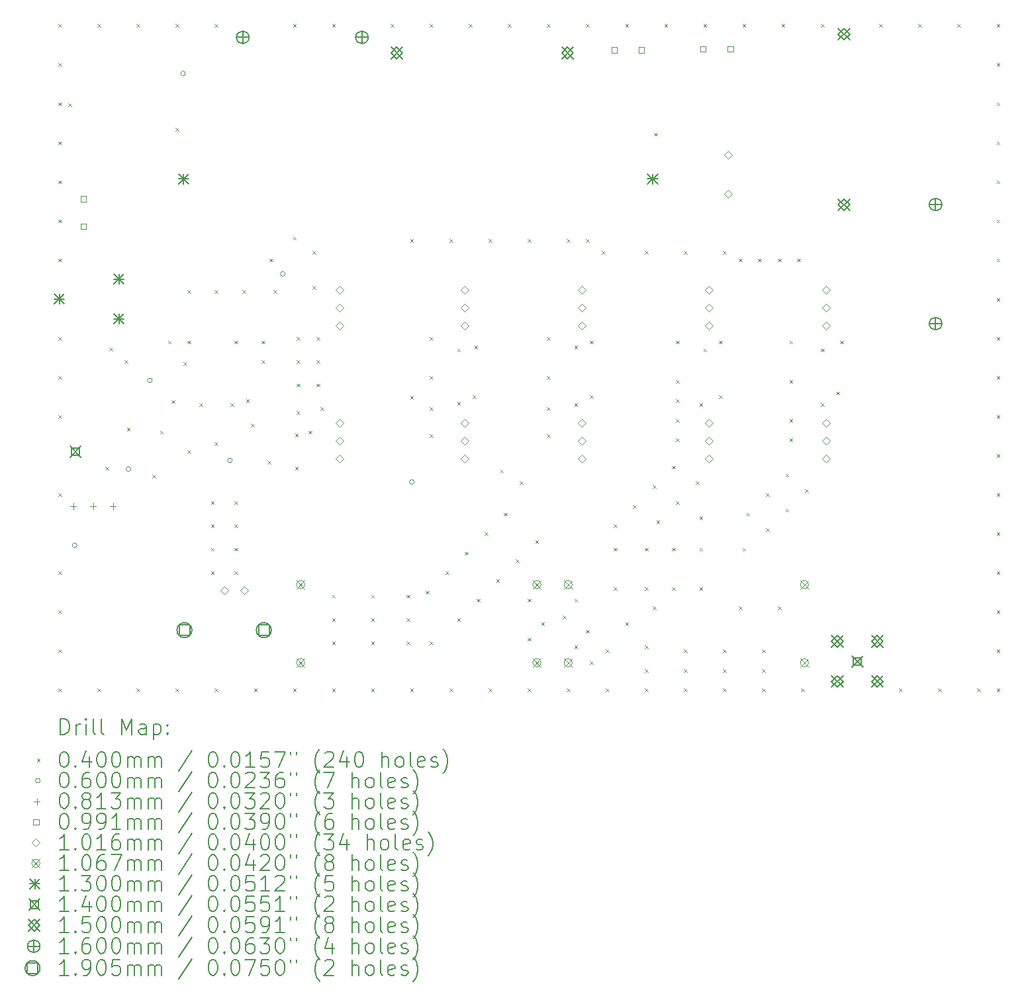
<source format=gbr>
%TF.GenerationSoftware,KiCad,Pcbnew,7.0.7*%
%TF.CreationDate,2024-06-17T16:02:21-04:00*%
%TF.ProjectId,HVHF_IIB,48564846-5f49-4494-922e-6b696361645f,rev?*%
%TF.SameCoordinates,Original*%
%TF.FileFunction,Drillmap*%
%TF.FilePolarity,Positive*%
%FSLAX45Y45*%
G04 Gerber Fmt 4.5, Leading zero omitted, Abs format (unit mm)*
G04 Created by KiCad (PCBNEW 7.0.7) date 2024-06-17 16:02:21*
%MOMM*%
%LPD*%
G01*
G04 APERTURE LIST*
%ADD10C,0.200000*%
%ADD11C,0.040000*%
%ADD12C,0.060000*%
%ADD13C,0.081280*%
%ADD14C,0.099060*%
%ADD15C,0.101600*%
%ADD16C,0.106680*%
%ADD17C,0.130000*%
%ADD18C,0.140000*%
%ADD19C,0.150000*%
%ADD20C,0.160000*%
%ADD21C,0.190500*%
G04 APERTURE END LIST*
D10*
D11*
X8980000Y-5730000D02*
X9020000Y-5770000D01*
X9020000Y-5730000D02*
X8980000Y-5770000D01*
X8980000Y-6230000D02*
X9020000Y-6270000D01*
X9020000Y-6230000D02*
X8980000Y-6270000D01*
X8980000Y-6730000D02*
X9020000Y-6770000D01*
X9020000Y-6730000D02*
X8980000Y-6770000D01*
X8980000Y-7230000D02*
X9020000Y-7270000D01*
X9020000Y-7230000D02*
X8980000Y-7270000D01*
X8980000Y-7730000D02*
X9020000Y-7770000D01*
X9020000Y-7730000D02*
X8980000Y-7770000D01*
X8980000Y-8230000D02*
X9020000Y-8270000D01*
X9020000Y-8230000D02*
X8980000Y-8270000D01*
X8980000Y-8730000D02*
X9020000Y-8770000D01*
X9020000Y-8730000D02*
X8980000Y-8770000D01*
X8980000Y-9730000D02*
X9020000Y-9770000D01*
X9020000Y-9730000D02*
X8980000Y-9770000D01*
X8980000Y-10230000D02*
X9020000Y-10270000D01*
X9020000Y-10230000D02*
X8980000Y-10270000D01*
X8980000Y-10730000D02*
X9020000Y-10770000D01*
X9020000Y-10730000D02*
X8980000Y-10770000D01*
X8980000Y-11730000D02*
X9020000Y-11770000D01*
X9020000Y-11730000D02*
X8980000Y-11770000D01*
X8980000Y-12730000D02*
X9020000Y-12770000D01*
X9020000Y-12730000D02*
X8980000Y-12770000D01*
X8980000Y-13230000D02*
X9020000Y-13270000D01*
X9020000Y-13230000D02*
X8980000Y-13270000D01*
X8980000Y-13730000D02*
X9020000Y-13770000D01*
X9020000Y-13730000D02*
X8980000Y-13770000D01*
X8980000Y-14230000D02*
X9020000Y-14270000D01*
X9020000Y-14230000D02*
X8980000Y-14270000D01*
X9105000Y-6745000D02*
X9145000Y-6785000D01*
X9145000Y-6745000D02*
X9105000Y-6785000D01*
X9480000Y-5730000D02*
X9520000Y-5770000D01*
X9520000Y-5730000D02*
X9480000Y-5770000D01*
X9480000Y-14230000D02*
X9520000Y-14270000D01*
X9520000Y-14230000D02*
X9480000Y-14270000D01*
X9580000Y-11391300D02*
X9620000Y-11431300D01*
X9620000Y-11391300D02*
X9580000Y-11431300D01*
X9630000Y-9866300D02*
X9670000Y-9906300D01*
X9670000Y-9866300D02*
X9630000Y-9906300D01*
X9825334Y-10028620D02*
X9865334Y-10068620D01*
X9865334Y-10028620D02*
X9825334Y-10068620D01*
X9855000Y-10891300D02*
X9895000Y-10931300D01*
X9895000Y-10891300D02*
X9855000Y-10931300D01*
X9980000Y-5730000D02*
X10020000Y-5770000D01*
X10020000Y-5730000D02*
X9980000Y-5770000D01*
X9980000Y-14230000D02*
X10020000Y-14270000D01*
X10020000Y-14230000D02*
X9980000Y-14270000D01*
X10180000Y-11491300D02*
X10220000Y-11531300D01*
X10220000Y-11491300D02*
X10180000Y-11531300D01*
X10280000Y-10930000D02*
X10320000Y-10970000D01*
X10320000Y-10930000D02*
X10280000Y-10970000D01*
X10380000Y-9780000D02*
X10420000Y-9820000D01*
X10420000Y-9780000D02*
X10380000Y-9820000D01*
X10430000Y-10541300D02*
X10470000Y-10581300D01*
X10470000Y-10541300D02*
X10430000Y-10581300D01*
X10480000Y-5730000D02*
X10520000Y-5770000D01*
X10520000Y-5730000D02*
X10480000Y-5770000D01*
X10480000Y-7055000D02*
X10520000Y-7095000D01*
X10520000Y-7055000D02*
X10480000Y-7095000D01*
X10480000Y-14230000D02*
X10520000Y-14270000D01*
X10520000Y-14230000D02*
X10480000Y-14270000D01*
X10580000Y-10055000D02*
X10620000Y-10095000D01*
X10620000Y-10055000D02*
X10580000Y-10095000D01*
X10630000Y-9130000D02*
X10670000Y-9170000D01*
X10670000Y-9130000D02*
X10630000Y-9170000D01*
X10630000Y-9780000D02*
X10670000Y-9820000D01*
X10670000Y-9780000D02*
X10630000Y-9820000D01*
X10630000Y-11180000D02*
X10670000Y-11220000D01*
X10670000Y-11180000D02*
X10630000Y-11220000D01*
X10780000Y-10580000D02*
X10820000Y-10620000D01*
X10820000Y-10580000D02*
X10780000Y-10620000D01*
X10930000Y-11830000D02*
X10970000Y-11870000D01*
X10970000Y-11830000D02*
X10930000Y-11870000D01*
X10930000Y-12130000D02*
X10970000Y-12170000D01*
X10970000Y-12130000D02*
X10930000Y-12170000D01*
X10930000Y-12430000D02*
X10970000Y-12470000D01*
X10970000Y-12430000D02*
X10930000Y-12470000D01*
X10930000Y-12730000D02*
X10970000Y-12770000D01*
X10970000Y-12730000D02*
X10930000Y-12770000D01*
X10980000Y-5730000D02*
X11020000Y-5770000D01*
X11020000Y-5730000D02*
X10980000Y-5770000D01*
X10980000Y-9130000D02*
X11020000Y-9170000D01*
X11020000Y-9130000D02*
X10980000Y-9170000D01*
X10980000Y-11080000D02*
X11020000Y-11120000D01*
X11020000Y-11080000D02*
X10980000Y-11120000D01*
X10980000Y-14230000D02*
X11020000Y-14270000D01*
X11020000Y-14230000D02*
X10980000Y-14270000D01*
X11180000Y-10580000D02*
X11220000Y-10620000D01*
X11220000Y-10580000D02*
X11180000Y-10620000D01*
X11230000Y-9780000D02*
X11270000Y-9820000D01*
X11270000Y-9780000D02*
X11230000Y-9820000D01*
X11230000Y-11830000D02*
X11270000Y-11870000D01*
X11270000Y-11830000D02*
X11230000Y-11870000D01*
X11230000Y-12130000D02*
X11270000Y-12170000D01*
X11270000Y-12130000D02*
X11230000Y-12170000D01*
X11230000Y-12430000D02*
X11270000Y-12470000D01*
X11270000Y-12430000D02*
X11230000Y-12470000D01*
X11230000Y-12730000D02*
X11270000Y-12770000D01*
X11270000Y-12730000D02*
X11230000Y-12770000D01*
X11330000Y-9130000D02*
X11370000Y-9170000D01*
X11370000Y-9130000D02*
X11330000Y-9170000D01*
X11380000Y-10530000D02*
X11420000Y-10570000D01*
X11420000Y-10530000D02*
X11380000Y-10570000D01*
X11440000Y-10840000D02*
X11480000Y-10880000D01*
X11480000Y-10840000D02*
X11440000Y-10880000D01*
X11480000Y-14230000D02*
X11520000Y-14270000D01*
X11520000Y-14230000D02*
X11480000Y-14270000D01*
X11580000Y-9780000D02*
X11620000Y-9820000D01*
X11620000Y-9780000D02*
X11580000Y-9820000D01*
X11580000Y-10030000D02*
X11620000Y-10070000D01*
X11620000Y-10030000D02*
X11580000Y-10070000D01*
X11655000Y-11316300D02*
X11695000Y-11356300D01*
X11695000Y-11316300D02*
X11655000Y-11356300D01*
X11680000Y-8730000D02*
X11720000Y-8770000D01*
X11720000Y-8730000D02*
X11680000Y-8770000D01*
X11730000Y-9130000D02*
X11770000Y-9170000D01*
X11770000Y-9130000D02*
X11730000Y-9170000D01*
X11980000Y-5730000D02*
X12020000Y-5770000D01*
X12020000Y-5730000D02*
X11980000Y-5770000D01*
X11980000Y-8448750D02*
X12020000Y-8488750D01*
X12020000Y-8448750D02*
X11980000Y-8488750D01*
X11980000Y-14230000D02*
X12020000Y-14270000D01*
X12020000Y-14230000D02*
X11980000Y-14270000D01*
X12005000Y-10966300D02*
X12045000Y-11006300D01*
X12045000Y-10966300D02*
X12005000Y-11006300D01*
X12005000Y-11391300D02*
X12045000Y-11431300D01*
X12045000Y-11391300D02*
X12005000Y-11431300D01*
X12030000Y-9730000D02*
X12070000Y-9770000D01*
X12070000Y-9730000D02*
X12030000Y-9770000D01*
X12030000Y-10030000D02*
X12070000Y-10070000D01*
X12070000Y-10030000D02*
X12030000Y-10070000D01*
X12030000Y-10330000D02*
X12070000Y-10370000D01*
X12070000Y-10330000D02*
X12030000Y-10370000D01*
X12030000Y-10680000D02*
X12070000Y-10720000D01*
X12070000Y-10680000D02*
X12030000Y-10720000D01*
X12180000Y-10930000D02*
X12220000Y-10970000D01*
X12220000Y-10930000D02*
X12180000Y-10970000D01*
X12230000Y-8630000D02*
X12270000Y-8670000D01*
X12270000Y-8630000D02*
X12230000Y-8670000D01*
X12230000Y-9080000D02*
X12270000Y-9120000D01*
X12270000Y-9080000D02*
X12230000Y-9120000D01*
X12280000Y-9730000D02*
X12320000Y-9770000D01*
X12320000Y-9730000D02*
X12280000Y-9770000D01*
X12280000Y-10030000D02*
X12320000Y-10070000D01*
X12320000Y-10030000D02*
X12280000Y-10070000D01*
X12280000Y-10330000D02*
X12320000Y-10370000D01*
X12320000Y-10330000D02*
X12280000Y-10370000D01*
X12330000Y-10630000D02*
X12370000Y-10670000D01*
X12370000Y-10630000D02*
X12330000Y-10670000D01*
X12480000Y-5730000D02*
X12520000Y-5770000D01*
X12520000Y-5730000D02*
X12480000Y-5770000D01*
X12480000Y-13030000D02*
X12520000Y-13070000D01*
X12520000Y-13030000D02*
X12480000Y-13070000D01*
X12480000Y-13330000D02*
X12520000Y-13370000D01*
X12520000Y-13330000D02*
X12480000Y-13370000D01*
X12480000Y-13630000D02*
X12520000Y-13670000D01*
X12520000Y-13630000D02*
X12480000Y-13670000D01*
X12480000Y-14230000D02*
X12520000Y-14270000D01*
X12520000Y-14230000D02*
X12480000Y-14270000D01*
X12980000Y-13030000D02*
X13020000Y-13070000D01*
X13020000Y-13030000D02*
X12980000Y-13070000D01*
X12980000Y-13330000D02*
X13020000Y-13370000D01*
X13020000Y-13330000D02*
X12980000Y-13370000D01*
X12980000Y-13630000D02*
X13020000Y-13670000D01*
X13020000Y-13630000D02*
X12980000Y-13670000D01*
X12980000Y-14230000D02*
X13020000Y-14270000D01*
X13020000Y-14230000D02*
X12980000Y-14270000D01*
X13230000Y-5730000D02*
X13270000Y-5770000D01*
X13270000Y-5730000D02*
X13230000Y-5770000D01*
X13430000Y-13030000D02*
X13470000Y-13070000D01*
X13470000Y-13030000D02*
X13430000Y-13070000D01*
X13430000Y-13330000D02*
X13470000Y-13370000D01*
X13470000Y-13330000D02*
X13430000Y-13370000D01*
X13430000Y-13630000D02*
X13470000Y-13670000D01*
X13470000Y-13630000D02*
X13430000Y-13670000D01*
X13480000Y-8480000D02*
X13520000Y-8520000D01*
X13520000Y-8480000D02*
X13480000Y-8520000D01*
X13480000Y-10486300D02*
X13520000Y-10526300D01*
X13520000Y-10486300D02*
X13480000Y-10526300D01*
X13480000Y-14230000D02*
X13520000Y-14270000D01*
X13520000Y-14230000D02*
X13480000Y-14270000D01*
X13680000Y-12980000D02*
X13720000Y-13020000D01*
X13720000Y-12980000D02*
X13680000Y-13020000D01*
X13730000Y-5730000D02*
X13770000Y-5770000D01*
X13770000Y-5730000D02*
X13730000Y-5770000D01*
X13730000Y-9730000D02*
X13770000Y-9770000D01*
X13770000Y-9730000D02*
X13730000Y-9770000D01*
X13730000Y-10230000D02*
X13770000Y-10270000D01*
X13770000Y-10230000D02*
X13730000Y-10270000D01*
X13730000Y-10630000D02*
X13770000Y-10670000D01*
X13770000Y-10630000D02*
X13730000Y-10670000D01*
X13730000Y-10980000D02*
X13770000Y-11020000D01*
X13770000Y-10980000D02*
X13730000Y-11020000D01*
X13730000Y-13630000D02*
X13770000Y-13670000D01*
X13770000Y-13630000D02*
X13730000Y-13670000D01*
X13930000Y-12730000D02*
X13970000Y-12770000D01*
X13970000Y-12730000D02*
X13930000Y-12770000D01*
X13980000Y-8480000D02*
X14020000Y-8520000D01*
X14020000Y-8480000D02*
X13980000Y-8520000D01*
X13980000Y-14230000D02*
X14020000Y-14270000D01*
X14020000Y-14230000D02*
X13980000Y-14270000D01*
X14080000Y-9880000D02*
X14120000Y-9920000D01*
X14120000Y-9880000D02*
X14080000Y-9920000D01*
X14080000Y-10560000D02*
X14120000Y-10600000D01*
X14120000Y-10560000D02*
X14080000Y-10600000D01*
X14080000Y-13330000D02*
X14120000Y-13370000D01*
X14120000Y-13330000D02*
X14080000Y-13370000D01*
X14180000Y-12480000D02*
X14220000Y-12520000D01*
X14220000Y-12480000D02*
X14180000Y-12520000D01*
X14230000Y-5730000D02*
X14270000Y-5770000D01*
X14270000Y-5730000D02*
X14230000Y-5770000D01*
X14280000Y-10480000D02*
X14320000Y-10520000D01*
X14320000Y-10480000D02*
X14280000Y-10520000D01*
X14300000Y-9840000D02*
X14340000Y-9880000D01*
X14340000Y-9840000D02*
X14300000Y-9880000D01*
X14330000Y-13080000D02*
X14370000Y-13120000D01*
X14370000Y-13080000D02*
X14330000Y-13120000D01*
X14430000Y-12230000D02*
X14470000Y-12270000D01*
X14470000Y-12230000D02*
X14430000Y-12270000D01*
X14480000Y-8480000D02*
X14520000Y-8520000D01*
X14520000Y-8480000D02*
X14480000Y-8520000D01*
X14480000Y-14230000D02*
X14520000Y-14270000D01*
X14520000Y-14230000D02*
X14480000Y-14270000D01*
X14580000Y-12830000D02*
X14620000Y-12870000D01*
X14620000Y-12830000D02*
X14580000Y-12870000D01*
X14630000Y-11430000D02*
X14670000Y-11470000D01*
X14670000Y-11430000D02*
X14630000Y-11470000D01*
X14680000Y-11980000D02*
X14720000Y-12020000D01*
X14720000Y-11980000D02*
X14680000Y-12020000D01*
X14730000Y-5730000D02*
X14770000Y-5770000D01*
X14770000Y-5730000D02*
X14730000Y-5770000D01*
X14830000Y-12580000D02*
X14870000Y-12620000D01*
X14870000Y-12580000D02*
X14830000Y-12620000D01*
X14880000Y-11580000D02*
X14920000Y-11620000D01*
X14920000Y-11580000D02*
X14880000Y-11620000D01*
X14980000Y-8480000D02*
X15020000Y-8520000D01*
X15020000Y-8480000D02*
X14980000Y-8520000D01*
X14980000Y-13080000D02*
X15020000Y-13120000D01*
X15020000Y-13080000D02*
X14980000Y-13120000D01*
X14980000Y-13580000D02*
X15020000Y-13620000D01*
X15020000Y-13580000D02*
X14980000Y-13620000D01*
X14980000Y-14230000D02*
X15020000Y-14270000D01*
X15020000Y-14230000D02*
X14980000Y-14270000D01*
X15080000Y-12330000D02*
X15120000Y-12370000D01*
X15120000Y-12330000D02*
X15080000Y-12370000D01*
X15155000Y-13380000D02*
X15195000Y-13420000D01*
X15195000Y-13380000D02*
X15155000Y-13420000D01*
X15230000Y-5730000D02*
X15270000Y-5770000D01*
X15270000Y-5730000D02*
X15230000Y-5770000D01*
X15230000Y-9730000D02*
X15270000Y-9770000D01*
X15270000Y-9730000D02*
X15230000Y-9770000D01*
X15230000Y-10230000D02*
X15270000Y-10270000D01*
X15270000Y-10230000D02*
X15230000Y-10270000D01*
X15230000Y-10630000D02*
X15270000Y-10670000D01*
X15270000Y-10630000D02*
X15230000Y-10670000D01*
X15230000Y-10980000D02*
X15270000Y-11020000D01*
X15270000Y-10980000D02*
X15230000Y-11020000D01*
X15430000Y-13298908D02*
X15470000Y-13338908D01*
X15470000Y-13298908D02*
X15430000Y-13338908D01*
X15480000Y-8480000D02*
X15520000Y-8520000D01*
X15520000Y-8480000D02*
X15480000Y-8520000D01*
X15480000Y-14230000D02*
X15520000Y-14270000D01*
X15520000Y-14230000D02*
X15480000Y-14270000D01*
X15580000Y-9840000D02*
X15620000Y-9880000D01*
X15620000Y-9840000D02*
X15580000Y-9880000D01*
X15580000Y-10580000D02*
X15620000Y-10620000D01*
X15620000Y-10580000D02*
X15580000Y-10620000D01*
X15580000Y-13080000D02*
X15620000Y-13120000D01*
X15620000Y-13080000D02*
X15580000Y-13120000D01*
X15580000Y-13680000D02*
X15620000Y-13720000D01*
X15620000Y-13680000D02*
X15580000Y-13720000D01*
X15730000Y-5730000D02*
X15770000Y-5770000D01*
X15770000Y-5730000D02*
X15730000Y-5770000D01*
X15730000Y-8480000D02*
X15770000Y-8520000D01*
X15770000Y-8480000D02*
X15730000Y-8520000D01*
X15730000Y-13480000D02*
X15770000Y-13520000D01*
X15770000Y-13480000D02*
X15730000Y-13520000D01*
X15780000Y-9780000D02*
X15820000Y-9820000D01*
X15820000Y-9780000D02*
X15780000Y-9820000D01*
X15780000Y-10480000D02*
X15820000Y-10520000D01*
X15820000Y-10480000D02*
X15780000Y-10520000D01*
X15780000Y-13880000D02*
X15820000Y-13920000D01*
X15820000Y-13880000D02*
X15780000Y-13920000D01*
X15930000Y-8630000D02*
X15970000Y-8670000D01*
X15970000Y-8630000D02*
X15930000Y-8670000D01*
X15980000Y-13730000D02*
X16020000Y-13770000D01*
X16020000Y-13730000D02*
X15980000Y-13770000D01*
X15980000Y-14230000D02*
X16020000Y-14270000D01*
X16020000Y-14230000D02*
X15980000Y-14270000D01*
X16080000Y-12130000D02*
X16120000Y-12170000D01*
X16120000Y-12130000D02*
X16080000Y-12170000D01*
X16080000Y-12430000D02*
X16120000Y-12470000D01*
X16120000Y-12430000D02*
X16080000Y-12470000D01*
X16080000Y-12930000D02*
X16120000Y-12970000D01*
X16120000Y-12930000D02*
X16080000Y-12970000D01*
X16230000Y-5730000D02*
X16270000Y-5770000D01*
X16270000Y-5730000D02*
X16230000Y-5770000D01*
X16230000Y-13380000D02*
X16270000Y-13420000D01*
X16270000Y-13380000D02*
X16230000Y-13420000D01*
X16330000Y-11880000D02*
X16370000Y-11920000D01*
X16370000Y-11880000D02*
X16330000Y-11920000D01*
X16480000Y-8630000D02*
X16520000Y-8670000D01*
X16520000Y-8630000D02*
X16480000Y-8670000D01*
X16480000Y-12430000D02*
X16520000Y-12470000D01*
X16520000Y-12430000D02*
X16480000Y-12470000D01*
X16480000Y-12930000D02*
X16520000Y-12970000D01*
X16520000Y-12930000D02*
X16480000Y-12970000D01*
X16480000Y-13680000D02*
X16520000Y-13720000D01*
X16520000Y-13680000D02*
X16480000Y-13720000D01*
X16480000Y-13980000D02*
X16520000Y-14020000D01*
X16520000Y-13980000D02*
X16480000Y-14020000D01*
X16480000Y-14230000D02*
X16520000Y-14270000D01*
X16520000Y-14230000D02*
X16480000Y-14270000D01*
X16580000Y-11630000D02*
X16620000Y-11670000D01*
X16620000Y-11630000D02*
X16580000Y-11670000D01*
X16580000Y-13180000D02*
X16620000Y-13220000D01*
X16620000Y-13180000D02*
X16580000Y-13220000D01*
X16600000Y-7120000D02*
X16640000Y-7160000D01*
X16640000Y-7120000D02*
X16600000Y-7160000D01*
X16630000Y-12080000D02*
X16670000Y-12120000D01*
X16670000Y-12080000D02*
X16630000Y-12120000D01*
X16730000Y-5730000D02*
X16770000Y-5770000D01*
X16770000Y-5730000D02*
X16730000Y-5770000D01*
X16830000Y-11380000D02*
X16870000Y-11420000D01*
X16870000Y-11380000D02*
X16830000Y-11420000D01*
X16830000Y-12430000D02*
X16870000Y-12470000D01*
X16870000Y-12430000D02*
X16830000Y-12470000D01*
X16830000Y-12930000D02*
X16870000Y-12970000D01*
X16870000Y-12930000D02*
X16830000Y-12970000D01*
X16880000Y-9780000D02*
X16920000Y-9820000D01*
X16920000Y-9780000D02*
X16880000Y-9820000D01*
X16880000Y-10280000D02*
X16920000Y-10320000D01*
X16920000Y-10280000D02*
X16880000Y-10320000D01*
X16880000Y-10530000D02*
X16920000Y-10570000D01*
X16920000Y-10530000D02*
X16880000Y-10570000D01*
X16880000Y-10780000D02*
X16920000Y-10820000D01*
X16920000Y-10780000D02*
X16880000Y-10820000D01*
X16880000Y-11030000D02*
X16920000Y-11070000D01*
X16920000Y-11030000D02*
X16880000Y-11070000D01*
X16880000Y-11830000D02*
X16920000Y-11870000D01*
X16920000Y-11830000D02*
X16880000Y-11870000D01*
X16980000Y-8630000D02*
X17020000Y-8670000D01*
X17020000Y-8630000D02*
X16980000Y-8670000D01*
X16980000Y-13730000D02*
X17020000Y-13770000D01*
X17020000Y-13730000D02*
X16980000Y-13770000D01*
X16980000Y-13980000D02*
X17020000Y-14020000D01*
X17020000Y-13980000D02*
X16980000Y-14020000D01*
X16980000Y-14230000D02*
X17020000Y-14270000D01*
X17020000Y-14230000D02*
X16980000Y-14270000D01*
X17130000Y-11580000D02*
X17170000Y-11620000D01*
X17170000Y-11580000D02*
X17130000Y-11620000D01*
X17180000Y-10580000D02*
X17220000Y-10620000D01*
X17220000Y-10580000D02*
X17180000Y-10620000D01*
X17180000Y-12030000D02*
X17220000Y-12070000D01*
X17220000Y-12030000D02*
X17180000Y-12070000D01*
X17180000Y-12430000D02*
X17220000Y-12470000D01*
X17220000Y-12430000D02*
X17180000Y-12470000D01*
X17180000Y-12930000D02*
X17220000Y-12970000D01*
X17220000Y-12930000D02*
X17180000Y-12970000D01*
X17230000Y-5730000D02*
X17270000Y-5770000D01*
X17270000Y-5730000D02*
X17230000Y-5770000D01*
X17230000Y-9880000D02*
X17270000Y-9920000D01*
X17270000Y-9880000D02*
X17230000Y-9920000D01*
X17430000Y-9780000D02*
X17470000Y-9820000D01*
X17470000Y-9780000D02*
X17430000Y-9820000D01*
X17430000Y-10480000D02*
X17470000Y-10520000D01*
X17470000Y-10480000D02*
X17430000Y-10520000D01*
X17480000Y-8630000D02*
X17520000Y-8670000D01*
X17520000Y-8630000D02*
X17480000Y-8670000D01*
X17480000Y-13730000D02*
X17520000Y-13770000D01*
X17520000Y-13730000D02*
X17480000Y-13770000D01*
X17480000Y-13980000D02*
X17520000Y-14020000D01*
X17520000Y-13980000D02*
X17480000Y-14020000D01*
X17480000Y-14230000D02*
X17520000Y-14270000D01*
X17520000Y-14230000D02*
X17480000Y-14270000D01*
X17680000Y-8730000D02*
X17720000Y-8770000D01*
X17720000Y-8730000D02*
X17680000Y-8770000D01*
X17680000Y-13180000D02*
X17720000Y-13220000D01*
X17720000Y-13180000D02*
X17680000Y-13220000D01*
X17730000Y-5730000D02*
X17770000Y-5770000D01*
X17770000Y-5730000D02*
X17730000Y-5770000D01*
X17730000Y-12430000D02*
X17770000Y-12470000D01*
X17770000Y-12430000D02*
X17730000Y-12470000D01*
X17780000Y-11980000D02*
X17820000Y-12020000D01*
X17820000Y-11980000D02*
X17780000Y-12020000D01*
X17930000Y-8730000D02*
X17970000Y-8770000D01*
X17970000Y-8730000D02*
X17930000Y-8770000D01*
X17980000Y-13730000D02*
X18020000Y-13770000D01*
X18020000Y-13730000D02*
X17980000Y-13770000D01*
X17980000Y-13980000D02*
X18020000Y-14020000D01*
X18020000Y-13980000D02*
X17980000Y-14020000D01*
X17980000Y-14230000D02*
X18020000Y-14270000D01*
X18020000Y-14230000D02*
X17980000Y-14270000D01*
X18030000Y-11730000D02*
X18070000Y-11770000D01*
X18070000Y-11730000D02*
X18030000Y-11770000D01*
X18030000Y-12180000D02*
X18070000Y-12220000D01*
X18070000Y-12180000D02*
X18030000Y-12220000D01*
X18180000Y-8730000D02*
X18220000Y-8770000D01*
X18220000Y-8730000D02*
X18180000Y-8770000D01*
X18180000Y-13180000D02*
X18220000Y-13220000D01*
X18220000Y-13180000D02*
X18180000Y-13220000D01*
X18230000Y-5730000D02*
X18270000Y-5770000D01*
X18270000Y-5730000D02*
X18230000Y-5770000D01*
X18280000Y-11480000D02*
X18320000Y-11520000D01*
X18320000Y-11480000D02*
X18280000Y-11520000D01*
X18280000Y-11930000D02*
X18320000Y-11970000D01*
X18320000Y-11930000D02*
X18280000Y-11970000D01*
X18330000Y-9780000D02*
X18370000Y-9820000D01*
X18370000Y-9780000D02*
X18330000Y-9820000D01*
X18330000Y-10280000D02*
X18370000Y-10320000D01*
X18370000Y-10280000D02*
X18330000Y-10320000D01*
X18330000Y-10780000D02*
X18370000Y-10820000D01*
X18370000Y-10780000D02*
X18330000Y-10820000D01*
X18330000Y-11030000D02*
X18370000Y-11070000D01*
X18370000Y-11030000D02*
X18330000Y-11070000D01*
X18430000Y-8730000D02*
X18470000Y-8770000D01*
X18470000Y-8730000D02*
X18430000Y-8770000D01*
X18480000Y-14230000D02*
X18520000Y-14270000D01*
X18520000Y-14230000D02*
X18480000Y-14270000D01*
X18530000Y-11680000D02*
X18570000Y-11720000D01*
X18570000Y-11680000D02*
X18530000Y-11720000D01*
X18730000Y-5730000D02*
X18770000Y-5770000D01*
X18770000Y-5730000D02*
X18730000Y-5770000D01*
X18730000Y-9880000D02*
X18770000Y-9920000D01*
X18770000Y-9880000D02*
X18730000Y-9920000D01*
X18730000Y-10580000D02*
X18770000Y-10620000D01*
X18770000Y-10580000D02*
X18730000Y-10620000D01*
X18930000Y-10430000D02*
X18970000Y-10470000D01*
X18970000Y-10430000D02*
X18930000Y-10470000D01*
X18980000Y-9780000D02*
X19020000Y-9820000D01*
X19020000Y-9780000D02*
X18980000Y-9820000D01*
X19480000Y-5730000D02*
X19520000Y-5770000D01*
X19520000Y-5730000D02*
X19480000Y-5770000D01*
X19730000Y-14230000D02*
X19770000Y-14270000D01*
X19770000Y-14230000D02*
X19730000Y-14270000D01*
X19980000Y-5730000D02*
X20020000Y-5770000D01*
X20020000Y-5730000D02*
X19980000Y-5770000D01*
X20230000Y-14230000D02*
X20270000Y-14270000D01*
X20270000Y-14230000D02*
X20230000Y-14270000D01*
X20480000Y-5730000D02*
X20520000Y-5770000D01*
X20520000Y-5730000D02*
X20480000Y-5770000D01*
X20730000Y-14230000D02*
X20770000Y-14270000D01*
X20770000Y-14230000D02*
X20730000Y-14270000D01*
X20980000Y-5730000D02*
X21020000Y-5770000D01*
X21020000Y-5730000D02*
X20980000Y-5770000D01*
X20980000Y-6230000D02*
X21020000Y-6270000D01*
X21020000Y-6230000D02*
X20980000Y-6270000D01*
X20980000Y-6730000D02*
X21020000Y-6770000D01*
X21020000Y-6730000D02*
X20980000Y-6770000D01*
X20980000Y-7230000D02*
X21020000Y-7270000D01*
X21020000Y-7230000D02*
X20980000Y-7270000D01*
X20980000Y-7730000D02*
X21020000Y-7770000D01*
X21020000Y-7730000D02*
X20980000Y-7770000D01*
X20980000Y-8230000D02*
X21020000Y-8270000D01*
X21020000Y-8230000D02*
X20980000Y-8270000D01*
X20980000Y-8730000D02*
X21020000Y-8770000D01*
X21020000Y-8730000D02*
X20980000Y-8770000D01*
X20980000Y-9230000D02*
X21020000Y-9270000D01*
X21020000Y-9230000D02*
X20980000Y-9270000D01*
X20980000Y-9730000D02*
X21020000Y-9770000D01*
X21020000Y-9730000D02*
X20980000Y-9770000D01*
X20980000Y-10230000D02*
X21020000Y-10270000D01*
X21020000Y-10230000D02*
X20980000Y-10270000D01*
X20980000Y-10730000D02*
X21020000Y-10770000D01*
X21020000Y-10730000D02*
X20980000Y-10770000D01*
X20980000Y-11230000D02*
X21020000Y-11270000D01*
X21020000Y-11230000D02*
X20980000Y-11270000D01*
X20980000Y-11730000D02*
X21020000Y-11770000D01*
X21020000Y-11730000D02*
X20980000Y-11770000D01*
X20980000Y-12230000D02*
X21020000Y-12270000D01*
X21020000Y-12230000D02*
X20980000Y-12270000D01*
X20980000Y-12730000D02*
X21020000Y-12770000D01*
X21020000Y-12730000D02*
X20980000Y-12770000D01*
X20980000Y-13230000D02*
X21020000Y-13270000D01*
X21020000Y-13230000D02*
X20980000Y-13270000D01*
X20980000Y-13730000D02*
X21020000Y-13770000D01*
X21020000Y-13730000D02*
X20980000Y-13770000D01*
X20980000Y-14230000D02*
X21020000Y-14270000D01*
X21020000Y-14230000D02*
X20980000Y-14270000D01*
D12*
X9218000Y-12398011D02*
G75*
G03*
X9218000Y-12398011I-30000J0D01*
G01*
X9907500Y-11423811D02*
G75*
G03*
X9907500Y-11423811I-30000J0D01*
G01*
X10180000Y-10286300D02*
G75*
G03*
X10180000Y-10286300I-30000J0D01*
G01*
X10605000Y-6361300D02*
G75*
G03*
X10605000Y-6361300I-30000J0D01*
G01*
X11205000Y-11311300D02*
G75*
G03*
X11205000Y-11311300I-30000J0D01*
G01*
X11880000Y-8925000D02*
G75*
G03*
X11880000Y-8925000I-30000J0D01*
G01*
X13530000Y-11586300D02*
G75*
G03*
X13530000Y-11586300I-30000J0D01*
G01*
D13*
X9170000Y-11859360D02*
X9170000Y-11940640D01*
X9129360Y-11900000D02*
X9210640Y-11900000D01*
X9424000Y-11859360D02*
X9424000Y-11940640D01*
X9383360Y-11900000D02*
X9464640Y-11900000D01*
X9678000Y-11859360D02*
X9678000Y-11940640D01*
X9637360Y-11900000D02*
X9718640Y-11900000D01*
D14*
X9335023Y-8000023D02*
X9335023Y-7929977D01*
X9264977Y-7929977D01*
X9264977Y-8000023D01*
X9335023Y-8000023D01*
X9335023Y-8350023D02*
X9335023Y-8279977D01*
X9264977Y-8279977D01*
X9264977Y-8350023D01*
X9335023Y-8350023D01*
X16124183Y-6097083D02*
X16124183Y-6027037D01*
X16054137Y-6027037D01*
X16054137Y-6097083D01*
X16124183Y-6097083D01*
X16474183Y-6097083D02*
X16474183Y-6027037D01*
X16404137Y-6027037D01*
X16404137Y-6097083D01*
X16474183Y-6097083D01*
X17260023Y-6085023D02*
X17260023Y-6014977D01*
X17189977Y-6014977D01*
X17189977Y-6085023D01*
X17260023Y-6085023D01*
X17610023Y-6085023D02*
X17610023Y-6014977D01*
X17539977Y-6014977D01*
X17539977Y-6085023D01*
X17610023Y-6085023D01*
D15*
X11100000Y-13025800D02*
X11150800Y-12975000D01*
X11100000Y-12924200D01*
X11049200Y-12975000D01*
X11100000Y-13025800D01*
X11354000Y-13025800D02*
X11404800Y-12975000D01*
X11354000Y-12924200D01*
X11303200Y-12975000D01*
X11354000Y-13025800D01*
X12577000Y-9183500D02*
X12627800Y-9132700D01*
X12577000Y-9081900D01*
X12526200Y-9132700D01*
X12577000Y-9183500D01*
X12577000Y-9412100D02*
X12627800Y-9361300D01*
X12577000Y-9310500D01*
X12526200Y-9361300D01*
X12577000Y-9412100D01*
X12577000Y-9640700D02*
X12627800Y-9589900D01*
X12577000Y-9539100D01*
X12526200Y-9589900D01*
X12577000Y-9640700D01*
X12577000Y-10883500D02*
X12627800Y-10832700D01*
X12577000Y-10781900D01*
X12526200Y-10832700D01*
X12577000Y-10883500D01*
X12577000Y-11112100D02*
X12627800Y-11061300D01*
X12577000Y-11010500D01*
X12526200Y-11061300D01*
X12577000Y-11112100D01*
X12577000Y-11340700D02*
X12627800Y-11289900D01*
X12577000Y-11239100D01*
X12526200Y-11289900D01*
X12577000Y-11340700D01*
X14177000Y-9183500D02*
X14227800Y-9132700D01*
X14177000Y-9081900D01*
X14126200Y-9132700D01*
X14177000Y-9183500D01*
X14177000Y-9412100D02*
X14227800Y-9361300D01*
X14177000Y-9310500D01*
X14126200Y-9361300D01*
X14177000Y-9412100D01*
X14177000Y-9640700D02*
X14227800Y-9589900D01*
X14177000Y-9539100D01*
X14126200Y-9589900D01*
X14177000Y-9640700D01*
X14177000Y-10883500D02*
X14227800Y-10832700D01*
X14177000Y-10781900D01*
X14126200Y-10832700D01*
X14177000Y-10883500D01*
X14177000Y-11112100D02*
X14227800Y-11061300D01*
X14177000Y-11010500D01*
X14126200Y-11061300D01*
X14177000Y-11112100D01*
X14177000Y-11340700D02*
X14227800Y-11289900D01*
X14177000Y-11239100D01*
X14126200Y-11289900D01*
X14177000Y-11340700D01*
X15677000Y-9183500D02*
X15727800Y-9132700D01*
X15677000Y-9081900D01*
X15626200Y-9132700D01*
X15677000Y-9183500D01*
X15677000Y-9412100D02*
X15727800Y-9361300D01*
X15677000Y-9310500D01*
X15626200Y-9361300D01*
X15677000Y-9412100D01*
X15677000Y-9640700D02*
X15727800Y-9589900D01*
X15677000Y-9539100D01*
X15626200Y-9589900D01*
X15677000Y-9640700D01*
X15677000Y-10883500D02*
X15727800Y-10832700D01*
X15677000Y-10781900D01*
X15626200Y-10832700D01*
X15677000Y-10883500D01*
X15677000Y-11112100D02*
X15727800Y-11061300D01*
X15677000Y-11010500D01*
X15626200Y-11061300D01*
X15677000Y-11112100D01*
X15677000Y-11340700D02*
X15727800Y-11289900D01*
X15677000Y-11239100D01*
X15626200Y-11289900D01*
X15677000Y-11340700D01*
X17302000Y-9183500D02*
X17352800Y-9132700D01*
X17302000Y-9081900D01*
X17251200Y-9132700D01*
X17302000Y-9183500D01*
X17302000Y-9412100D02*
X17352800Y-9361300D01*
X17302000Y-9310500D01*
X17251200Y-9361300D01*
X17302000Y-9412100D01*
X17302000Y-9640700D02*
X17352800Y-9589900D01*
X17302000Y-9539100D01*
X17251200Y-9589900D01*
X17302000Y-9640700D01*
X17302000Y-10883500D02*
X17352800Y-10832700D01*
X17302000Y-10781900D01*
X17251200Y-10832700D01*
X17302000Y-10883500D01*
X17302000Y-11112100D02*
X17352800Y-11061300D01*
X17302000Y-11010500D01*
X17251200Y-11061300D01*
X17302000Y-11112100D01*
X17302000Y-11340700D02*
X17352800Y-11289900D01*
X17302000Y-11239100D01*
X17251200Y-11289900D01*
X17302000Y-11340700D01*
X17550000Y-7453585D02*
X17600800Y-7402785D01*
X17550000Y-7351985D01*
X17499200Y-7402785D01*
X17550000Y-7453585D01*
X17550000Y-7953965D02*
X17600800Y-7903165D01*
X17550000Y-7852365D01*
X17499200Y-7903165D01*
X17550000Y-7953965D01*
X18802000Y-9183500D02*
X18852800Y-9132700D01*
X18802000Y-9081900D01*
X18751200Y-9132700D01*
X18802000Y-9183500D01*
X18802000Y-9412100D02*
X18852800Y-9361300D01*
X18802000Y-9310500D01*
X18751200Y-9361300D01*
X18802000Y-9412100D01*
X18802000Y-9640700D02*
X18852800Y-9589900D01*
X18802000Y-9539100D01*
X18751200Y-9589900D01*
X18802000Y-9640700D01*
X18802000Y-10883500D02*
X18852800Y-10832700D01*
X18802000Y-10781900D01*
X18751200Y-10832700D01*
X18802000Y-10883500D01*
X18802000Y-11112100D02*
X18852800Y-11061300D01*
X18802000Y-11010500D01*
X18751200Y-11061300D01*
X18802000Y-11112100D01*
X18802000Y-11340700D02*
X18852800Y-11289900D01*
X18802000Y-11239100D01*
X18751200Y-11289900D01*
X18802000Y-11340700D01*
D16*
X12024060Y-12846660D02*
X12130740Y-12953340D01*
X12130740Y-12846660D02*
X12024060Y-12953340D01*
X12130740Y-12900000D02*
G75*
G03*
X12130740Y-12900000I-53340J0D01*
G01*
X12024060Y-13846660D02*
X12130740Y-13953340D01*
X12130740Y-13846660D02*
X12024060Y-13953340D01*
X12130740Y-13900000D02*
G75*
G03*
X12130740Y-13900000I-53340J0D01*
G01*
X15046660Y-12846660D02*
X15153340Y-12953340D01*
X15153340Y-12846660D02*
X15046660Y-12953340D01*
X15153340Y-12900000D02*
G75*
G03*
X15153340Y-12900000I-53340J0D01*
G01*
X15046660Y-13846660D02*
X15153340Y-13953340D01*
X15153340Y-13846660D02*
X15046660Y-13953340D01*
X15153340Y-13900000D02*
G75*
G03*
X15153340Y-13900000I-53340J0D01*
G01*
X15446660Y-12846660D02*
X15553340Y-12953340D01*
X15553340Y-12846660D02*
X15446660Y-12953340D01*
X15553340Y-12900000D02*
G75*
G03*
X15553340Y-12900000I-53340J0D01*
G01*
X15446660Y-13846660D02*
X15553340Y-13953340D01*
X15553340Y-13846660D02*
X15446660Y-13953340D01*
X15553340Y-13900000D02*
G75*
G03*
X15553340Y-13900000I-53340J0D01*
G01*
X18469260Y-12846660D02*
X18575940Y-12953340D01*
X18575940Y-12846660D02*
X18469260Y-12953340D01*
X18575940Y-12900000D02*
G75*
G03*
X18575940Y-12900000I-53340J0D01*
G01*
X18469260Y-13846660D02*
X18575940Y-13953340D01*
X18575940Y-13846660D02*
X18469260Y-13953340D01*
X18575940Y-13900000D02*
G75*
G03*
X18575940Y-13900000I-53340J0D01*
G01*
D17*
X8927000Y-9181000D02*
X9057000Y-9311000D01*
X9057000Y-9181000D02*
X8927000Y-9311000D01*
X8992000Y-9181000D02*
X8992000Y-9311000D01*
X8927000Y-9246000D02*
X9057000Y-9246000D01*
X9689000Y-8927000D02*
X9819000Y-9057000D01*
X9819000Y-8927000D02*
X9689000Y-9057000D01*
X9754000Y-8927000D02*
X9754000Y-9057000D01*
X9689000Y-8992000D02*
X9819000Y-8992000D01*
X9689000Y-9435000D02*
X9819000Y-9565000D01*
X9819000Y-9435000D02*
X9689000Y-9565000D01*
X9754000Y-9435000D02*
X9754000Y-9565000D01*
X9689000Y-9500000D02*
X9819000Y-9500000D01*
X10515000Y-7646300D02*
X10645000Y-7776300D01*
X10645000Y-7646300D02*
X10515000Y-7776300D01*
X10580000Y-7646300D02*
X10580000Y-7776300D01*
X10515000Y-7711300D02*
X10645000Y-7711300D01*
X16515000Y-7646300D02*
X16645000Y-7776300D01*
X16645000Y-7646300D02*
X16515000Y-7776300D01*
X16580000Y-7646300D02*
X16580000Y-7776300D01*
X16515000Y-7711300D02*
X16645000Y-7711300D01*
D18*
X9130000Y-11130000D02*
X9270000Y-11270000D01*
X9270000Y-11130000D02*
X9130000Y-11270000D01*
X9249498Y-11249498D02*
X9249498Y-11150502D01*
X9150502Y-11150502D01*
X9150502Y-11249498D01*
X9249498Y-11249498D01*
X19130000Y-13814000D02*
X19270000Y-13954000D01*
X19270000Y-13814000D02*
X19130000Y-13954000D01*
X19249498Y-13933498D02*
X19249498Y-13834502D01*
X19150502Y-13834502D01*
X19150502Y-13933498D01*
X19249498Y-13933498D01*
D19*
X13233000Y-6025000D02*
X13383000Y-6175000D01*
X13383000Y-6025000D02*
X13233000Y-6175000D01*
X13308000Y-6175000D02*
X13383000Y-6100000D01*
X13308000Y-6025000D01*
X13233000Y-6100000D01*
X13308000Y-6175000D01*
X15417000Y-6025000D02*
X15567000Y-6175000D01*
X15567000Y-6025000D02*
X15417000Y-6175000D01*
X15492000Y-6175000D02*
X15567000Y-6100000D01*
X15492000Y-6025000D01*
X15417000Y-6100000D01*
X15492000Y-6175000D01*
X18870000Y-13554000D02*
X19020000Y-13704000D01*
X19020000Y-13554000D02*
X18870000Y-13704000D01*
X18945000Y-13704000D02*
X19020000Y-13629000D01*
X18945000Y-13554000D01*
X18870000Y-13629000D01*
X18945000Y-13704000D01*
X18870000Y-14064000D02*
X19020000Y-14214000D01*
X19020000Y-14064000D02*
X18870000Y-14214000D01*
X18945000Y-14214000D02*
X19020000Y-14139000D01*
X18945000Y-14064000D01*
X18870000Y-14139000D01*
X18945000Y-14214000D01*
X18950000Y-5783000D02*
X19100000Y-5933000D01*
X19100000Y-5783000D02*
X18950000Y-5933000D01*
X19025000Y-5933000D02*
X19100000Y-5858000D01*
X19025000Y-5783000D01*
X18950000Y-5858000D01*
X19025000Y-5933000D01*
X18950000Y-7967000D02*
X19100000Y-8117000D01*
X19100000Y-7967000D02*
X18950000Y-8117000D01*
X19025000Y-8117000D02*
X19100000Y-8042000D01*
X19025000Y-7967000D01*
X18950000Y-8042000D01*
X19025000Y-8117000D01*
X19380000Y-13554000D02*
X19530000Y-13704000D01*
X19530000Y-13554000D02*
X19380000Y-13704000D01*
X19455000Y-13704000D02*
X19530000Y-13629000D01*
X19455000Y-13554000D01*
X19380000Y-13629000D01*
X19455000Y-13704000D01*
X19380000Y-14064000D02*
X19530000Y-14214000D01*
X19530000Y-14064000D02*
X19380000Y-14214000D01*
X19455000Y-14214000D02*
X19530000Y-14139000D01*
X19455000Y-14064000D01*
X19380000Y-14139000D01*
X19455000Y-14214000D01*
D20*
X11338000Y-5820000D02*
X11338000Y-5980000D01*
X11258000Y-5900000D02*
X11418000Y-5900000D01*
X11418000Y-5900000D02*
G75*
G03*
X11418000Y-5900000I-80000J0D01*
G01*
X12862000Y-5820000D02*
X12862000Y-5980000D01*
X12782000Y-5900000D02*
X12942000Y-5900000D01*
X12942000Y-5900000D02*
G75*
G03*
X12942000Y-5900000I-80000J0D01*
G01*
X20200000Y-7958000D02*
X20200000Y-8118000D01*
X20120000Y-8038000D02*
X20280000Y-8038000D01*
X20280000Y-8038000D02*
G75*
G03*
X20280000Y-8038000I-80000J0D01*
G01*
X20200000Y-9482000D02*
X20200000Y-9642000D01*
X20120000Y-9562000D02*
X20280000Y-9562000D01*
X20280000Y-9562000D02*
G75*
G03*
X20280000Y-9562000I-80000J0D01*
G01*
D21*
X10659353Y-13550363D02*
X10659353Y-13415658D01*
X10524647Y-13415658D01*
X10524647Y-13550363D01*
X10659353Y-13550363D01*
X10687250Y-13483011D02*
G75*
G03*
X10687250Y-13483011I-95250J0D01*
G01*
X11675353Y-13550363D02*
X11675353Y-13415658D01*
X11540647Y-13415658D01*
X11540647Y-13550363D01*
X11675353Y-13550363D01*
X11703250Y-13483011D02*
G75*
G03*
X11703250Y-13483011I-95250J0D01*
G01*
D10*
X9005777Y-14816484D02*
X9005777Y-14616484D01*
X9005777Y-14616484D02*
X9053396Y-14616484D01*
X9053396Y-14616484D02*
X9081967Y-14626008D01*
X9081967Y-14626008D02*
X9101015Y-14645055D01*
X9101015Y-14645055D02*
X9110539Y-14664103D01*
X9110539Y-14664103D02*
X9120063Y-14702198D01*
X9120063Y-14702198D02*
X9120063Y-14730769D01*
X9120063Y-14730769D02*
X9110539Y-14768865D01*
X9110539Y-14768865D02*
X9101015Y-14787912D01*
X9101015Y-14787912D02*
X9081967Y-14806960D01*
X9081967Y-14806960D02*
X9053396Y-14816484D01*
X9053396Y-14816484D02*
X9005777Y-14816484D01*
X9205777Y-14816484D02*
X9205777Y-14683150D01*
X9205777Y-14721246D02*
X9215301Y-14702198D01*
X9215301Y-14702198D02*
X9224824Y-14692674D01*
X9224824Y-14692674D02*
X9243872Y-14683150D01*
X9243872Y-14683150D02*
X9262920Y-14683150D01*
X9329586Y-14816484D02*
X9329586Y-14683150D01*
X9329586Y-14616484D02*
X9320063Y-14626008D01*
X9320063Y-14626008D02*
X9329586Y-14635531D01*
X9329586Y-14635531D02*
X9339110Y-14626008D01*
X9339110Y-14626008D02*
X9329586Y-14616484D01*
X9329586Y-14616484D02*
X9329586Y-14635531D01*
X9453396Y-14816484D02*
X9434348Y-14806960D01*
X9434348Y-14806960D02*
X9424824Y-14787912D01*
X9424824Y-14787912D02*
X9424824Y-14616484D01*
X9558158Y-14816484D02*
X9539110Y-14806960D01*
X9539110Y-14806960D02*
X9529586Y-14787912D01*
X9529586Y-14787912D02*
X9529586Y-14616484D01*
X9786729Y-14816484D02*
X9786729Y-14616484D01*
X9786729Y-14616484D02*
X9853396Y-14759341D01*
X9853396Y-14759341D02*
X9920063Y-14616484D01*
X9920063Y-14616484D02*
X9920063Y-14816484D01*
X10101015Y-14816484D02*
X10101015Y-14711722D01*
X10101015Y-14711722D02*
X10091491Y-14692674D01*
X10091491Y-14692674D02*
X10072444Y-14683150D01*
X10072444Y-14683150D02*
X10034348Y-14683150D01*
X10034348Y-14683150D02*
X10015301Y-14692674D01*
X10101015Y-14806960D02*
X10081967Y-14816484D01*
X10081967Y-14816484D02*
X10034348Y-14816484D01*
X10034348Y-14816484D02*
X10015301Y-14806960D01*
X10015301Y-14806960D02*
X10005777Y-14787912D01*
X10005777Y-14787912D02*
X10005777Y-14768865D01*
X10005777Y-14768865D02*
X10015301Y-14749817D01*
X10015301Y-14749817D02*
X10034348Y-14740293D01*
X10034348Y-14740293D02*
X10081967Y-14740293D01*
X10081967Y-14740293D02*
X10101015Y-14730769D01*
X10196253Y-14683150D02*
X10196253Y-14883150D01*
X10196253Y-14692674D02*
X10215301Y-14683150D01*
X10215301Y-14683150D02*
X10253396Y-14683150D01*
X10253396Y-14683150D02*
X10272444Y-14692674D01*
X10272444Y-14692674D02*
X10281967Y-14702198D01*
X10281967Y-14702198D02*
X10291491Y-14721246D01*
X10291491Y-14721246D02*
X10291491Y-14778388D01*
X10291491Y-14778388D02*
X10281967Y-14797436D01*
X10281967Y-14797436D02*
X10272444Y-14806960D01*
X10272444Y-14806960D02*
X10253396Y-14816484D01*
X10253396Y-14816484D02*
X10215301Y-14816484D01*
X10215301Y-14816484D02*
X10196253Y-14806960D01*
X10377205Y-14797436D02*
X10386729Y-14806960D01*
X10386729Y-14806960D02*
X10377205Y-14816484D01*
X10377205Y-14816484D02*
X10367682Y-14806960D01*
X10367682Y-14806960D02*
X10377205Y-14797436D01*
X10377205Y-14797436D02*
X10377205Y-14816484D01*
X10377205Y-14692674D02*
X10386729Y-14702198D01*
X10386729Y-14702198D02*
X10377205Y-14711722D01*
X10377205Y-14711722D02*
X10367682Y-14702198D01*
X10367682Y-14702198D02*
X10377205Y-14692674D01*
X10377205Y-14692674D02*
X10377205Y-14711722D01*
D11*
X8705000Y-15125000D02*
X8745000Y-15165000D01*
X8745000Y-15125000D02*
X8705000Y-15165000D01*
D10*
X9043872Y-15036484D02*
X9062920Y-15036484D01*
X9062920Y-15036484D02*
X9081967Y-15046008D01*
X9081967Y-15046008D02*
X9091491Y-15055531D01*
X9091491Y-15055531D02*
X9101015Y-15074579D01*
X9101015Y-15074579D02*
X9110539Y-15112674D01*
X9110539Y-15112674D02*
X9110539Y-15160293D01*
X9110539Y-15160293D02*
X9101015Y-15198388D01*
X9101015Y-15198388D02*
X9091491Y-15217436D01*
X9091491Y-15217436D02*
X9081967Y-15226960D01*
X9081967Y-15226960D02*
X9062920Y-15236484D01*
X9062920Y-15236484D02*
X9043872Y-15236484D01*
X9043872Y-15236484D02*
X9024824Y-15226960D01*
X9024824Y-15226960D02*
X9015301Y-15217436D01*
X9015301Y-15217436D02*
X9005777Y-15198388D01*
X9005777Y-15198388D02*
X8996253Y-15160293D01*
X8996253Y-15160293D02*
X8996253Y-15112674D01*
X8996253Y-15112674D02*
X9005777Y-15074579D01*
X9005777Y-15074579D02*
X9015301Y-15055531D01*
X9015301Y-15055531D02*
X9024824Y-15046008D01*
X9024824Y-15046008D02*
X9043872Y-15036484D01*
X9196253Y-15217436D02*
X9205777Y-15226960D01*
X9205777Y-15226960D02*
X9196253Y-15236484D01*
X9196253Y-15236484D02*
X9186729Y-15226960D01*
X9186729Y-15226960D02*
X9196253Y-15217436D01*
X9196253Y-15217436D02*
X9196253Y-15236484D01*
X9377205Y-15103150D02*
X9377205Y-15236484D01*
X9329586Y-15026960D02*
X9281967Y-15169817D01*
X9281967Y-15169817D02*
X9405777Y-15169817D01*
X9520063Y-15036484D02*
X9539110Y-15036484D01*
X9539110Y-15036484D02*
X9558158Y-15046008D01*
X9558158Y-15046008D02*
X9567682Y-15055531D01*
X9567682Y-15055531D02*
X9577205Y-15074579D01*
X9577205Y-15074579D02*
X9586729Y-15112674D01*
X9586729Y-15112674D02*
X9586729Y-15160293D01*
X9586729Y-15160293D02*
X9577205Y-15198388D01*
X9577205Y-15198388D02*
X9567682Y-15217436D01*
X9567682Y-15217436D02*
X9558158Y-15226960D01*
X9558158Y-15226960D02*
X9539110Y-15236484D01*
X9539110Y-15236484D02*
X9520063Y-15236484D01*
X9520063Y-15236484D02*
X9501015Y-15226960D01*
X9501015Y-15226960D02*
X9491491Y-15217436D01*
X9491491Y-15217436D02*
X9481967Y-15198388D01*
X9481967Y-15198388D02*
X9472444Y-15160293D01*
X9472444Y-15160293D02*
X9472444Y-15112674D01*
X9472444Y-15112674D02*
X9481967Y-15074579D01*
X9481967Y-15074579D02*
X9491491Y-15055531D01*
X9491491Y-15055531D02*
X9501015Y-15046008D01*
X9501015Y-15046008D02*
X9520063Y-15036484D01*
X9710539Y-15036484D02*
X9729586Y-15036484D01*
X9729586Y-15036484D02*
X9748634Y-15046008D01*
X9748634Y-15046008D02*
X9758158Y-15055531D01*
X9758158Y-15055531D02*
X9767682Y-15074579D01*
X9767682Y-15074579D02*
X9777205Y-15112674D01*
X9777205Y-15112674D02*
X9777205Y-15160293D01*
X9777205Y-15160293D02*
X9767682Y-15198388D01*
X9767682Y-15198388D02*
X9758158Y-15217436D01*
X9758158Y-15217436D02*
X9748634Y-15226960D01*
X9748634Y-15226960D02*
X9729586Y-15236484D01*
X9729586Y-15236484D02*
X9710539Y-15236484D01*
X9710539Y-15236484D02*
X9691491Y-15226960D01*
X9691491Y-15226960D02*
X9681967Y-15217436D01*
X9681967Y-15217436D02*
X9672444Y-15198388D01*
X9672444Y-15198388D02*
X9662920Y-15160293D01*
X9662920Y-15160293D02*
X9662920Y-15112674D01*
X9662920Y-15112674D02*
X9672444Y-15074579D01*
X9672444Y-15074579D02*
X9681967Y-15055531D01*
X9681967Y-15055531D02*
X9691491Y-15046008D01*
X9691491Y-15046008D02*
X9710539Y-15036484D01*
X9862920Y-15236484D02*
X9862920Y-15103150D01*
X9862920Y-15122198D02*
X9872444Y-15112674D01*
X9872444Y-15112674D02*
X9891491Y-15103150D01*
X9891491Y-15103150D02*
X9920063Y-15103150D01*
X9920063Y-15103150D02*
X9939110Y-15112674D01*
X9939110Y-15112674D02*
X9948634Y-15131722D01*
X9948634Y-15131722D02*
X9948634Y-15236484D01*
X9948634Y-15131722D02*
X9958158Y-15112674D01*
X9958158Y-15112674D02*
X9977205Y-15103150D01*
X9977205Y-15103150D02*
X10005777Y-15103150D01*
X10005777Y-15103150D02*
X10024825Y-15112674D01*
X10024825Y-15112674D02*
X10034348Y-15131722D01*
X10034348Y-15131722D02*
X10034348Y-15236484D01*
X10129586Y-15236484D02*
X10129586Y-15103150D01*
X10129586Y-15122198D02*
X10139110Y-15112674D01*
X10139110Y-15112674D02*
X10158158Y-15103150D01*
X10158158Y-15103150D02*
X10186729Y-15103150D01*
X10186729Y-15103150D02*
X10205777Y-15112674D01*
X10205777Y-15112674D02*
X10215301Y-15131722D01*
X10215301Y-15131722D02*
X10215301Y-15236484D01*
X10215301Y-15131722D02*
X10224825Y-15112674D01*
X10224825Y-15112674D02*
X10243872Y-15103150D01*
X10243872Y-15103150D02*
X10272444Y-15103150D01*
X10272444Y-15103150D02*
X10291491Y-15112674D01*
X10291491Y-15112674D02*
X10301015Y-15131722D01*
X10301015Y-15131722D02*
X10301015Y-15236484D01*
X10691491Y-15026960D02*
X10520063Y-15284103D01*
X10948634Y-15036484D02*
X10967682Y-15036484D01*
X10967682Y-15036484D02*
X10986729Y-15046008D01*
X10986729Y-15046008D02*
X10996253Y-15055531D01*
X10996253Y-15055531D02*
X11005777Y-15074579D01*
X11005777Y-15074579D02*
X11015301Y-15112674D01*
X11015301Y-15112674D02*
X11015301Y-15160293D01*
X11015301Y-15160293D02*
X11005777Y-15198388D01*
X11005777Y-15198388D02*
X10996253Y-15217436D01*
X10996253Y-15217436D02*
X10986729Y-15226960D01*
X10986729Y-15226960D02*
X10967682Y-15236484D01*
X10967682Y-15236484D02*
X10948634Y-15236484D01*
X10948634Y-15236484D02*
X10929587Y-15226960D01*
X10929587Y-15226960D02*
X10920063Y-15217436D01*
X10920063Y-15217436D02*
X10910539Y-15198388D01*
X10910539Y-15198388D02*
X10901015Y-15160293D01*
X10901015Y-15160293D02*
X10901015Y-15112674D01*
X10901015Y-15112674D02*
X10910539Y-15074579D01*
X10910539Y-15074579D02*
X10920063Y-15055531D01*
X10920063Y-15055531D02*
X10929587Y-15046008D01*
X10929587Y-15046008D02*
X10948634Y-15036484D01*
X11101015Y-15217436D02*
X11110539Y-15226960D01*
X11110539Y-15226960D02*
X11101015Y-15236484D01*
X11101015Y-15236484D02*
X11091491Y-15226960D01*
X11091491Y-15226960D02*
X11101015Y-15217436D01*
X11101015Y-15217436D02*
X11101015Y-15236484D01*
X11234348Y-15036484D02*
X11253396Y-15036484D01*
X11253396Y-15036484D02*
X11272444Y-15046008D01*
X11272444Y-15046008D02*
X11281967Y-15055531D01*
X11281967Y-15055531D02*
X11291491Y-15074579D01*
X11291491Y-15074579D02*
X11301015Y-15112674D01*
X11301015Y-15112674D02*
X11301015Y-15160293D01*
X11301015Y-15160293D02*
X11291491Y-15198388D01*
X11291491Y-15198388D02*
X11281967Y-15217436D01*
X11281967Y-15217436D02*
X11272444Y-15226960D01*
X11272444Y-15226960D02*
X11253396Y-15236484D01*
X11253396Y-15236484D02*
X11234348Y-15236484D01*
X11234348Y-15236484D02*
X11215301Y-15226960D01*
X11215301Y-15226960D02*
X11205777Y-15217436D01*
X11205777Y-15217436D02*
X11196253Y-15198388D01*
X11196253Y-15198388D02*
X11186729Y-15160293D01*
X11186729Y-15160293D02*
X11186729Y-15112674D01*
X11186729Y-15112674D02*
X11196253Y-15074579D01*
X11196253Y-15074579D02*
X11205777Y-15055531D01*
X11205777Y-15055531D02*
X11215301Y-15046008D01*
X11215301Y-15046008D02*
X11234348Y-15036484D01*
X11491491Y-15236484D02*
X11377206Y-15236484D01*
X11434348Y-15236484D02*
X11434348Y-15036484D01*
X11434348Y-15036484D02*
X11415301Y-15065055D01*
X11415301Y-15065055D02*
X11396253Y-15084103D01*
X11396253Y-15084103D02*
X11377206Y-15093627D01*
X11672444Y-15036484D02*
X11577206Y-15036484D01*
X11577206Y-15036484D02*
X11567682Y-15131722D01*
X11567682Y-15131722D02*
X11577206Y-15122198D01*
X11577206Y-15122198D02*
X11596253Y-15112674D01*
X11596253Y-15112674D02*
X11643872Y-15112674D01*
X11643872Y-15112674D02*
X11662920Y-15122198D01*
X11662920Y-15122198D02*
X11672444Y-15131722D01*
X11672444Y-15131722D02*
X11681967Y-15150769D01*
X11681967Y-15150769D02*
X11681967Y-15198388D01*
X11681967Y-15198388D02*
X11672444Y-15217436D01*
X11672444Y-15217436D02*
X11662920Y-15226960D01*
X11662920Y-15226960D02*
X11643872Y-15236484D01*
X11643872Y-15236484D02*
X11596253Y-15236484D01*
X11596253Y-15236484D02*
X11577206Y-15226960D01*
X11577206Y-15226960D02*
X11567682Y-15217436D01*
X11748634Y-15036484D02*
X11881967Y-15036484D01*
X11881967Y-15036484D02*
X11796253Y-15236484D01*
X11948634Y-15036484D02*
X11948634Y-15074579D01*
X12024825Y-15036484D02*
X12024825Y-15074579D01*
X12320063Y-15312674D02*
X12310539Y-15303150D01*
X12310539Y-15303150D02*
X12291491Y-15274579D01*
X12291491Y-15274579D02*
X12281968Y-15255531D01*
X12281968Y-15255531D02*
X12272444Y-15226960D01*
X12272444Y-15226960D02*
X12262920Y-15179341D01*
X12262920Y-15179341D02*
X12262920Y-15141246D01*
X12262920Y-15141246D02*
X12272444Y-15093627D01*
X12272444Y-15093627D02*
X12281968Y-15065055D01*
X12281968Y-15065055D02*
X12291491Y-15046008D01*
X12291491Y-15046008D02*
X12310539Y-15017436D01*
X12310539Y-15017436D02*
X12320063Y-15007912D01*
X12386729Y-15055531D02*
X12396253Y-15046008D01*
X12396253Y-15046008D02*
X12415301Y-15036484D01*
X12415301Y-15036484D02*
X12462920Y-15036484D01*
X12462920Y-15036484D02*
X12481968Y-15046008D01*
X12481968Y-15046008D02*
X12491491Y-15055531D01*
X12491491Y-15055531D02*
X12501015Y-15074579D01*
X12501015Y-15074579D02*
X12501015Y-15093627D01*
X12501015Y-15093627D02*
X12491491Y-15122198D01*
X12491491Y-15122198D02*
X12377206Y-15236484D01*
X12377206Y-15236484D02*
X12501015Y-15236484D01*
X12672444Y-15103150D02*
X12672444Y-15236484D01*
X12624825Y-15026960D02*
X12577206Y-15169817D01*
X12577206Y-15169817D02*
X12701015Y-15169817D01*
X12815301Y-15036484D02*
X12834349Y-15036484D01*
X12834349Y-15036484D02*
X12853396Y-15046008D01*
X12853396Y-15046008D02*
X12862920Y-15055531D01*
X12862920Y-15055531D02*
X12872444Y-15074579D01*
X12872444Y-15074579D02*
X12881968Y-15112674D01*
X12881968Y-15112674D02*
X12881968Y-15160293D01*
X12881968Y-15160293D02*
X12872444Y-15198388D01*
X12872444Y-15198388D02*
X12862920Y-15217436D01*
X12862920Y-15217436D02*
X12853396Y-15226960D01*
X12853396Y-15226960D02*
X12834349Y-15236484D01*
X12834349Y-15236484D02*
X12815301Y-15236484D01*
X12815301Y-15236484D02*
X12796253Y-15226960D01*
X12796253Y-15226960D02*
X12786729Y-15217436D01*
X12786729Y-15217436D02*
X12777206Y-15198388D01*
X12777206Y-15198388D02*
X12767682Y-15160293D01*
X12767682Y-15160293D02*
X12767682Y-15112674D01*
X12767682Y-15112674D02*
X12777206Y-15074579D01*
X12777206Y-15074579D02*
X12786729Y-15055531D01*
X12786729Y-15055531D02*
X12796253Y-15046008D01*
X12796253Y-15046008D02*
X12815301Y-15036484D01*
X13120063Y-15236484D02*
X13120063Y-15036484D01*
X13205777Y-15236484D02*
X13205777Y-15131722D01*
X13205777Y-15131722D02*
X13196253Y-15112674D01*
X13196253Y-15112674D02*
X13177206Y-15103150D01*
X13177206Y-15103150D02*
X13148634Y-15103150D01*
X13148634Y-15103150D02*
X13129587Y-15112674D01*
X13129587Y-15112674D02*
X13120063Y-15122198D01*
X13329587Y-15236484D02*
X13310539Y-15226960D01*
X13310539Y-15226960D02*
X13301015Y-15217436D01*
X13301015Y-15217436D02*
X13291491Y-15198388D01*
X13291491Y-15198388D02*
X13291491Y-15141246D01*
X13291491Y-15141246D02*
X13301015Y-15122198D01*
X13301015Y-15122198D02*
X13310539Y-15112674D01*
X13310539Y-15112674D02*
X13329587Y-15103150D01*
X13329587Y-15103150D02*
X13358158Y-15103150D01*
X13358158Y-15103150D02*
X13377206Y-15112674D01*
X13377206Y-15112674D02*
X13386730Y-15122198D01*
X13386730Y-15122198D02*
X13396253Y-15141246D01*
X13396253Y-15141246D02*
X13396253Y-15198388D01*
X13396253Y-15198388D02*
X13386730Y-15217436D01*
X13386730Y-15217436D02*
X13377206Y-15226960D01*
X13377206Y-15226960D02*
X13358158Y-15236484D01*
X13358158Y-15236484D02*
X13329587Y-15236484D01*
X13510539Y-15236484D02*
X13491491Y-15226960D01*
X13491491Y-15226960D02*
X13481968Y-15207912D01*
X13481968Y-15207912D02*
X13481968Y-15036484D01*
X13662920Y-15226960D02*
X13643872Y-15236484D01*
X13643872Y-15236484D02*
X13605777Y-15236484D01*
X13605777Y-15236484D02*
X13586730Y-15226960D01*
X13586730Y-15226960D02*
X13577206Y-15207912D01*
X13577206Y-15207912D02*
X13577206Y-15131722D01*
X13577206Y-15131722D02*
X13586730Y-15112674D01*
X13586730Y-15112674D02*
X13605777Y-15103150D01*
X13605777Y-15103150D02*
X13643872Y-15103150D01*
X13643872Y-15103150D02*
X13662920Y-15112674D01*
X13662920Y-15112674D02*
X13672444Y-15131722D01*
X13672444Y-15131722D02*
X13672444Y-15150769D01*
X13672444Y-15150769D02*
X13577206Y-15169817D01*
X13748634Y-15226960D02*
X13767682Y-15236484D01*
X13767682Y-15236484D02*
X13805777Y-15236484D01*
X13805777Y-15236484D02*
X13824825Y-15226960D01*
X13824825Y-15226960D02*
X13834349Y-15207912D01*
X13834349Y-15207912D02*
X13834349Y-15198388D01*
X13834349Y-15198388D02*
X13824825Y-15179341D01*
X13824825Y-15179341D02*
X13805777Y-15169817D01*
X13805777Y-15169817D02*
X13777206Y-15169817D01*
X13777206Y-15169817D02*
X13758158Y-15160293D01*
X13758158Y-15160293D02*
X13748634Y-15141246D01*
X13748634Y-15141246D02*
X13748634Y-15131722D01*
X13748634Y-15131722D02*
X13758158Y-15112674D01*
X13758158Y-15112674D02*
X13777206Y-15103150D01*
X13777206Y-15103150D02*
X13805777Y-15103150D01*
X13805777Y-15103150D02*
X13824825Y-15112674D01*
X13901015Y-15312674D02*
X13910539Y-15303150D01*
X13910539Y-15303150D02*
X13929587Y-15274579D01*
X13929587Y-15274579D02*
X13939111Y-15255531D01*
X13939111Y-15255531D02*
X13948634Y-15226960D01*
X13948634Y-15226960D02*
X13958158Y-15179341D01*
X13958158Y-15179341D02*
X13958158Y-15141246D01*
X13958158Y-15141246D02*
X13948634Y-15093627D01*
X13948634Y-15093627D02*
X13939111Y-15065055D01*
X13939111Y-15065055D02*
X13929587Y-15046008D01*
X13929587Y-15046008D02*
X13910539Y-15017436D01*
X13910539Y-15017436D02*
X13901015Y-15007912D01*
D12*
X8745000Y-15409000D02*
G75*
G03*
X8745000Y-15409000I-30000J0D01*
G01*
D10*
X9043872Y-15300484D02*
X9062920Y-15300484D01*
X9062920Y-15300484D02*
X9081967Y-15310008D01*
X9081967Y-15310008D02*
X9091491Y-15319531D01*
X9091491Y-15319531D02*
X9101015Y-15338579D01*
X9101015Y-15338579D02*
X9110539Y-15376674D01*
X9110539Y-15376674D02*
X9110539Y-15424293D01*
X9110539Y-15424293D02*
X9101015Y-15462388D01*
X9101015Y-15462388D02*
X9091491Y-15481436D01*
X9091491Y-15481436D02*
X9081967Y-15490960D01*
X9081967Y-15490960D02*
X9062920Y-15500484D01*
X9062920Y-15500484D02*
X9043872Y-15500484D01*
X9043872Y-15500484D02*
X9024824Y-15490960D01*
X9024824Y-15490960D02*
X9015301Y-15481436D01*
X9015301Y-15481436D02*
X9005777Y-15462388D01*
X9005777Y-15462388D02*
X8996253Y-15424293D01*
X8996253Y-15424293D02*
X8996253Y-15376674D01*
X8996253Y-15376674D02*
X9005777Y-15338579D01*
X9005777Y-15338579D02*
X9015301Y-15319531D01*
X9015301Y-15319531D02*
X9024824Y-15310008D01*
X9024824Y-15310008D02*
X9043872Y-15300484D01*
X9196253Y-15481436D02*
X9205777Y-15490960D01*
X9205777Y-15490960D02*
X9196253Y-15500484D01*
X9196253Y-15500484D02*
X9186729Y-15490960D01*
X9186729Y-15490960D02*
X9196253Y-15481436D01*
X9196253Y-15481436D02*
X9196253Y-15500484D01*
X9377205Y-15300484D02*
X9339110Y-15300484D01*
X9339110Y-15300484D02*
X9320063Y-15310008D01*
X9320063Y-15310008D02*
X9310539Y-15319531D01*
X9310539Y-15319531D02*
X9291491Y-15348103D01*
X9291491Y-15348103D02*
X9281967Y-15386198D01*
X9281967Y-15386198D02*
X9281967Y-15462388D01*
X9281967Y-15462388D02*
X9291491Y-15481436D01*
X9291491Y-15481436D02*
X9301015Y-15490960D01*
X9301015Y-15490960D02*
X9320063Y-15500484D01*
X9320063Y-15500484D02*
X9358158Y-15500484D01*
X9358158Y-15500484D02*
X9377205Y-15490960D01*
X9377205Y-15490960D02*
X9386729Y-15481436D01*
X9386729Y-15481436D02*
X9396253Y-15462388D01*
X9396253Y-15462388D02*
X9396253Y-15414769D01*
X9396253Y-15414769D02*
X9386729Y-15395722D01*
X9386729Y-15395722D02*
X9377205Y-15386198D01*
X9377205Y-15386198D02*
X9358158Y-15376674D01*
X9358158Y-15376674D02*
X9320063Y-15376674D01*
X9320063Y-15376674D02*
X9301015Y-15386198D01*
X9301015Y-15386198D02*
X9291491Y-15395722D01*
X9291491Y-15395722D02*
X9281967Y-15414769D01*
X9520063Y-15300484D02*
X9539110Y-15300484D01*
X9539110Y-15300484D02*
X9558158Y-15310008D01*
X9558158Y-15310008D02*
X9567682Y-15319531D01*
X9567682Y-15319531D02*
X9577205Y-15338579D01*
X9577205Y-15338579D02*
X9586729Y-15376674D01*
X9586729Y-15376674D02*
X9586729Y-15424293D01*
X9586729Y-15424293D02*
X9577205Y-15462388D01*
X9577205Y-15462388D02*
X9567682Y-15481436D01*
X9567682Y-15481436D02*
X9558158Y-15490960D01*
X9558158Y-15490960D02*
X9539110Y-15500484D01*
X9539110Y-15500484D02*
X9520063Y-15500484D01*
X9520063Y-15500484D02*
X9501015Y-15490960D01*
X9501015Y-15490960D02*
X9491491Y-15481436D01*
X9491491Y-15481436D02*
X9481967Y-15462388D01*
X9481967Y-15462388D02*
X9472444Y-15424293D01*
X9472444Y-15424293D02*
X9472444Y-15376674D01*
X9472444Y-15376674D02*
X9481967Y-15338579D01*
X9481967Y-15338579D02*
X9491491Y-15319531D01*
X9491491Y-15319531D02*
X9501015Y-15310008D01*
X9501015Y-15310008D02*
X9520063Y-15300484D01*
X9710539Y-15300484D02*
X9729586Y-15300484D01*
X9729586Y-15300484D02*
X9748634Y-15310008D01*
X9748634Y-15310008D02*
X9758158Y-15319531D01*
X9758158Y-15319531D02*
X9767682Y-15338579D01*
X9767682Y-15338579D02*
X9777205Y-15376674D01*
X9777205Y-15376674D02*
X9777205Y-15424293D01*
X9777205Y-15424293D02*
X9767682Y-15462388D01*
X9767682Y-15462388D02*
X9758158Y-15481436D01*
X9758158Y-15481436D02*
X9748634Y-15490960D01*
X9748634Y-15490960D02*
X9729586Y-15500484D01*
X9729586Y-15500484D02*
X9710539Y-15500484D01*
X9710539Y-15500484D02*
X9691491Y-15490960D01*
X9691491Y-15490960D02*
X9681967Y-15481436D01*
X9681967Y-15481436D02*
X9672444Y-15462388D01*
X9672444Y-15462388D02*
X9662920Y-15424293D01*
X9662920Y-15424293D02*
X9662920Y-15376674D01*
X9662920Y-15376674D02*
X9672444Y-15338579D01*
X9672444Y-15338579D02*
X9681967Y-15319531D01*
X9681967Y-15319531D02*
X9691491Y-15310008D01*
X9691491Y-15310008D02*
X9710539Y-15300484D01*
X9862920Y-15500484D02*
X9862920Y-15367150D01*
X9862920Y-15386198D02*
X9872444Y-15376674D01*
X9872444Y-15376674D02*
X9891491Y-15367150D01*
X9891491Y-15367150D02*
X9920063Y-15367150D01*
X9920063Y-15367150D02*
X9939110Y-15376674D01*
X9939110Y-15376674D02*
X9948634Y-15395722D01*
X9948634Y-15395722D02*
X9948634Y-15500484D01*
X9948634Y-15395722D02*
X9958158Y-15376674D01*
X9958158Y-15376674D02*
X9977205Y-15367150D01*
X9977205Y-15367150D02*
X10005777Y-15367150D01*
X10005777Y-15367150D02*
X10024825Y-15376674D01*
X10024825Y-15376674D02*
X10034348Y-15395722D01*
X10034348Y-15395722D02*
X10034348Y-15500484D01*
X10129586Y-15500484D02*
X10129586Y-15367150D01*
X10129586Y-15386198D02*
X10139110Y-15376674D01*
X10139110Y-15376674D02*
X10158158Y-15367150D01*
X10158158Y-15367150D02*
X10186729Y-15367150D01*
X10186729Y-15367150D02*
X10205777Y-15376674D01*
X10205777Y-15376674D02*
X10215301Y-15395722D01*
X10215301Y-15395722D02*
X10215301Y-15500484D01*
X10215301Y-15395722D02*
X10224825Y-15376674D01*
X10224825Y-15376674D02*
X10243872Y-15367150D01*
X10243872Y-15367150D02*
X10272444Y-15367150D01*
X10272444Y-15367150D02*
X10291491Y-15376674D01*
X10291491Y-15376674D02*
X10301015Y-15395722D01*
X10301015Y-15395722D02*
X10301015Y-15500484D01*
X10691491Y-15290960D02*
X10520063Y-15548103D01*
X10948634Y-15300484D02*
X10967682Y-15300484D01*
X10967682Y-15300484D02*
X10986729Y-15310008D01*
X10986729Y-15310008D02*
X10996253Y-15319531D01*
X10996253Y-15319531D02*
X11005777Y-15338579D01*
X11005777Y-15338579D02*
X11015301Y-15376674D01*
X11015301Y-15376674D02*
X11015301Y-15424293D01*
X11015301Y-15424293D02*
X11005777Y-15462388D01*
X11005777Y-15462388D02*
X10996253Y-15481436D01*
X10996253Y-15481436D02*
X10986729Y-15490960D01*
X10986729Y-15490960D02*
X10967682Y-15500484D01*
X10967682Y-15500484D02*
X10948634Y-15500484D01*
X10948634Y-15500484D02*
X10929587Y-15490960D01*
X10929587Y-15490960D02*
X10920063Y-15481436D01*
X10920063Y-15481436D02*
X10910539Y-15462388D01*
X10910539Y-15462388D02*
X10901015Y-15424293D01*
X10901015Y-15424293D02*
X10901015Y-15376674D01*
X10901015Y-15376674D02*
X10910539Y-15338579D01*
X10910539Y-15338579D02*
X10920063Y-15319531D01*
X10920063Y-15319531D02*
X10929587Y-15310008D01*
X10929587Y-15310008D02*
X10948634Y-15300484D01*
X11101015Y-15481436D02*
X11110539Y-15490960D01*
X11110539Y-15490960D02*
X11101015Y-15500484D01*
X11101015Y-15500484D02*
X11091491Y-15490960D01*
X11091491Y-15490960D02*
X11101015Y-15481436D01*
X11101015Y-15481436D02*
X11101015Y-15500484D01*
X11234348Y-15300484D02*
X11253396Y-15300484D01*
X11253396Y-15300484D02*
X11272444Y-15310008D01*
X11272444Y-15310008D02*
X11281967Y-15319531D01*
X11281967Y-15319531D02*
X11291491Y-15338579D01*
X11291491Y-15338579D02*
X11301015Y-15376674D01*
X11301015Y-15376674D02*
X11301015Y-15424293D01*
X11301015Y-15424293D02*
X11291491Y-15462388D01*
X11291491Y-15462388D02*
X11281967Y-15481436D01*
X11281967Y-15481436D02*
X11272444Y-15490960D01*
X11272444Y-15490960D02*
X11253396Y-15500484D01*
X11253396Y-15500484D02*
X11234348Y-15500484D01*
X11234348Y-15500484D02*
X11215301Y-15490960D01*
X11215301Y-15490960D02*
X11205777Y-15481436D01*
X11205777Y-15481436D02*
X11196253Y-15462388D01*
X11196253Y-15462388D02*
X11186729Y-15424293D01*
X11186729Y-15424293D02*
X11186729Y-15376674D01*
X11186729Y-15376674D02*
X11196253Y-15338579D01*
X11196253Y-15338579D02*
X11205777Y-15319531D01*
X11205777Y-15319531D02*
X11215301Y-15310008D01*
X11215301Y-15310008D02*
X11234348Y-15300484D01*
X11377206Y-15319531D02*
X11386729Y-15310008D01*
X11386729Y-15310008D02*
X11405777Y-15300484D01*
X11405777Y-15300484D02*
X11453396Y-15300484D01*
X11453396Y-15300484D02*
X11472444Y-15310008D01*
X11472444Y-15310008D02*
X11481967Y-15319531D01*
X11481967Y-15319531D02*
X11491491Y-15338579D01*
X11491491Y-15338579D02*
X11491491Y-15357627D01*
X11491491Y-15357627D02*
X11481967Y-15386198D01*
X11481967Y-15386198D02*
X11367682Y-15500484D01*
X11367682Y-15500484D02*
X11491491Y-15500484D01*
X11558158Y-15300484D02*
X11681967Y-15300484D01*
X11681967Y-15300484D02*
X11615301Y-15376674D01*
X11615301Y-15376674D02*
X11643872Y-15376674D01*
X11643872Y-15376674D02*
X11662920Y-15386198D01*
X11662920Y-15386198D02*
X11672444Y-15395722D01*
X11672444Y-15395722D02*
X11681967Y-15414769D01*
X11681967Y-15414769D02*
X11681967Y-15462388D01*
X11681967Y-15462388D02*
X11672444Y-15481436D01*
X11672444Y-15481436D02*
X11662920Y-15490960D01*
X11662920Y-15490960D02*
X11643872Y-15500484D01*
X11643872Y-15500484D02*
X11586729Y-15500484D01*
X11586729Y-15500484D02*
X11567682Y-15490960D01*
X11567682Y-15490960D02*
X11558158Y-15481436D01*
X11853396Y-15300484D02*
X11815301Y-15300484D01*
X11815301Y-15300484D02*
X11796253Y-15310008D01*
X11796253Y-15310008D02*
X11786729Y-15319531D01*
X11786729Y-15319531D02*
X11767682Y-15348103D01*
X11767682Y-15348103D02*
X11758158Y-15386198D01*
X11758158Y-15386198D02*
X11758158Y-15462388D01*
X11758158Y-15462388D02*
X11767682Y-15481436D01*
X11767682Y-15481436D02*
X11777206Y-15490960D01*
X11777206Y-15490960D02*
X11796253Y-15500484D01*
X11796253Y-15500484D02*
X11834348Y-15500484D01*
X11834348Y-15500484D02*
X11853396Y-15490960D01*
X11853396Y-15490960D02*
X11862920Y-15481436D01*
X11862920Y-15481436D02*
X11872444Y-15462388D01*
X11872444Y-15462388D02*
X11872444Y-15414769D01*
X11872444Y-15414769D02*
X11862920Y-15395722D01*
X11862920Y-15395722D02*
X11853396Y-15386198D01*
X11853396Y-15386198D02*
X11834348Y-15376674D01*
X11834348Y-15376674D02*
X11796253Y-15376674D01*
X11796253Y-15376674D02*
X11777206Y-15386198D01*
X11777206Y-15386198D02*
X11767682Y-15395722D01*
X11767682Y-15395722D02*
X11758158Y-15414769D01*
X11948634Y-15300484D02*
X11948634Y-15338579D01*
X12024825Y-15300484D02*
X12024825Y-15338579D01*
X12320063Y-15576674D02*
X12310539Y-15567150D01*
X12310539Y-15567150D02*
X12291491Y-15538579D01*
X12291491Y-15538579D02*
X12281968Y-15519531D01*
X12281968Y-15519531D02*
X12272444Y-15490960D01*
X12272444Y-15490960D02*
X12262920Y-15443341D01*
X12262920Y-15443341D02*
X12262920Y-15405246D01*
X12262920Y-15405246D02*
X12272444Y-15357627D01*
X12272444Y-15357627D02*
X12281968Y-15329055D01*
X12281968Y-15329055D02*
X12291491Y-15310008D01*
X12291491Y-15310008D02*
X12310539Y-15281436D01*
X12310539Y-15281436D02*
X12320063Y-15271912D01*
X12377206Y-15300484D02*
X12510539Y-15300484D01*
X12510539Y-15300484D02*
X12424825Y-15500484D01*
X12739110Y-15500484D02*
X12739110Y-15300484D01*
X12824825Y-15500484D02*
X12824825Y-15395722D01*
X12824825Y-15395722D02*
X12815301Y-15376674D01*
X12815301Y-15376674D02*
X12796253Y-15367150D01*
X12796253Y-15367150D02*
X12767682Y-15367150D01*
X12767682Y-15367150D02*
X12748634Y-15376674D01*
X12748634Y-15376674D02*
X12739110Y-15386198D01*
X12948634Y-15500484D02*
X12929587Y-15490960D01*
X12929587Y-15490960D02*
X12920063Y-15481436D01*
X12920063Y-15481436D02*
X12910539Y-15462388D01*
X12910539Y-15462388D02*
X12910539Y-15405246D01*
X12910539Y-15405246D02*
X12920063Y-15386198D01*
X12920063Y-15386198D02*
X12929587Y-15376674D01*
X12929587Y-15376674D02*
X12948634Y-15367150D01*
X12948634Y-15367150D02*
X12977206Y-15367150D01*
X12977206Y-15367150D02*
X12996253Y-15376674D01*
X12996253Y-15376674D02*
X13005777Y-15386198D01*
X13005777Y-15386198D02*
X13015301Y-15405246D01*
X13015301Y-15405246D02*
X13015301Y-15462388D01*
X13015301Y-15462388D02*
X13005777Y-15481436D01*
X13005777Y-15481436D02*
X12996253Y-15490960D01*
X12996253Y-15490960D02*
X12977206Y-15500484D01*
X12977206Y-15500484D02*
X12948634Y-15500484D01*
X13129587Y-15500484D02*
X13110539Y-15490960D01*
X13110539Y-15490960D02*
X13101015Y-15471912D01*
X13101015Y-15471912D02*
X13101015Y-15300484D01*
X13281968Y-15490960D02*
X13262920Y-15500484D01*
X13262920Y-15500484D02*
X13224825Y-15500484D01*
X13224825Y-15500484D02*
X13205777Y-15490960D01*
X13205777Y-15490960D02*
X13196253Y-15471912D01*
X13196253Y-15471912D02*
X13196253Y-15395722D01*
X13196253Y-15395722D02*
X13205777Y-15376674D01*
X13205777Y-15376674D02*
X13224825Y-15367150D01*
X13224825Y-15367150D02*
X13262920Y-15367150D01*
X13262920Y-15367150D02*
X13281968Y-15376674D01*
X13281968Y-15376674D02*
X13291491Y-15395722D01*
X13291491Y-15395722D02*
X13291491Y-15414769D01*
X13291491Y-15414769D02*
X13196253Y-15433817D01*
X13367682Y-15490960D02*
X13386730Y-15500484D01*
X13386730Y-15500484D02*
X13424825Y-15500484D01*
X13424825Y-15500484D02*
X13443872Y-15490960D01*
X13443872Y-15490960D02*
X13453396Y-15471912D01*
X13453396Y-15471912D02*
X13453396Y-15462388D01*
X13453396Y-15462388D02*
X13443872Y-15443341D01*
X13443872Y-15443341D02*
X13424825Y-15433817D01*
X13424825Y-15433817D02*
X13396253Y-15433817D01*
X13396253Y-15433817D02*
X13377206Y-15424293D01*
X13377206Y-15424293D02*
X13367682Y-15405246D01*
X13367682Y-15405246D02*
X13367682Y-15395722D01*
X13367682Y-15395722D02*
X13377206Y-15376674D01*
X13377206Y-15376674D02*
X13396253Y-15367150D01*
X13396253Y-15367150D02*
X13424825Y-15367150D01*
X13424825Y-15367150D02*
X13443872Y-15376674D01*
X13520063Y-15576674D02*
X13529587Y-15567150D01*
X13529587Y-15567150D02*
X13548634Y-15538579D01*
X13548634Y-15538579D02*
X13558158Y-15519531D01*
X13558158Y-15519531D02*
X13567682Y-15490960D01*
X13567682Y-15490960D02*
X13577206Y-15443341D01*
X13577206Y-15443341D02*
X13577206Y-15405246D01*
X13577206Y-15405246D02*
X13567682Y-15357627D01*
X13567682Y-15357627D02*
X13558158Y-15329055D01*
X13558158Y-15329055D02*
X13548634Y-15310008D01*
X13548634Y-15310008D02*
X13529587Y-15281436D01*
X13529587Y-15281436D02*
X13520063Y-15271912D01*
D13*
X8704360Y-15632360D02*
X8704360Y-15713640D01*
X8663720Y-15673000D02*
X8745000Y-15673000D01*
D10*
X9043872Y-15564484D02*
X9062920Y-15564484D01*
X9062920Y-15564484D02*
X9081967Y-15574008D01*
X9081967Y-15574008D02*
X9091491Y-15583531D01*
X9091491Y-15583531D02*
X9101015Y-15602579D01*
X9101015Y-15602579D02*
X9110539Y-15640674D01*
X9110539Y-15640674D02*
X9110539Y-15688293D01*
X9110539Y-15688293D02*
X9101015Y-15726388D01*
X9101015Y-15726388D02*
X9091491Y-15745436D01*
X9091491Y-15745436D02*
X9081967Y-15754960D01*
X9081967Y-15754960D02*
X9062920Y-15764484D01*
X9062920Y-15764484D02*
X9043872Y-15764484D01*
X9043872Y-15764484D02*
X9024824Y-15754960D01*
X9024824Y-15754960D02*
X9015301Y-15745436D01*
X9015301Y-15745436D02*
X9005777Y-15726388D01*
X9005777Y-15726388D02*
X8996253Y-15688293D01*
X8996253Y-15688293D02*
X8996253Y-15640674D01*
X8996253Y-15640674D02*
X9005777Y-15602579D01*
X9005777Y-15602579D02*
X9015301Y-15583531D01*
X9015301Y-15583531D02*
X9024824Y-15574008D01*
X9024824Y-15574008D02*
X9043872Y-15564484D01*
X9196253Y-15745436D02*
X9205777Y-15754960D01*
X9205777Y-15754960D02*
X9196253Y-15764484D01*
X9196253Y-15764484D02*
X9186729Y-15754960D01*
X9186729Y-15754960D02*
X9196253Y-15745436D01*
X9196253Y-15745436D02*
X9196253Y-15764484D01*
X9320063Y-15650198D02*
X9301015Y-15640674D01*
X9301015Y-15640674D02*
X9291491Y-15631150D01*
X9291491Y-15631150D02*
X9281967Y-15612103D01*
X9281967Y-15612103D02*
X9281967Y-15602579D01*
X9281967Y-15602579D02*
X9291491Y-15583531D01*
X9291491Y-15583531D02*
X9301015Y-15574008D01*
X9301015Y-15574008D02*
X9320063Y-15564484D01*
X9320063Y-15564484D02*
X9358158Y-15564484D01*
X9358158Y-15564484D02*
X9377205Y-15574008D01*
X9377205Y-15574008D02*
X9386729Y-15583531D01*
X9386729Y-15583531D02*
X9396253Y-15602579D01*
X9396253Y-15602579D02*
X9396253Y-15612103D01*
X9396253Y-15612103D02*
X9386729Y-15631150D01*
X9386729Y-15631150D02*
X9377205Y-15640674D01*
X9377205Y-15640674D02*
X9358158Y-15650198D01*
X9358158Y-15650198D02*
X9320063Y-15650198D01*
X9320063Y-15650198D02*
X9301015Y-15659722D01*
X9301015Y-15659722D02*
X9291491Y-15669246D01*
X9291491Y-15669246D02*
X9281967Y-15688293D01*
X9281967Y-15688293D02*
X9281967Y-15726388D01*
X9281967Y-15726388D02*
X9291491Y-15745436D01*
X9291491Y-15745436D02*
X9301015Y-15754960D01*
X9301015Y-15754960D02*
X9320063Y-15764484D01*
X9320063Y-15764484D02*
X9358158Y-15764484D01*
X9358158Y-15764484D02*
X9377205Y-15754960D01*
X9377205Y-15754960D02*
X9386729Y-15745436D01*
X9386729Y-15745436D02*
X9396253Y-15726388D01*
X9396253Y-15726388D02*
X9396253Y-15688293D01*
X9396253Y-15688293D02*
X9386729Y-15669246D01*
X9386729Y-15669246D02*
X9377205Y-15659722D01*
X9377205Y-15659722D02*
X9358158Y-15650198D01*
X9586729Y-15764484D02*
X9472444Y-15764484D01*
X9529586Y-15764484D02*
X9529586Y-15564484D01*
X9529586Y-15564484D02*
X9510539Y-15593055D01*
X9510539Y-15593055D02*
X9491491Y-15612103D01*
X9491491Y-15612103D02*
X9472444Y-15621627D01*
X9653396Y-15564484D02*
X9777205Y-15564484D01*
X9777205Y-15564484D02*
X9710539Y-15640674D01*
X9710539Y-15640674D02*
X9739110Y-15640674D01*
X9739110Y-15640674D02*
X9758158Y-15650198D01*
X9758158Y-15650198D02*
X9767682Y-15659722D01*
X9767682Y-15659722D02*
X9777205Y-15678769D01*
X9777205Y-15678769D02*
X9777205Y-15726388D01*
X9777205Y-15726388D02*
X9767682Y-15745436D01*
X9767682Y-15745436D02*
X9758158Y-15754960D01*
X9758158Y-15754960D02*
X9739110Y-15764484D01*
X9739110Y-15764484D02*
X9681967Y-15764484D01*
X9681967Y-15764484D02*
X9662920Y-15754960D01*
X9662920Y-15754960D02*
X9653396Y-15745436D01*
X9862920Y-15764484D02*
X9862920Y-15631150D01*
X9862920Y-15650198D02*
X9872444Y-15640674D01*
X9872444Y-15640674D02*
X9891491Y-15631150D01*
X9891491Y-15631150D02*
X9920063Y-15631150D01*
X9920063Y-15631150D02*
X9939110Y-15640674D01*
X9939110Y-15640674D02*
X9948634Y-15659722D01*
X9948634Y-15659722D02*
X9948634Y-15764484D01*
X9948634Y-15659722D02*
X9958158Y-15640674D01*
X9958158Y-15640674D02*
X9977205Y-15631150D01*
X9977205Y-15631150D02*
X10005777Y-15631150D01*
X10005777Y-15631150D02*
X10024825Y-15640674D01*
X10024825Y-15640674D02*
X10034348Y-15659722D01*
X10034348Y-15659722D02*
X10034348Y-15764484D01*
X10129586Y-15764484D02*
X10129586Y-15631150D01*
X10129586Y-15650198D02*
X10139110Y-15640674D01*
X10139110Y-15640674D02*
X10158158Y-15631150D01*
X10158158Y-15631150D02*
X10186729Y-15631150D01*
X10186729Y-15631150D02*
X10205777Y-15640674D01*
X10205777Y-15640674D02*
X10215301Y-15659722D01*
X10215301Y-15659722D02*
X10215301Y-15764484D01*
X10215301Y-15659722D02*
X10224825Y-15640674D01*
X10224825Y-15640674D02*
X10243872Y-15631150D01*
X10243872Y-15631150D02*
X10272444Y-15631150D01*
X10272444Y-15631150D02*
X10291491Y-15640674D01*
X10291491Y-15640674D02*
X10301015Y-15659722D01*
X10301015Y-15659722D02*
X10301015Y-15764484D01*
X10691491Y-15554960D02*
X10520063Y-15812103D01*
X10948634Y-15564484D02*
X10967682Y-15564484D01*
X10967682Y-15564484D02*
X10986729Y-15574008D01*
X10986729Y-15574008D02*
X10996253Y-15583531D01*
X10996253Y-15583531D02*
X11005777Y-15602579D01*
X11005777Y-15602579D02*
X11015301Y-15640674D01*
X11015301Y-15640674D02*
X11015301Y-15688293D01*
X11015301Y-15688293D02*
X11005777Y-15726388D01*
X11005777Y-15726388D02*
X10996253Y-15745436D01*
X10996253Y-15745436D02*
X10986729Y-15754960D01*
X10986729Y-15754960D02*
X10967682Y-15764484D01*
X10967682Y-15764484D02*
X10948634Y-15764484D01*
X10948634Y-15764484D02*
X10929587Y-15754960D01*
X10929587Y-15754960D02*
X10920063Y-15745436D01*
X10920063Y-15745436D02*
X10910539Y-15726388D01*
X10910539Y-15726388D02*
X10901015Y-15688293D01*
X10901015Y-15688293D02*
X10901015Y-15640674D01*
X10901015Y-15640674D02*
X10910539Y-15602579D01*
X10910539Y-15602579D02*
X10920063Y-15583531D01*
X10920063Y-15583531D02*
X10929587Y-15574008D01*
X10929587Y-15574008D02*
X10948634Y-15564484D01*
X11101015Y-15745436D02*
X11110539Y-15754960D01*
X11110539Y-15754960D02*
X11101015Y-15764484D01*
X11101015Y-15764484D02*
X11091491Y-15754960D01*
X11091491Y-15754960D02*
X11101015Y-15745436D01*
X11101015Y-15745436D02*
X11101015Y-15764484D01*
X11234348Y-15564484D02*
X11253396Y-15564484D01*
X11253396Y-15564484D02*
X11272444Y-15574008D01*
X11272444Y-15574008D02*
X11281967Y-15583531D01*
X11281967Y-15583531D02*
X11291491Y-15602579D01*
X11291491Y-15602579D02*
X11301015Y-15640674D01*
X11301015Y-15640674D02*
X11301015Y-15688293D01*
X11301015Y-15688293D02*
X11291491Y-15726388D01*
X11291491Y-15726388D02*
X11281967Y-15745436D01*
X11281967Y-15745436D02*
X11272444Y-15754960D01*
X11272444Y-15754960D02*
X11253396Y-15764484D01*
X11253396Y-15764484D02*
X11234348Y-15764484D01*
X11234348Y-15764484D02*
X11215301Y-15754960D01*
X11215301Y-15754960D02*
X11205777Y-15745436D01*
X11205777Y-15745436D02*
X11196253Y-15726388D01*
X11196253Y-15726388D02*
X11186729Y-15688293D01*
X11186729Y-15688293D02*
X11186729Y-15640674D01*
X11186729Y-15640674D02*
X11196253Y-15602579D01*
X11196253Y-15602579D02*
X11205777Y-15583531D01*
X11205777Y-15583531D02*
X11215301Y-15574008D01*
X11215301Y-15574008D02*
X11234348Y-15564484D01*
X11367682Y-15564484D02*
X11491491Y-15564484D01*
X11491491Y-15564484D02*
X11424825Y-15640674D01*
X11424825Y-15640674D02*
X11453396Y-15640674D01*
X11453396Y-15640674D02*
X11472444Y-15650198D01*
X11472444Y-15650198D02*
X11481967Y-15659722D01*
X11481967Y-15659722D02*
X11491491Y-15678769D01*
X11491491Y-15678769D02*
X11491491Y-15726388D01*
X11491491Y-15726388D02*
X11481967Y-15745436D01*
X11481967Y-15745436D02*
X11472444Y-15754960D01*
X11472444Y-15754960D02*
X11453396Y-15764484D01*
X11453396Y-15764484D02*
X11396253Y-15764484D01*
X11396253Y-15764484D02*
X11377206Y-15754960D01*
X11377206Y-15754960D02*
X11367682Y-15745436D01*
X11567682Y-15583531D02*
X11577206Y-15574008D01*
X11577206Y-15574008D02*
X11596253Y-15564484D01*
X11596253Y-15564484D02*
X11643872Y-15564484D01*
X11643872Y-15564484D02*
X11662920Y-15574008D01*
X11662920Y-15574008D02*
X11672444Y-15583531D01*
X11672444Y-15583531D02*
X11681967Y-15602579D01*
X11681967Y-15602579D02*
X11681967Y-15621627D01*
X11681967Y-15621627D02*
X11672444Y-15650198D01*
X11672444Y-15650198D02*
X11558158Y-15764484D01*
X11558158Y-15764484D02*
X11681967Y-15764484D01*
X11805777Y-15564484D02*
X11824825Y-15564484D01*
X11824825Y-15564484D02*
X11843872Y-15574008D01*
X11843872Y-15574008D02*
X11853396Y-15583531D01*
X11853396Y-15583531D02*
X11862920Y-15602579D01*
X11862920Y-15602579D02*
X11872444Y-15640674D01*
X11872444Y-15640674D02*
X11872444Y-15688293D01*
X11872444Y-15688293D02*
X11862920Y-15726388D01*
X11862920Y-15726388D02*
X11853396Y-15745436D01*
X11853396Y-15745436D02*
X11843872Y-15754960D01*
X11843872Y-15754960D02*
X11824825Y-15764484D01*
X11824825Y-15764484D02*
X11805777Y-15764484D01*
X11805777Y-15764484D02*
X11786729Y-15754960D01*
X11786729Y-15754960D02*
X11777206Y-15745436D01*
X11777206Y-15745436D02*
X11767682Y-15726388D01*
X11767682Y-15726388D02*
X11758158Y-15688293D01*
X11758158Y-15688293D02*
X11758158Y-15640674D01*
X11758158Y-15640674D02*
X11767682Y-15602579D01*
X11767682Y-15602579D02*
X11777206Y-15583531D01*
X11777206Y-15583531D02*
X11786729Y-15574008D01*
X11786729Y-15574008D02*
X11805777Y-15564484D01*
X11948634Y-15564484D02*
X11948634Y-15602579D01*
X12024825Y-15564484D02*
X12024825Y-15602579D01*
X12320063Y-15840674D02*
X12310539Y-15831150D01*
X12310539Y-15831150D02*
X12291491Y-15802579D01*
X12291491Y-15802579D02*
X12281968Y-15783531D01*
X12281968Y-15783531D02*
X12272444Y-15754960D01*
X12272444Y-15754960D02*
X12262920Y-15707341D01*
X12262920Y-15707341D02*
X12262920Y-15669246D01*
X12262920Y-15669246D02*
X12272444Y-15621627D01*
X12272444Y-15621627D02*
X12281968Y-15593055D01*
X12281968Y-15593055D02*
X12291491Y-15574008D01*
X12291491Y-15574008D02*
X12310539Y-15545436D01*
X12310539Y-15545436D02*
X12320063Y-15535912D01*
X12377206Y-15564484D02*
X12501015Y-15564484D01*
X12501015Y-15564484D02*
X12434348Y-15640674D01*
X12434348Y-15640674D02*
X12462920Y-15640674D01*
X12462920Y-15640674D02*
X12481968Y-15650198D01*
X12481968Y-15650198D02*
X12491491Y-15659722D01*
X12491491Y-15659722D02*
X12501015Y-15678769D01*
X12501015Y-15678769D02*
X12501015Y-15726388D01*
X12501015Y-15726388D02*
X12491491Y-15745436D01*
X12491491Y-15745436D02*
X12481968Y-15754960D01*
X12481968Y-15754960D02*
X12462920Y-15764484D01*
X12462920Y-15764484D02*
X12405777Y-15764484D01*
X12405777Y-15764484D02*
X12386729Y-15754960D01*
X12386729Y-15754960D02*
X12377206Y-15745436D01*
X12739110Y-15764484D02*
X12739110Y-15564484D01*
X12824825Y-15764484D02*
X12824825Y-15659722D01*
X12824825Y-15659722D02*
X12815301Y-15640674D01*
X12815301Y-15640674D02*
X12796253Y-15631150D01*
X12796253Y-15631150D02*
X12767682Y-15631150D01*
X12767682Y-15631150D02*
X12748634Y-15640674D01*
X12748634Y-15640674D02*
X12739110Y-15650198D01*
X12948634Y-15764484D02*
X12929587Y-15754960D01*
X12929587Y-15754960D02*
X12920063Y-15745436D01*
X12920063Y-15745436D02*
X12910539Y-15726388D01*
X12910539Y-15726388D02*
X12910539Y-15669246D01*
X12910539Y-15669246D02*
X12920063Y-15650198D01*
X12920063Y-15650198D02*
X12929587Y-15640674D01*
X12929587Y-15640674D02*
X12948634Y-15631150D01*
X12948634Y-15631150D02*
X12977206Y-15631150D01*
X12977206Y-15631150D02*
X12996253Y-15640674D01*
X12996253Y-15640674D02*
X13005777Y-15650198D01*
X13005777Y-15650198D02*
X13015301Y-15669246D01*
X13015301Y-15669246D02*
X13015301Y-15726388D01*
X13015301Y-15726388D02*
X13005777Y-15745436D01*
X13005777Y-15745436D02*
X12996253Y-15754960D01*
X12996253Y-15754960D02*
X12977206Y-15764484D01*
X12977206Y-15764484D02*
X12948634Y-15764484D01*
X13129587Y-15764484D02*
X13110539Y-15754960D01*
X13110539Y-15754960D02*
X13101015Y-15735912D01*
X13101015Y-15735912D02*
X13101015Y-15564484D01*
X13281968Y-15754960D02*
X13262920Y-15764484D01*
X13262920Y-15764484D02*
X13224825Y-15764484D01*
X13224825Y-15764484D02*
X13205777Y-15754960D01*
X13205777Y-15754960D02*
X13196253Y-15735912D01*
X13196253Y-15735912D02*
X13196253Y-15659722D01*
X13196253Y-15659722D02*
X13205777Y-15640674D01*
X13205777Y-15640674D02*
X13224825Y-15631150D01*
X13224825Y-15631150D02*
X13262920Y-15631150D01*
X13262920Y-15631150D02*
X13281968Y-15640674D01*
X13281968Y-15640674D02*
X13291491Y-15659722D01*
X13291491Y-15659722D02*
X13291491Y-15678769D01*
X13291491Y-15678769D02*
X13196253Y-15697817D01*
X13367682Y-15754960D02*
X13386730Y-15764484D01*
X13386730Y-15764484D02*
X13424825Y-15764484D01*
X13424825Y-15764484D02*
X13443872Y-15754960D01*
X13443872Y-15754960D02*
X13453396Y-15735912D01*
X13453396Y-15735912D02*
X13453396Y-15726388D01*
X13453396Y-15726388D02*
X13443872Y-15707341D01*
X13443872Y-15707341D02*
X13424825Y-15697817D01*
X13424825Y-15697817D02*
X13396253Y-15697817D01*
X13396253Y-15697817D02*
X13377206Y-15688293D01*
X13377206Y-15688293D02*
X13367682Y-15669246D01*
X13367682Y-15669246D02*
X13367682Y-15659722D01*
X13367682Y-15659722D02*
X13377206Y-15640674D01*
X13377206Y-15640674D02*
X13396253Y-15631150D01*
X13396253Y-15631150D02*
X13424825Y-15631150D01*
X13424825Y-15631150D02*
X13443872Y-15640674D01*
X13520063Y-15840674D02*
X13529587Y-15831150D01*
X13529587Y-15831150D02*
X13548634Y-15802579D01*
X13548634Y-15802579D02*
X13558158Y-15783531D01*
X13558158Y-15783531D02*
X13567682Y-15754960D01*
X13567682Y-15754960D02*
X13577206Y-15707341D01*
X13577206Y-15707341D02*
X13577206Y-15669246D01*
X13577206Y-15669246D02*
X13567682Y-15621627D01*
X13567682Y-15621627D02*
X13558158Y-15593055D01*
X13558158Y-15593055D02*
X13548634Y-15574008D01*
X13548634Y-15574008D02*
X13529587Y-15545436D01*
X13529587Y-15545436D02*
X13520063Y-15535912D01*
D14*
X8730493Y-15972023D02*
X8730493Y-15901977D01*
X8660447Y-15901977D01*
X8660447Y-15972023D01*
X8730493Y-15972023D01*
D10*
X9043872Y-15828484D02*
X9062920Y-15828484D01*
X9062920Y-15828484D02*
X9081967Y-15838008D01*
X9081967Y-15838008D02*
X9091491Y-15847531D01*
X9091491Y-15847531D02*
X9101015Y-15866579D01*
X9101015Y-15866579D02*
X9110539Y-15904674D01*
X9110539Y-15904674D02*
X9110539Y-15952293D01*
X9110539Y-15952293D02*
X9101015Y-15990388D01*
X9101015Y-15990388D02*
X9091491Y-16009436D01*
X9091491Y-16009436D02*
X9081967Y-16018960D01*
X9081967Y-16018960D02*
X9062920Y-16028484D01*
X9062920Y-16028484D02*
X9043872Y-16028484D01*
X9043872Y-16028484D02*
X9024824Y-16018960D01*
X9024824Y-16018960D02*
X9015301Y-16009436D01*
X9015301Y-16009436D02*
X9005777Y-15990388D01*
X9005777Y-15990388D02*
X8996253Y-15952293D01*
X8996253Y-15952293D02*
X8996253Y-15904674D01*
X8996253Y-15904674D02*
X9005777Y-15866579D01*
X9005777Y-15866579D02*
X9015301Y-15847531D01*
X9015301Y-15847531D02*
X9024824Y-15838008D01*
X9024824Y-15838008D02*
X9043872Y-15828484D01*
X9196253Y-16009436D02*
X9205777Y-16018960D01*
X9205777Y-16018960D02*
X9196253Y-16028484D01*
X9196253Y-16028484D02*
X9186729Y-16018960D01*
X9186729Y-16018960D02*
X9196253Y-16009436D01*
X9196253Y-16009436D02*
X9196253Y-16028484D01*
X9301015Y-16028484D02*
X9339110Y-16028484D01*
X9339110Y-16028484D02*
X9358158Y-16018960D01*
X9358158Y-16018960D02*
X9367682Y-16009436D01*
X9367682Y-16009436D02*
X9386729Y-15980865D01*
X9386729Y-15980865D02*
X9396253Y-15942769D01*
X9396253Y-15942769D02*
X9396253Y-15866579D01*
X9396253Y-15866579D02*
X9386729Y-15847531D01*
X9386729Y-15847531D02*
X9377205Y-15838008D01*
X9377205Y-15838008D02*
X9358158Y-15828484D01*
X9358158Y-15828484D02*
X9320063Y-15828484D01*
X9320063Y-15828484D02*
X9301015Y-15838008D01*
X9301015Y-15838008D02*
X9291491Y-15847531D01*
X9291491Y-15847531D02*
X9281967Y-15866579D01*
X9281967Y-15866579D02*
X9281967Y-15914198D01*
X9281967Y-15914198D02*
X9291491Y-15933246D01*
X9291491Y-15933246D02*
X9301015Y-15942769D01*
X9301015Y-15942769D02*
X9320063Y-15952293D01*
X9320063Y-15952293D02*
X9358158Y-15952293D01*
X9358158Y-15952293D02*
X9377205Y-15942769D01*
X9377205Y-15942769D02*
X9386729Y-15933246D01*
X9386729Y-15933246D02*
X9396253Y-15914198D01*
X9491491Y-16028484D02*
X9529586Y-16028484D01*
X9529586Y-16028484D02*
X9548634Y-16018960D01*
X9548634Y-16018960D02*
X9558158Y-16009436D01*
X9558158Y-16009436D02*
X9577205Y-15980865D01*
X9577205Y-15980865D02*
X9586729Y-15942769D01*
X9586729Y-15942769D02*
X9586729Y-15866579D01*
X9586729Y-15866579D02*
X9577205Y-15847531D01*
X9577205Y-15847531D02*
X9567682Y-15838008D01*
X9567682Y-15838008D02*
X9548634Y-15828484D01*
X9548634Y-15828484D02*
X9510539Y-15828484D01*
X9510539Y-15828484D02*
X9491491Y-15838008D01*
X9491491Y-15838008D02*
X9481967Y-15847531D01*
X9481967Y-15847531D02*
X9472444Y-15866579D01*
X9472444Y-15866579D02*
X9472444Y-15914198D01*
X9472444Y-15914198D02*
X9481967Y-15933246D01*
X9481967Y-15933246D02*
X9491491Y-15942769D01*
X9491491Y-15942769D02*
X9510539Y-15952293D01*
X9510539Y-15952293D02*
X9548634Y-15952293D01*
X9548634Y-15952293D02*
X9567682Y-15942769D01*
X9567682Y-15942769D02*
X9577205Y-15933246D01*
X9577205Y-15933246D02*
X9586729Y-15914198D01*
X9777205Y-16028484D02*
X9662920Y-16028484D01*
X9720063Y-16028484D02*
X9720063Y-15828484D01*
X9720063Y-15828484D02*
X9701015Y-15857055D01*
X9701015Y-15857055D02*
X9681967Y-15876103D01*
X9681967Y-15876103D02*
X9662920Y-15885627D01*
X9862920Y-16028484D02*
X9862920Y-15895150D01*
X9862920Y-15914198D02*
X9872444Y-15904674D01*
X9872444Y-15904674D02*
X9891491Y-15895150D01*
X9891491Y-15895150D02*
X9920063Y-15895150D01*
X9920063Y-15895150D02*
X9939110Y-15904674D01*
X9939110Y-15904674D02*
X9948634Y-15923722D01*
X9948634Y-15923722D02*
X9948634Y-16028484D01*
X9948634Y-15923722D02*
X9958158Y-15904674D01*
X9958158Y-15904674D02*
X9977205Y-15895150D01*
X9977205Y-15895150D02*
X10005777Y-15895150D01*
X10005777Y-15895150D02*
X10024825Y-15904674D01*
X10024825Y-15904674D02*
X10034348Y-15923722D01*
X10034348Y-15923722D02*
X10034348Y-16028484D01*
X10129586Y-16028484D02*
X10129586Y-15895150D01*
X10129586Y-15914198D02*
X10139110Y-15904674D01*
X10139110Y-15904674D02*
X10158158Y-15895150D01*
X10158158Y-15895150D02*
X10186729Y-15895150D01*
X10186729Y-15895150D02*
X10205777Y-15904674D01*
X10205777Y-15904674D02*
X10215301Y-15923722D01*
X10215301Y-15923722D02*
X10215301Y-16028484D01*
X10215301Y-15923722D02*
X10224825Y-15904674D01*
X10224825Y-15904674D02*
X10243872Y-15895150D01*
X10243872Y-15895150D02*
X10272444Y-15895150D01*
X10272444Y-15895150D02*
X10291491Y-15904674D01*
X10291491Y-15904674D02*
X10301015Y-15923722D01*
X10301015Y-15923722D02*
X10301015Y-16028484D01*
X10691491Y-15818960D02*
X10520063Y-16076103D01*
X10948634Y-15828484D02*
X10967682Y-15828484D01*
X10967682Y-15828484D02*
X10986729Y-15838008D01*
X10986729Y-15838008D02*
X10996253Y-15847531D01*
X10996253Y-15847531D02*
X11005777Y-15866579D01*
X11005777Y-15866579D02*
X11015301Y-15904674D01*
X11015301Y-15904674D02*
X11015301Y-15952293D01*
X11015301Y-15952293D02*
X11005777Y-15990388D01*
X11005777Y-15990388D02*
X10996253Y-16009436D01*
X10996253Y-16009436D02*
X10986729Y-16018960D01*
X10986729Y-16018960D02*
X10967682Y-16028484D01*
X10967682Y-16028484D02*
X10948634Y-16028484D01*
X10948634Y-16028484D02*
X10929587Y-16018960D01*
X10929587Y-16018960D02*
X10920063Y-16009436D01*
X10920063Y-16009436D02*
X10910539Y-15990388D01*
X10910539Y-15990388D02*
X10901015Y-15952293D01*
X10901015Y-15952293D02*
X10901015Y-15904674D01*
X10901015Y-15904674D02*
X10910539Y-15866579D01*
X10910539Y-15866579D02*
X10920063Y-15847531D01*
X10920063Y-15847531D02*
X10929587Y-15838008D01*
X10929587Y-15838008D02*
X10948634Y-15828484D01*
X11101015Y-16009436D02*
X11110539Y-16018960D01*
X11110539Y-16018960D02*
X11101015Y-16028484D01*
X11101015Y-16028484D02*
X11091491Y-16018960D01*
X11091491Y-16018960D02*
X11101015Y-16009436D01*
X11101015Y-16009436D02*
X11101015Y-16028484D01*
X11234348Y-15828484D02*
X11253396Y-15828484D01*
X11253396Y-15828484D02*
X11272444Y-15838008D01*
X11272444Y-15838008D02*
X11281967Y-15847531D01*
X11281967Y-15847531D02*
X11291491Y-15866579D01*
X11291491Y-15866579D02*
X11301015Y-15904674D01*
X11301015Y-15904674D02*
X11301015Y-15952293D01*
X11301015Y-15952293D02*
X11291491Y-15990388D01*
X11291491Y-15990388D02*
X11281967Y-16009436D01*
X11281967Y-16009436D02*
X11272444Y-16018960D01*
X11272444Y-16018960D02*
X11253396Y-16028484D01*
X11253396Y-16028484D02*
X11234348Y-16028484D01*
X11234348Y-16028484D02*
X11215301Y-16018960D01*
X11215301Y-16018960D02*
X11205777Y-16009436D01*
X11205777Y-16009436D02*
X11196253Y-15990388D01*
X11196253Y-15990388D02*
X11186729Y-15952293D01*
X11186729Y-15952293D02*
X11186729Y-15904674D01*
X11186729Y-15904674D02*
X11196253Y-15866579D01*
X11196253Y-15866579D02*
X11205777Y-15847531D01*
X11205777Y-15847531D02*
X11215301Y-15838008D01*
X11215301Y-15838008D02*
X11234348Y-15828484D01*
X11367682Y-15828484D02*
X11491491Y-15828484D01*
X11491491Y-15828484D02*
X11424825Y-15904674D01*
X11424825Y-15904674D02*
X11453396Y-15904674D01*
X11453396Y-15904674D02*
X11472444Y-15914198D01*
X11472444Y-15914198D02*
X11481967Y-15923722D01*
X11481967Y-15923722D02*
X11491491Y-15942769D01*
X11491491Y-15942769D02*
X11491491Y-15990388D01*
X11491491Y-15990388D02*
X11481967Y-16009436D01*
X11481967Y-16009436D02*
X11472444Y-16018960D01*
X11472444Y-16018960D02*
X11453396Y-16028484D01*
X11453396Y-16028484D02*
X11396253Y-16028484D01*
X11396253Y-16028484D02*
X11377206Y-16018960D01*
X11377206Y-16018960D02*
X11367682Y-16009436D01*
X11586729Y-16028484D02*
X11624825Y-16028484D01*
X11624825Y-16028484D02*
X11643872Y-16018960D01*
X11643872Y-16018960D02*
X11653396Y-16009436D01*
X11653396Y-16009436D02*
X11672444Y-15980865D01*
X11672444Y-15980865D02*
X11681967Y-15942769D01*
X11681967Y-15942769D02*
X11681967Y-15866579D01*
X11681967Y-15866579D02*
X11672444Y-15847531D01*
X11672444Y-15847531D02*
X11662920Y-15838008D01*
X11662920Y-15838008D02*
X11643872Y-15828484D01*
X11643872Y-15828484D02*
X11605777Y-15828484D01*
X11605777Y-15828484D02*
X11586729Y-15838008D01*
X11586729Y-15838008D02*
X11577206Y-15847531D01*
X11577206Y-15847531D02*
X11567682Y-15866579D01*
X11567682Y-15866579D02*
X11567682Y-15914198D01*
X11567682Y-15914198D02*
X11577206Y-15933246D01*
X11577206Y-15933246D02*
X11586729Y-15942769D01*
X11586729Y-15942769D02*
X11605777Y-15952293D01*
X11605777Y-15952293D02*
X11643872Y-15952293D01*
X11643872Y-15952293D02*
X11662920Y-15942769D01*
X11662920Y-15942769D02*
X11672444Y-15933246D01*
X11672444Y-15933246D02*
X11681967Y-15914198D01*
X11805777Y-15828484D02*
X11824825Y-15828484D01*
X11824825Y-15828484D02*
X11843872Y-15838008D01*
X11843872Y-15838008D02*
X11853396Y-15847531D01*
X11853396Y-15847531D02*
X11862920Y-15866579D01*
X11862920Y-15866579D02*
X11872444Y-15904674D01*
X11872444Y-15904674D02*
X11872444Y-15952293D01*
X11872444Y-15952293D02*
X11862920Y-15990388D01*
X11862920Y-15990388D02*
X11853396Y-16009436D01*
X11853396Y-16009436D02*
X11843872Y-16018960D01*
X11843872Y-16018960D02*
X11824825Y-16028484D01*
X11824825Y-16028484D02*
X11805777Y-16028484D01*
X11805777Y-16028484D02*
X11786729Y-16018960D01*
X11786729Y-16018960D02*
X11777206Y-16009436D01*
X11777206Y-16009436D02*
X11767682Y-15990388D01*
X11767682Y-15990388D02*
X11758158Y-15952293D01*
X11758158Y-15952293D02*
X11758158Y-15904674D01*
X11758158Y-15904674D02*
X11767682Y-15866579D01*
X11767682Y-15866579D02*
X11777206Y-15847531D01*
X11777206Y-15847531D02*
X11786729Y-15838008D01*
X11786729Y-15838008D02*
X11805777Y-15828484D01*
X11948634Y-15828484D02*
X11948634Y-15866579D01*
X12024825Y-15828484D02*
X12024825Y-15866579D01*
X12320063Y-16104674D02*
X12310539Y-16095150D01*
X12310539Y-16095150D02*
X12291491Y-16066579D01*
X12291491Y-16066579D02*
X12281968Y-16047531D01*
X12281968Y-16047531D02*
X12272444Y-16018960D01*
X12272444Y-16018960D02*
X12262920Y-15971341D01*
X12262920Y-15971341D02*
X12262920Y-15933246D01*
X12262920Y-15933246D02*
X12272444Y-15885627D01*
X12272444Y-15885627D02*
X12281968Y-15857055D01*
X12281968Y-15857055D02*
X12291491Y-15838008D01*
X12291491Y-15838008D02*
X12310539Y-15809436D01*
X12310539Y-15809436D02*
X12320063Y-15799912D01*
X12481968Y-15828484D02*
X12443872Y-15828484D01*
X12443872Y-15828484D02*
X12424825Y-15838008D01*
X12424825Y-15838008D02*
X12415301Y-15847531D01*
X12415301Y-15847531D02*
X12396253Y-15876103D01*
X12396253Y-15876103D02*
X12386729Y-15914198D01*
X12386729Y-15914198D02*
X12386729Y-15990388D01*
X12386729Y-15990388D02*
X12396253Y-16009436D01*
X12396253Y-16009436D02*
X12405777Y-16018960D01*
X12405777Y-16018960D02*
X12424825Y-16028484D01*
X12424825Y-16028484D02*
X12462920Y-16028484D01*
X12462920Y-16028484D02*
X12481968Y-16018960D01*
X12481968Y-16018960D02*
X12491491Y-16009436D01*
X12491491Y-16009436D02*
X12501015Y-15990388D01*
X12501015Y-15990388D02*
X12501015Y-15942769D01*
X12501015Y-15942769D02*
X12491491Y-15923722D01*
X12491491Y-15923722D02*
X12481968Y-15914198D01*
X12481968Y-15914198D02*
X12462920Y-15904674D01*
X12462920Y-15904674D02*
X12424825Y-15904674D01*
X12424825Y-15904674D02*
X12405777Y-15914198D01*
X12405777Y-15914198D02*
X12396253Y-15923722D01*
X12396253Y-15923722D02*
X12386729Y-15942769D01*
X12739110Y-16028484D02*
X12739110Y-15828484D01*
X12824825Y-16028484D02*
X12824825Y-15923722D01*
X12824825Y-15923722D02*
X12815301Y-15904674D01*
X12815301Y-15904674D02*
X12796253Y-15895150D01*
X12796253Y-15895150D02*
X12767682Y-15895150D01*
X12767682Y-15895150D02*
X12748634Y-15904674D01*
X12748634Y-15904674D02*
X12739110Y-15914198D01*
X12948634Y-16028484D02*
X12929587Y-16018960D01*
X12929587Y-16018960D02*
X12920063Y-16009436D01*
X12920063Y-16009436D02*
X12910539Y-15990388D01*
X12910539Y-15990388D02*
X12910539Y-15933246D01*
X12910539Y-15933246D02*
X12920063Y-15914198D01*
X12920063Y-15914198D02*
X12929587Y-15904674D01*
X12929587Y-15904674D02*
X12948634Y-15895150D01*
X12948634Y-15895150D02*
X12977206Y-15895150D01*
X12977206Y-15895150D02*
X12996253Y-15904674D01*
X12996253Y-15904674D02*
X13005777Y-15914198D01*
X13005777Y-15914198D02*
X13015301Y-15933246D01*
X13015301Y-15933246D02*
X13015301Y-15990388D01*
X13015301Y-15990388D02*
X13005777Y-16009436D01*
X13005777Y-16009436D02*
X12996253Y-16018960D01*
X12996253Y-16018960D02*
X12977206Y-16028484D01*
X12977206Y-16028484D02*
X12948634Y-16028484D01*
X13129587Y-16028484D02*
X13110539Y-16018960D01*
X13110539Y-16018960D02*
X13101015Y-15999912D01*
X13101015Y-15999912D02*
X13101015Y-15828484D01*
X13281968Y-16018960D02*
X13262920Y-16028484D01*
X13262920Y-16028484D02*
X13224825Y-16028484D01*
X13224825Y-16028484D02*
X13205777Y-16018960D01*
X13205777Y-16018960D02*
X13196253Y-15999912D01*
X13196253Y-15999912D02*
X13196253Y-15923722D01*
X13196253Y-15923722D02*
X13205777Y-15904674D01*
X13205777Y-15904674D02*
X13224825Y-15895150D01*
X13224825Y-15895150D02*
X13262920Y-15895150D01*
X13262920Y-15895150D02*
X13281968Y-15904674D01*
X13281968Y-15904674D02*
X13291491Y-15923722D01*
X13291491Y-15923722D02*
X13291491Y-15942769D01*
X13291491Y-15942769D02*
X13196253Y-15961817D01*
X13367682Y-16018960D02*
X13386730Y-16028484D01*
X13386730Y-16028484D02*
X13424825Y-16028484D01*
X13424825Y-16028484D02*
X13443872Y-16018960D01*
X13443872Y-16018960D02*
X13453396Y-15999912D01*
X13453396Y-15999912D02*
X13453396Y-15990388D01*
X13453396Y-15990388D02*
X13443872Y-15971341D01*
X13443872Y-15971341D02*
X13424825Y-15961817D01*
X13424825Y-15961817D02*
X13396253Y-15961817D01*
X13396253Y-15961817D02*
X13377206Y-15952293D01*
X13377206Y-15952293D02*
X13367682Y-15933246D01*
X13367682Y-15933246D02*
X13367682Y-15923722D01*
X13367682Y-15923722D02*
X13377206Y-15904674D01*
X13377206Y-15904674D02*
X13396253Y-15895150D01*
X13396253Y-15895150D02*
X13424825Y-15895150D01*
X13424825Y-15895150D02*
X13443872Y-15904674D01*
X13520063Y-16104674D02*
X13529587Y-16095150D01*
X13529587Y-16095150D02*
X13548634Y-16066579D01*
X13548634Y-16066579D02*
X13558158Y-16047531D01*
X13558158Y-16047531D02*
X13567682Y-16018960D01*
X13567682Y-16018960D02*
X13577206Y-15971341D01*
X13577206Y-15971341D02*
X13577206Y-15933246D01*
X13577206Y-15933246D02*
X13567682Y-15885627D01*
X13567682Y-15885627D02*
X13558158Y-15857055D01*
X13558158Y-15857055D02*
X13548634Y-15838008D01*
X13548634Y-15838008D02*
X13529587Y-15809436D01*
X13529587Y-15809436D02*
X13520063Y-15799912D01*
D15*
X8694200Y-16251800D02*
X8745000Y-16201000D01*
X8694200Y-16150200D01*
X8643400Y-16201000D01*
X8694200Y-16251800D01*
D10*
X9110539Y-16292484D02*
X8996253Y-16292484D01*
X9053396Y-16292484D02*
X9053396Y-16092484D01*
X9053396Y-16092484D02*
X9034348Y-16121055D01*
X9034348Y-16121055D02*
X9015301Y-16140103D01*
X9015301Y-16140103D02*
X8996253Y-16149627D01*
X9196253Y-16273436D02*
X9205777Y-16282960D01*
X9205777Y-16282960D02*
X9196253Y-16292484D01*
X9196253Y-16292484D02*
X9186729Y-16282960D01*
X9186729Y-16282960D02*
X9196253Y-16273436D01*
X9196253Y-16273436D02*
X9196253Y-16292484D01*
X9329586Y-16092484D02*
X9348634Y-16092484D01*
X9348634Y-16092484D02*
X9367682Y-16102008D01*
X9367682Y-16102008D02*
X9377205Y-16111531D01*
X9377205Y-16111531D02*
X9386729Y-16130579D01*
X9386729Y-16130579D02*
X9396253Y-16168674D01*
X9396253Y-16168674D02*
X9396253Y-16216293D01*
X9396253Y-16216293D02*
X9386729Y-16254388D01*
X9386729Y-16254388D02*
X9377205Y-16273436D01*
X9377205Y-16273436D02*
X9367682Y-16282960D01*
X9367682Y-16282960D02*
X9348634Y-16292484D01*
X9348634Y-16292484D02*
X9329586Y-16292484D01*
X9329586Y-16292484D02*
X9310539Y-16282960D01*
X9310539Y-16282960D02*
X9301015Y-16273436D01*
X9301015Y-16273436D02*
X9291491Y-16254388D01*
X9291491Y-16254388D02*
X9281967Y-16216293D01*
X9281967Y-16216293D02*
X9281967Y-16168674D01*
X9281967Y-16168674D02*
X9291491Y-16130579D01*
X9291491Y-16130579D02*
X9301015Y-16111531D01*
X9301015Y-16111531D02*
X9310539Y-16102008D01*
X9310539Y-16102008D02*
X9329586Y-16092484D01*
X9586729Y-16292484D02*
X9472444Y-16292484D01*
X9529586Y-16292484D02*
X9529586Y-16092484D01*
X9529586Y-16092484D02*
X9510539Y-16121055D01*
X9510539Y-16121055D02*
X9491491Y-16140103D01*
X9491491Y-16140103D02*
X9472444Y-16149627D01*
X9758158Y-16092484D02*
X9720063Y-16092484D01*
X9720063Y-16092484D02*
X9701015Y-16102008D01*
X9701015Y-16102008D02*
X9691491Y-16111531D01*
X9691491Y-16111531D02*
X9672444Y-16140103D01*
X9672444Y-16140103D02*
X9662920Y-16178198D01*
X9662920Y-16178198D02*
X9662920Y-16254388D01*
X9662920Y-16254388D02*
X9672444Y-16273436D01*
X9672444Y-16273436D02*
X9681967Y-16282960D01*
X9681967Y-16282960D02*
X9701015Y-16292484D01*
X9701015Y-16292484D02*
X9739110Y-16292484D01*
X9739110Y-16292484D02*
X9758158Y-16282960D01*
X9758158Y-16282960D02*
X9767682Y-16273436D01*
X9767682Y-16273436D02*
X9777205Y-16254388D01*
X9777205Y-16254388D02*
X9777205Y-16206769D01*
X9777205Y-16206769D02*
X9767682Y-16187722D01*
X9767682Y-16187722D02*
X9758158Y-16178198D01*
X9758158Y-16178198D02*
X9739110Y-16168674D01*
X9739110Y-16168674D02*
X9701015Y-16168674D01*
X9701015Y-16168674D02*
X9681967Y-16178198D01*
X9681967Y-16178198D02*
X9672444Y-16187722D01*
X9672444Y-16187722D02*
X9662920Y-16206769D01*
X9862920Y-16292484D02*
X9862920Y-16159150D01*
X9862920Y-16178198D02*
X9872444Y-16168674D01*
X9872444Y-16168674D02*
X9891491Y-16159150D01*
X9891491Y-16159150D02*
X9920063Y-16159150D01*
X9920063Y-16159150D02*
X9939110Y-16168674D01*
X9939110Y-16168674D02*
X9948634Y-16187722D01*
X9948634Y-16187722D02*
X9948634Y-16292484D01*
X9948634Y-16187722D02*
X9958158Y-16168674D01*
X9958158Y-16168674D02*
X9977205Y-16159150D01*
X9977205Y-16159150D02*
X10005777Y-16159150D01*
X10005777Y-16159150D02*
X10024825Y-16168674D01*
X10024825Y-16168674D02*
X10034348Y-16187722D01*
X10034348Y-16187722D02*
X10034348Y-16292484D01*
X10129586Y-16292484D02*
X10129586Y-16159150D01*
X10129586Y-16178198D02*
X10139110Y-16168674D01*
X10139110Y-16168674D02*
X10158158Y-16159150D01*
X10158158Y-16159150D02*
X10186729Y-16159150D01*
X10186729Y-16159150D02*
X10205777Y-16168674D01*
X10205777Y-16168674D02*
X10215301Y-16187722D01*
X10215301Y-16187722D02*
X10215301Y-16292484D01*
X10215301Y-16187722D02*
X10224825Y-16168674D01*
X10224825Y-16168674D02*
X10243872Y-16159150D01*
X10243872Y-16159150D02*
X10272444Y-16159150D01*
X10272444Y-16159150D02*
X10291491Y-16168674D01*
X10291491Y-16168674D02*
X10301015Y-16187722D01*
X10301015Y-16187722D02*
X10301015Y-16292484D01*
X10691491Y-16082960D02*
X10520063Y-16340103D01*
X10948634Y-16092484D02*
X10967682Y-16092484D01*
X10967682Y-16092484D02*
X10986729Y-16102008D01*
X10986729Y-16102008D02*
X10996253Y-16111531D01*
X10996253Y-16111531D02*
X11005777Y-16130579D01*
X11005777Y-16130579D02*
X11015301Y-16168674D01*
X11015301Y-16168674D02*
X11015301Y-16216293D01*
X11015301Y-16216293D02*
X11005777Y-16254388D01*
X11005777Y-16254388D02*
X10996253Y-16273436D01*
X10996253Y-16273436D02*
X10986729Y-16282960D01*
X10986729Y-16282960D02*
X10967682Y-16292484D01*
X10967682Y-16292484D02*
X10948634Y-16292484D01*
X10948634Y-16292484D02*
X10929587Y-16282960D01*
X10929587Y-16282960D02*
X10920063Y-16273436D01*
X10920063Y-16273436D02*
X10910539Y-16254388D01*
X10910539Y-16254388D02*
X10901015Y-16216293D01*
X10901015Y-16216293D02*
X10901015Y-16168674D01*
X10901015Y-16168674D02*
X10910539Y-16130579D01*
X10910539Y-16130579D02*
X10920063Y-16111531D01*
X10920063Y-16111531D02*
X10929587Y-16102008D01*
X10929587Y-16102008D02*
X10948634Y-16092484D01*
X11101015Y-16273436D02*
X11110539Y-16282960D01*
X11110539Y-16282960D02*
X11101015Y-16292484D01*
X11101015Y-16292484D02*
X11091491Y-16282960D01*
X11091491Y-16282960D02*
X11101015Y-16273436D01*
X11101015Y-16273436D02*
X11101015Y-16292484D01*
X11234348Y-16092484D02*
X11253396Y-16092484D01*
X11253396Y-16092484D02*
X11272444Y-16102008D01*
X11272444Y-16102008D02*
X11281967Y-16111531D01*
X11281967Y-16111531D02*
X11291491Y-16130579D01*
X11291491Y-16130579D02*
X11301015Y-16168674D01*
X11301015Y-16168674D02*
X11301015Y-16216293D01*
X11301015Y-16216293D02*
X11291491Y-16254388D01*
X11291491Y-16254388D02*
X11281967Y-16273436D01*
X11281967Y-16273436D02*
X11272444Y-16282960D01*
X11272444Y-16282960D02*
X11253396Y-16292484D01*
X11253396Y-16292484D02*
X11234348Y-16292484D01*
X11234348Y-16292484D02*
X11215301Y-16282960D01*
X11215301Y-16282960D02*
X11205777Y-16273436D01*
X11205777Y-16273436D02*
X11196253Y-16254388D01*
X11196253Y-16254388D02*
X11186729Y-16216293D01*
X11186729Y-16216293D02*
X11186729Y-16168674D01*
X11186729Y-16168674D02*
X11196253Y-16130579D01*
X11196253Y-16130579D02*
X11205777Y-16111531D01*
X11205777Y-16111531D02*
X11215301Y-16102008D01*
X11215301Y-16102008D02*
X11234348Y-16092484D01*
X11472444Y-16159150D02*
X11472444Y-16292484D01*
X11424825Y-16082960D02*
X11377206Y-16225817D01*
X11377206Y-16225817D02*
X11501015Y-16225817D01*
X11615301Y-16092484D02*
X11634348Y-16092484D01*
X11634348Y-16092484D02*
X11653396Y-16102008D01*
X11653396Y-16102008D02*
X11662920Y-16111531D01*
X11662920Y-16111531D02*
X11672444Y-16130579D01*
X11672444Y-16130579D02*
X11681967Y-16168674D01*
X11681967Y-16168674D02*
X11681967Y-16216293D01*
X11681967Y-16216293D02*
X11672444Y-16254388D01*
X11672444Y-16254388D02*
X11662920Y-16273436D01*
X11662920Y-16273436D02*
X11653396Y-16282960D01*
X11653396Y-16282960D02*
X11634348Y-16292484D01*
X11634348Y-16292484D02*
X11615301Y-16292484D01*
X11615301Y-16292484D02*
X11596253Y-16282960D01*
X11596253Y-16282960D02*
X11586729Y-16273436D01*
X11586729Y-16273436D02*
X11577206Y-16254388D01*
X11577206Y-16254388D02*
X11567682Y-16216293D01*
X11567682Y-16216293D02*
X11567682Y-16168674D01*
X11567682Y-16168674D02*
X11577206Y-16130579D01*
X11577206Y-16130579D02*
X11586729Y-16111531D01*
X11586729Y-16111531D02*
X11596253Y-16102008D01*
X11596253Y-16102008D02*
X11615301Y-16092484D01*
X11805777Y-16092484D02*
X11824825Y-16092484D01*
X11824825Y-16092484D02*
X11843872Y-16102008D01*
X11843872Y-16102008D02*
X11853396Y-16111531D01*
X11853396Y-16111531D02*
X11862920Y-16130579D01*
X11862920Y-16130579D02*
X11872444Y-16168674D01*
X11872444Y-16168674D02*
X11872444Y-16216293D01*
X11872444Y-16216293D02*
X11862920Y-16254388D01*
X11862920Y-16254388D02*
X11853396Y-16273436D01*
X11853396Y-16273436D02*
X11843872Y-16282960D01*
X11843872Y-16282960D02*
X11824825Y-16292484D01*
X11824825Y-16292484D02*
X11805777Y-16292484D01*
X11805777Y-16292484D02*
X11786729Y-16282960D01*
X11786729Y-16282960D02*
X11777206Y-16273436D01*
X11777206Y-16273436D02*
X11767682Y-16254388D01*
X11767682Y-16254388D02*
X11758158Y-16216293D01*
X11758158Y-16216293D02*
X11758158Y-16168674D01*
X11758158Y-16168674D02*
X11767682Y-16130579D01*
X11767682Y-16130579D02*
X11777206Y-16111531D01*
X11777206Y-16111531D02*
X11786729Y-16102008D01*
X11786729Y-16102008D02*
X11805777Y-16092484D01*
X11948634Y-16092484D02*
X11948634Y-16130579D01*
X12024825Y-16092484D02*
X12024825Y-16130579D01*
X12320063Y-16368674D02*
X12310539Y-16359150D01*
X12310539Y-16359150D02*
X12291491Y-16330579D01*
X12291491Y-16330579D02*
X12281968Y-16311531D01*
X12281968Y-16311531D02*
X12272444Y-16282960D01*
X12272444Y-16282960D02*
X12262920Y-16235341D01*
X12262920Y-16235341D02*
X12262920Y-16197246D01*
X12262920Y-16197246D02*
X12272444Y-16149627D01*
X12272444Y-16149627D02*
X12281968Y-16121055D01*
X12281968Y-16121055D02*
X12291491Y-16102008D01*
X12291491Y-16102008D02*
X12310539Y-16073436D01*
X12310539Y-16073436D02*
X12320063Y-16063912D01*
X12377206Y-16092484D02*
X12501015Y-16092484D01*
X12501015Y-16092484D02*
X12434348Y-16168674D01*
X12434348Y-16168674D02*
X12462920Y-16168674D01*
X12462920Y-16168674D02*
X12481968Y-16178198D01*
X12481968Y-16178198D02*
X12491491Y-16187722D01*
X12491491Y-16187722D02*
X12501015Y-16206769D01*
X12501015Y-16206769D02*
X12501015Y-16254388D01*
X12501015Y-16254388D02*
X12491491Y-16273436D01*
X12491491Y-16273436D02*
X12481968Y-16282960D01*
X12481968Y-16282960D02*
X12462920Y-16292484D01*
X12462920Y-16292484D02*
X12405777Y-16292484D01*
X12405777Y-16292484D02*
X12386729Y-16282960D01*
X12386729Y-16282960D02*
X12377206Y-16273436D01*
X12672444Y-16159150D02*
X12672444Y-16292484D01*
X12624825Y-16082960D02*
X12577206Y-16225817D01*
X12577206Y-16225817D02*
X12701015Y-16225817D01*
X12929587Y-16292484D02*
X12929587Y-16092484D01*
X13015301Y-16292484D02*
X13015301Y-16187722D01*
X13015301Y-16187722D02*
X13005777Y-16168674D01*
X13005777Y-16168674D02*
X12986730Y-16159150D01*
X12986730Y-16159150D02*
X12958158Y-16159150D01*
X12958158Y-16159150D02*
X12939110Y-16168674D01*
X12939110Y-16168674D02*
X12929587Y-16178198D01*
X13139110Y-16292484D02*
X13120063Y-16282960D01*
X13120063Y-16282960D02*
X13110539Y-16273436D01*
X13110539Y-16273436D02*
X13101015Y-16254388D01*
X13101015Y-16254388D02*
X13101015Y-16197246D01*
X13101015Y-16197246D02*
X13110539Y-16178198D01*
X13110539Y-16178198D02*
X13120063Y-16168674D01*
X13120063Y-16168674D02*
X13139110Y-16159150D01*
X13139110Y-16159150D02*
X13167682Y-16159150D01*
X13167682Y-16159150D02*
X13186730Y-16168674D01*
X13186730Y-16168674D02*
X13196253Y-16178198D01*
X13196253Y-16178198D02*
X13205777Y-16197246D01*
X13205777Y-16197246D02*
X13205777Y-16254388D01*
X13205777Y-16254388D02*
X13196253Y-16273436D01*
X13196253Y-16273436D02*
X13186730Y-16282960D01*
X13186730Y-16282960D02*
X13167682Y-16292484D01*
X13167682Y-16292484D02*
X13139110Y-16292484D01*
X13320063Y-16292484D02*
X13301015Y-16282960D01*
X13301015Y-16282960D02*
X13291491Y-16263912D01*
X13291491Y-16263912D02*
X13291491Y-16092484D01*
X13472444Y-16282960D02*
X13453396Y-16292484D01*
X13453396Y-16292484D02*
X13415301Y-16292484D01*
X13415301Y-16292484D02*
X13396253Y-16282960D01*
X13396253Y-16282960D02*
X13386730Y-16263912D01*
X13386730Y-16263912D02*
X13386730Y-16187722D01*
X13386730Y-16187722D02*
X13396253Y-16168674D01*
X13396253Y-16168674D02*
X13415301Y-16159150D01*
X13415301Y-16159150D02*
X13453396Y-16159150D01*
X13453396Y-16159150D02*
X13472444Y-16168674D01*
X13472444Y-16168674D02*
X13481968Y-16187722D01*
X13481968Y-16187722D02*
X13481968Y-16206769D01*
X13481968Y-16206769D02*
X13386730Y-16225817D01*
X13558158Y-16282960D02*
X13577206Y-16292484D01*
X13577206Y-16292484D02*
X13615301Y-16292484D01*
X13615301Y-16292484D02*
X13634349Y-16282960D01*
X13634349Y-16282960D02*
X13643872Y-16263912D01*
X13643872Y-16263912D02*
X13643872Y-16254388D01*
X13643872Y-16254388D02*
X13634349Y-16235341D01*
X13634349Y-16235341D02*
X13615301Y-16225817D01*
X13615301Y-16225817D02*
X13586730Y-16225817D01*
X13586730Y-16225817D02*
X13567682Y-16216293D01*
X13567682Y-16216293D02*
X13558158Y-16197246D01*
X13558158Y-16197246D02*
X13558158Y-16187722D01*
X13558158Y-16187722D02*
X13567682Y-16168674D01*
X13567682Y-16168674D02*
X13586730Y-16159150D01*
X13586730Y-16159150D02*
X13615301Y-16159150D01*
X13615301Y-16159150D02*
X13634349Y-16168674D01*
X13710539Y-16368674D02*
X13720063Y-16359150D01*
X13720063Y-16359150D02*
X13739111Y-16330579D01*
X13739111Y-16330579D02*
X13748634Y-16311531D01*
X13748634Y-16311531D02*
X13758158Y-16282960D01*
X13758158Y-16282960D02*
X13767682Y-16235341D01*
X13767682Y-16235341D02*
X13767682Y-16197246D01*
X13767682Y-16197246D02*
X13758158Y-16149627D01*
X13758158Y-16149627D02*
X13748634Y-16121055D01*
X13748634Y-16121055D02*
X13739111Y-16102008D01*
X13739111Y-16102008D02*
X13720063Y-16073436D01*
X13720063Y-16073436D02*
X13710539Y-16063912D01*
D16*
X8638320Y-16411660D02*
X8745000Y-16518340D01*
X8745000Y-16411660D02*
X8638320Y-16518340D01*
X8745000Y-16465000D02*
G75*
G03*
X8745000Y-16465000I-53340J0D01*
G01*
D10*
X9110539Y-16556484D02*
X8996253Y-16556484D01*
X9053396Y-16556484D02*
X9053396Y-16356484D01*
X9053396Y-16356484D02*
X9034348Y-16385055D01*
X9034348Y-16385055D02*
X9015301Y-16404103D01*
X9015301Y-16404103D02*
X8996253Y-16413627D01*
X9196253Y-16537436D02*
X9205777Y-16546960D01*
X9205777Y-16546960D02*
X9196253Y-16556484D01*
X9196253Y-16556484D02*
X9186729Y-16546960D01*
X9186729Y-16546960D02*
X9196253Y-16537436D01*
X9196253Y-16537436D02*
X9196253Y-16556484D01*
X9329586Y-16356484D02*
X9348634Y-16356484D01*
X9348634Y-16356484D02*
X9367682Y-16366008D01*
X9367682Y-16366008D02*
X9377205Y-16375531D01*
X9377205Y-16375531D02*
X9386729Y-16394579D01*
X9386729Y-16394579D02*
X9396253Y-16432674D01*
X9396253Y-16432674D02*
X9396253Y-16480293D01*
X9396253Y-16480293D02*
X9386729Y-16518388D01*
X9386729Y-16518388D02*
X9377205Y-16537436D01*
X9377205Y-16537436D02*
X9367682Y-16546960D01*
X9367682Y-16546960D02*
X9348634Y-16556484D01*
X9348634Y-16556484D02*
X9329586Y-16556484D01*
X9329586Y-16556484D02*
X9310539Y-16546960D01*
X9310539Y-16546960D02*
X9301015Y-16537436D01*
X9301015Y-16537436D02*
X9291491Y-16518388D01*
X9291491Y-16518388D02*
X9281967Y-16480293D01*
X9281967Y-16480293D02*
X9281967Y-16432674D01*
X9281967Y-16432674D02*
X9291491Y-16394579D01*
X9291491Y-16394579D02*
X9301015Y-16375531D01*
X9301015Y-16375531D02*
X9310539Y-16366008D01*
X9310539Y-16366008D02*
X9329586Y-16356484D01*
X9567682Y-16356484D02*
X9529586Y-16356484D01*
X9529586Y-16356484D02*
X9510539Y-16366008D01*
X9510539Y-16366008D02*
X9501015Y-16375531D01*
X9501015Y-16375531D02*
X9481967Y-16404103D01*
X9481967Y-16404103D02*
X9472444Y-16442198D01*
X9472444Y-16442198D02*
X9472444Y-16518388D01*
X9472444Y-16518388D02*
X9481967Y-16537436D01*
X9481967Y-16537436D02*
X9491491Y-16546960D01*
X9491491Y-16546960D02*
X9510539Y-16556484D01*
X9510539Y-16556484D02*
X9548634Y-16556484D01*
X9548634Y-16556484D02*
X9567682Y-16546960D01*
X9567682Y-16546960D02*
X9577205Y-16537436D01*
X9577205Y-16537436D02*
X9586729Y-16518388D01*
X9586729Y-16518388D02*
X9586729Y-16470769D01*
X9586729Y-16470769D02*
X9577205Y-16451722D01*
X9577205Y-16451722D02*
X9567682Y-16442198D01*
X9567682Y-16442198D02*
X9548634Y-16432674D01*
X9548634Y-16432674D02*
X9510539Y-16432674D01*
X9510539Y-16432674D02*
X9491491Y-16442198D01*
X9491491Y-16442198D02*
X9481967Y-16451722D01*
X9481967Y-16451722D02*
X9472444Y-16470769D01*
X9653396Y-16356484D02*
X9786729Y-16356484D01*
X9786729Y-16356484D02*
X9701015Y-16556484D01*
X9862920Y-16556484D02*
X9862920Y-16423150D01*
X9862920Y-16442198D02*
X9872444Y-16432674D01*
X9872444Y-16432674D02*
X9891491Y-16423150D01*
X9891491Y-16423150D02*
X9920063Y-16423150D01*
X9920063Y-16423150D02*
X9939110Y-16432674D01*
X9939110Y-16432674D02*
X9948634Y-16451722D01*
X9948634Y-16451722D02*
X9948634Y-16556484D01*
X9948634Y-16451722D02*
X9958158Y-16432674D01*
X9958158Y-16432674D02*
X9977205Y-16423150D01*
X9977205Y-16423150D02*
X10005777Y-16423150D01*
X10005777Y-16423150D02*
X10024825Y-16432674D01*
X10024825Y-16432674D02*
X10034348Y-16451722D01*
X10034348Y-16451722D02*
X10034348Y-16556484D01*
X10129586Y-16556484D02*
X10129586Y-16423150D01*
X10129586Y-16442198D02*
X10139110Y-16432674D01*
X10139110Y-16432674D02*
X10158158Y-16423150D01*
X10158158Y-16423150D02*
X10186729Y-16423150D01*
X10186729Y-16423150D02*
X10205777Y-16432674D01*
X10205777Y-16432674D02*
X10215301Y-16451722D01*
X10215301Y-16451722D02*
X10215301Y-16556484D01*
X10215301Y-16451722D02*
X10224825Y-16432674D01*
X10224825Y-16432674D02*
X10243872Y-16423150D01*
X10243872Y-16423150D02*
X10272444Y-16423150D01*
X10272444Y-16423150D02*
X10291491Y-16432674D01*
X10291491Y-16432674D02*
X10301015Y-16451722D01*
X10301015Y-16451722D02*
X10301015Y-16556484D01*
X10691491Y-16346960D02*
X10520063Y-16604103D01*
X10948634Y-16356484D02*
X10967682Y-16356484D01*
X10967682Y-16356484D02*
X10986729Y-16366008D01*
X10986729Y-16366008D02*
X10996253Y-16375531D01*
X10996253Y-16375531D02*
X11005777Y-16394579D01*
X11005777Y-16394579D02*
X11015301Y-16432674D01*
X11015301Y-16432674D02*
X11015301Y-16480293D01*
X11015301Y-16480293D02*
X11005777Y-16518388D01*
X11005777Y-16518388D02*
X10996253Y-16537436D01*
X10996253Y-16537436D02*
X10986729Y-16546960D01*
X10986729Y-16546960D02*
X10967682Y-16556484D01*
X10967682Y-16556484D02*
X10948634Y-16556484D01*
X10948634Y-16556484D02*
X10929587Y-16546960D01*
X10929587Y-16546960D02*
X10920063Y-16537436D01*
X10920063Y-16537436D02*
X10910539Y-16518388D01*
X10910539Y-16518388D02*
X10901015Y-16480293D01*
X10901015Y-16480293D02*
X10901015Y-16432674D01*
X10901015Y-16432674D02*
X10910539Y-16394579D01*
X10910539Y-16394579D02*
X10920063Y-16375531D01*
X10920063Y-16375531D02*
X10929587Y-16366008D01*
X10929587Y-16366008D02*
X10948634Y-16356484D01*
X11101015Y-16537436D02*
X11110539Y-16546960D01*
X11110539Y-16546960D02*
X11101015Y-16556484D01*
X11101015Y-16556484D02*
X11091491Y-16546960D01*
X11091491Y-16546960D02*
X11101015Y-16537436D01*
X11101015Y-16537436D02*
X11101015Y-16556484D01*
X11234348Y-16356484D02*
X11253396Y-16356484D01*
X11253396Y-16356484D02*
X11272444Y-16366008D01*
X11272444Y-16366008D02*
X11281967Y-16375531D01*
X11281967Y-16375531D02*
X11291491Y-16394579D01*
X11291491Y-16394579D02*
X11301015Y-16432674D01*
X11301015Y-16432674D02*
X11301015Y-16480293D01*
X11301015Y-16480293D02*
X11291491Y-16518388D01*
X11291491Y-16518388D02*
X11281967Y-16537436D01*
X11281967Y-16537436D02*
X11272444Y-16546960D01*
X11272444Y-16546960D02*
X11253396Y-16556484D01*
X11253396Y-16556484D02*
X11234348Y-16556484D01*
X11234348Y-16556484D02*
X11215301Y-16546960D01*
X11215301Y-16546960D02*
X11205777Y-16537436D01*
X11205777Y-16537436D02*
X11196253Y-16518388D01*
X11196253Y-16518388D02*
X11186729Y-16480293D01*
X11186729Y-16480293D02*
X11186729Y-16432674D01*
X11186729Y-16432674D02*
X11196253Y-16394579D01*
X11196253Y-16394579D02*
X11205777Y-16375531D01*
X11205777Y-16375531D02*
X11215301Y-16366008D01*
X11215301Y-16366008D02*
X11234348Y-16356484D01*
X11472444Y-16423150D02*
X11472444Y-16556484D01*
X11424825Y-16346960D02*
X11377206Y-16489817D01*
X11377206Y-16489817D02*
X11501015Y-16489817D01*
X11567682Y-16375531D02*
X11577206Y-16366008D01*
X11577206Y-16366008D02*
X11596253Y-16356484D01*
X11596253Y-16356484D02*
X11643872Y-16356484D01*
X11643872Y-16356484D02*
X11662920Y-16366008D01*
X11662920Y-16366008D02*
X11672444Y-16375531D01*
X11672444Y-16375531D02*
X11681967Y-16394579D01*
X11681967Y-16394579D02*
X11681967Y-16413627D01*
X11681967Y-16413627D02*
X11672444Y-16442198D01*
X11672444Y-16442198D02*
X11558158Y-16556484D01*
X11558158Y-16556484D02*
X11681967Y-16556484D01*
X11805777Y-16356484D02*
X11824825Y-16356484D01*
X11824825Y-16356484D02*
X11843872Y-16366008D01*
X11843872Y-16366008D02*
X11853396Y-16375531D01*
X11853396Y-16375531D02*
X11862920Y-16394579D01*
X11862920Y-16394579D02*
X11872444Y-16432674D01*
X11872444Y-16432674D02*
X11872444Y-16480293D01*
X11872444Y-16480293D02*
X11862920Y-16518388D01*
X11862920Y-16518388D02*
X11853396Y-16537436D01*
X11853396Y-16537436D02*
X11843872Y-16546960D01*
X11843872Y-16546960D02*
X11824825Y-16556484D01*
X11824825Y-16556484D02*
X11805777Y-16556484D01*
X11805777Y-16556484D02*
X11786729Y-16546960D01*
X11786729Y-16546960D02*
X11777206Y-16537436D01*
X11777206Y-16537436D02*
X11767682Y-16518388D01*
X11767682Y-16518388D02*
X11758158Y-16480293D01*
X11758158Y-16480293D02*
X11758158Y-16432674D01*
X11758158Y-16432674D02*
X11767682Y-16394579D01*
X11767682Y-16394579D02*
X11777206Y-16375531D01*
X11777206Y-16375531D02*
X11786729Y-16366008D01*
X11786729Y-16366008D02*
X11805777Y-16356484D01*
X11948634Y-16356484D02*
X11948634Y-16394579D01*
X12024825Y-16356484D02*
X12024825Y-16394579D01*
X12320063Y-16632674D02*
X12310539Y-16623150D01*
X12310539Y-16623150D02*
X12291491Y-16594579D01*
X12291491Y-16594579D02*
X12281968Y-16575531D01*
X12281968Y-16575531D02*
X12272444Y-16546960D01*
X12272444Y-16546960D02*
X12262920Y-16499341D01*
X12262920Y-16499341D02*
X12262920Y-16461246D01*
X12262920Y-16461246D02*
X12272444Y-16413627D01*
X12272444Y-16413627D02*
X12281968Y-16385055D01*
X12281968Y-16385055D02*
X12291491Y-16366008D01*
X12291491Y-16366008D02*
X12310539Y-16337436D01*
X12310539Y-16337436D02*
X12320063Y-16327912D01*
X12424825Y-16442198D02*
X12405777Y-16432674D01*
X12405777Y-16432674D02*
X12396253Y-16423150D01*
X12396253Y-16423150D02*
X12386729Y-16404103D01*
X12386729Y-16404103D02*
X12386729Y-16394579D01*
X12386729Y-16394579D02*
X12396253Y-16375531D01*
X12396253Y-16375531D02*
X12405777Y-16366008D01*
X12405777Y-16366008D02*
X12424825Y-16356484D01*
X12424825Y-16356484D02*
X12462920Y-16356484D01*
X12462920Y-16356484D02*
X12481968Y-16366008D01*
X12481968Y-16366008D02*
X12491491Y-16375531D01*
X12491491Y-16375531D02*
X12501015Y-16394579D01*
X12501015Y-16394579D02*
X12501015Y-16404103D01*
X12501015Y-16404103D02*
X12491491Y-16423150D01*
X12491491Y-16423150D02*
X12481968Y-16432674D01*
X12481968Y-16432674D02*
X12462920Y-16442198D01*
X12462920Y-16442198D02*
X12424825Y-16442198D01*
X12424825Y-16442198D02*
X12405777Y-16451722D01*
X12405777Y-16451722D02*
X12396253Y-16461246D01*
X12396253Y-16461246D02*
X12386729Y-16480293D01*
X12386729Y-16480293D02*
X12386729Y-16518388D01*
X12386729Y-16518388D02*
X12396253Y-16537436D01*
X12396253Y-16537436D02*
X12405777Y-16546960D01*
X12405777Y-16546960D02*
X12424825Y-16556484D01*
X12424825Y-16556484D02*
X12462920Y-16556484D01*
X12462920Y-16556484D02*
X12481968Y-16546960D01*
X12481968Y-16546960D02*
X12491491Y-16537436D01*
X12491491Y-16537436D02*
X12501015Y-16518388D01*
X12501015Y-16518388D02*
X12501015Y-16480293D01*
X12501015Y-16480293D02*
X12491491Y-16461246D01*
X12491491Y-16461246D02*
X12481968Y-16451722D01*
X12481968Y-16451722D02*
X12462920Y-16442198D01*
X12739110Y-16556484D02*
X12739110Y-16356484D01*
X12824825Y-16556484D02*
X12824825Y-16451722D01*
X12824825Y-16451722D02*
X12815301Y-16432674D01*
X12815301Y-16432674D02*
X12796253Y-16423150D01*
X12796253Y-16423150D02*
X12767682Y-16423150D01*
X12767682Y-16423150D02*
X12748634Y-16432674D01*
X12748634Y-16432674D02*
X12739110Y-16442198D01*
X12948634Y-16556484D02*
X12929587Y-16546960D01*
X12929587Y-16546960D02*
X12920063Y-16537436D01*
X12920063Y-16537436D02*
X12910539Y-16518388D01*
X12910539Y-16518388D02*
X12910539Y-16461246D01*
X12910539Y-16461246D02*
X12920063Y-16442198D01*
X12920063Y-16442198D02*
X12929587Y-16432674D01*
X12929587Y-16432674D02*
X12948634Y-16423150D01*
X12948634Y-16423150D02*
X12977206Y-16423150D01*
X12977206Y-16423150D02*
X12996253Y-16432674D01*
X12996253Y-16432674D02*
X13005777Y-16442198D01*
X13005777Y-16442198D02*
X13015301Y-16461246D01*
X13015301Y-16461246D02*
X13015301Y-16518388D01*
X13015301Y-16518388D02*
X13005777Y-16537436D01*
X13005777Y-16537436D02*
X12996253Y-16546960D01*
X12996253Y-16546960D02*
X12977206Y-16556484D01*
X12977206Y-16556484D02*
X12948634Y-16556484D01*
X13129587Y-16556484D02*
X13110539Y-16546960D01*
X13110539Y-16546960D02*
X13101015Y-16527912D01*
X13101015Y-16527912D02*
X13101015Y-16356484D01*
X13281968Y-16546960D02*
X13262920Y-16556484D01*
X13262920Y-16556484D02*
X13224825Y-16556484D01*
X13224825Y-16556484D02*
X13205777Y-16546960D01*
X13205777Y-16546960D02*
X13196253Y-16527912D01*
X13196253Y-16527912D02*
X13196253Y-16451722D01*
X13196253Y-16451722D02*
X13205777Y-16432674D01*
X13205777Y-16432674D02*
X13224825Y-16423150D01*
X13224825Y-16423150D02*
X13262920Y-16423150D01*
X13262920Y-16423150D02*
X13281968Y-16432674D01*
X13281968Y-16432674D02*
X13291491Y-16451722D01*
X13291491Y-16451722D02*
X13291491Y-16470769D01*
X13291491Y-16470769D02*
X13196253Y-16489817D01*
X13367682Y-16546960D02*
X13386730Y-16556484D01*
X13386730Y-16556484D02*
X13424825Y-16556484D01*
X13424825Y-16556484D02*
X13443872Y-16546960D01*
X13443872Y-16546960D02*
X13453396Y-16527912D01*
X13453396Y-16527912D02*
X13453396Y-16518388D01*
X13453396Y-16518388D02*
X13443872Y-16499341D01*
X13443872Y-16499341D02*
X13424825Y-16489817D01*
X13424825Y-16489817D02*
X13396253Y-16489817D01*
X13396253Y-16489817D02*
X13377206Y-16480293D01*
X13377206Y-16480293D02*
X13367682Y-16461246D01*
X13367682Y-16461246D02*
X13367682Y-16451722D01*
X13367682Y-16451722D02*
X13377206Y-16432674D01*
X13377206Y-16432674D02*
X13396253Y-16423150D01*
X13396253Y-16423150D02*
X13424825Y-16423150D01*
X13424825Y-16423150D02*
X13443872Y-16432674D01*
X13520063Y-16632674D02*
X13529587Y-16623150D01*
X13529587Y-16623150D02*
X13548634Y-16594579D01*
X13548634Y-16594579D02*
X13558158Y-16575531D01*
X13558158Y-16575531D02*
X13567682Y-16546960D01*
X13567682Y-16546960D02*
X13577206Y-16499341D01*
X13577206Y-16499341D02*
X13577206Y-16461246D01*
X13577206Y-16461246D02*
X13567682Y-16413627D01*
X13567682Y-16413627D02*
X13558158Y-16385055D01*
X13558158Y-16385055D02*
X13548634Y-16366008D01*
X13548634Y-16366008D02*
X13529587Y-16337436D01*
X13529587Y-16337436D02*
X13520063Y-16327912D01*
D17*
X8615000Y-16664000D02*
X8745000Y-16794000D01*
X8745000Y-16664000D02*
X8615000Y-16794000D01*
X8680000Y-16664000D02*
X8680000Y-16794000D01*
X8615000Y-16729000D02*
X8745000Y-16729000D01*
D10*
X9110539Y-16820484D02*
X8996253Y-16820484D01*
X9053396Y-16820484D02*
X9053396Y-16620484D01*
X9053396Y-16620484D02*
X9034348Y-16649055D01*
X9034348Y-16649055D02*
X9015301Y-16668103D01*
X9015301Y-16668103D02*
X8996253Y-16677627D01*
X9196253Y-16801436D02*
X9205777Y-16810960D01*
X9205777Y-16810960D02*
X9196253Y-16820484D01*
X9196253Y-16820484D02*
X9186729Y-16810960D01*
X9186729Y-16810960D02*
X9196253Y-16801436D01*
X9196253Y-16801436D02*
X9196253Y-16820484D01*
X9272444Y-16620484D02*
X9396253Y-16620484D01*
X9396253Y-16620484D02*
X9329586Y-16696674D01*
X9329586Y-16696674D02*
X9358158Y-16696674D01*
X9358158Y-16696674D02*
X9377205Y-16706198D01*
X9377205Y-16706198D02*
X9386729Y-16715722D01*
X9386729Y-16715722D02*
X9396253Y-16734769D01*
X9396253Y-16734769D02*
X9396253Y-16782389D01*
X9396253Y-16782389D02*
X9386729Y-16801436D01*
X9386729Y-16801436D02*
X9377205Y-16810960D01*
X9377205Y-16810960D02*
X9358158Y-16820484D01*
X9358158Y-16820484D02*
X9301015Y-16820484D01*
X9301015Y-16820484D02*
X9281967Y-16810960D01*
X9281967Y-16810960D02*
X9272444Y-16801436D01*
X9520063Y-16620484D02*
X9539110Y-16620484D01*
X9539110Y-16620484D02*
X9558158Y-16630008D01*
X9558158Y-16630008D02*
X9567682Y-16639531D01*
X9567682Y-16639531D02*
X9577205Y-16658579D01*
X9577205Y-16658579D02*
X9586729Y-16696674D01*
X9586729Y-16696674D02*
X9586729Y-16744293D01*
X9586729Y-16744293D02*
X9577205Y-16782389D01*
X9577205Y-16782389D02*
X9567682Y-16801436D01*
X9567682Y-16801436D02*
X9558158Y-16810960D01*
X9558158Y-16810960D02*
X9539110Y-16820484D01*
X9539110Y-16820484D02*
X9520063Y-16820484D01*
X9520063Y-16820484D02*
X9501015Y-16810960D01*
X9501015Y-16810960D02*
X9491491Y-16801436D01*
X9491491Y-16801436D02*
X9481967Y-16782389D01*
X9481967Y-16782389D02*
X9472444Y-16744293D01*
X9472444Y-16744293D02*
X9472444Y-16696674D01*
X9472444Y-16696674D02*
X9481967Y-16658579D01*
X9481967Y-16658579D02*
X9491491Y-16639531D01*
X9491491Y-16639531D02*
X9501015Y-16630008D01*
X9501015Y-16630008D02*
X9520063Y-16620484D01*
X9710539Y-16620484D02*
X9729586Y-16620484D01*
X9729586Y-16620484D02*
X9748634Y-16630008D01*
X9748634Y-16630008D02*
X9758158Y-16639531D01*
X9758158Y-16639531D02*
X9767682Y-16658579D01*
X9767682Y-16658579D02*
X9777205Y-16696674D01*
X9777205Y-16696674D02*
X9777205Y-16744293D01*
X9777205Y-16744293D02*
X9767682Y-16782389D01*
X9767682Y-16782389D02*
X9758158Y-16801436D01*
X9758158Y-16801436D02*
X9748634Y-16810960D01*
X9748634Y-16810960D02*
X9729586Y-16820484D01*
X9729586Y-16820484D02*
X9710539Y-16820484D01*
X9710539Y-16820484D02*
X9691491Y-16810960D01*
X9691491Y-16810960D02*
X9681967Y-16801436D01*
X9681967Y-16801436D02*
X9672444Y-16782389D01*
X9672444Y-16782389D02*
X9662920Y-16744293D01*
X9662920Y-16744293D02*
X9662920Y-16696674D01*
X9662920Y-16696674D02*
X9672444Y-16658579D01*
X9672444Y-16658579D02*
X9681967Y-16639531D01*
X9681967Y-16639531D02*
X9691491Y-16630008D01*
X9691491Y-16630008D02*
X9710539Y-16620484D01*
X9862920Y-16820484D02*
X9862920Y-16687150D01*
X9862920Y-16706198D02*
X9872444Y-16696674D01*
X9872444Y-16696674D02*
X9891491Y-16687150D01*
X9891491Y-16687150D02*
X9920063Y-16687150D01*
X9920063Y-16687150D02*
X9939110Y-16696674D01*
X9939110Y-16696674D02*
X9948634Y-16715722D01*
X9948634Y-16715722D02*
X9948634Y-16820484D01*
X9948634Y-16715722D02*
X9958158Y-16696674D01*
X9958158Y-16696674D02*
X9977205Y-16687150D01*
X9977205Y-16687150D02*
X10005777Y-16687150D01*
X10005777Y-16687150D02*
X10024825Y-16696674D01*
X10024825Y-16696674D02*
X10034348Y-16715722D01*
X10034348Y-16715722D02*
X10034348Y-16820484D01*
X10129586Y-16820484D02*
X10129586Y-16687150D01*
X10129586Y-16706198D02*
X10139110Y-16696674D01*
X10139110Y-16696674D02*
X10158158Y-16687150D01*
X10158158Y-16687150D02*
X10186729Y-16687150D01*
X10186729Y-16687150D02*
X10205777Y-16696674D01*
X10205777Y-16696674D02*
X10215301Y-16715722D01*
X10215301Y-16715722D02*
X10215301Y-16820484D01*
X10215301Y-16715722D02*
X10224825Y-16696674D01*
X10224825Y-16696674D02*
X10243872Y-16687150D01*
X10243872Y-16687150D02*
X10272444Y-16687150D01*
X10272444Y-16687150D02*
X10291491Y-16696674D01*
X10291491Y-16696674D02*
X10301015Y-16715722D01*
X10301015Y-16715722D02*
X10301015Y-16820484D01*
X10691491Y-16610960D02*
X10520063Y-16868103D01*
X10948634Y-16620484D02*
X10967682Y-16620484D01*
X10967682Y-16620484D02*
X10986729Y-16630008D01*
X10986729Y-16630008D02*
X10996253Y-16639531D01*
X10996253Y-16639531D02*
X11005777Y-16658579D01*
X11005777Y-16658579D02*
X11015301Y-16696674D01*
X11015301Y-16696674D02*
X11015301Y-16744293D01*
X11015301Y-16744293D02*
X11005777Y-16782389D01*
X11005777Y-16782389D02*
X10996253Y-16801436D01*
X10996253Y-16801436D02*
X10986729Y-16810960D01*
X10986729Y-16810960D02*
X10967682Y-16820484D01*
X10967682Y-16820484D02*
X10948634Y-16820484D01*
X10948634Y-16820484D02*
X10929587Y-16810960D01*
X10929587Y-16810960D02*
X10920063Y-16801436D01*
X10920063Y-16801436D02*
X10910539Y-16782389D01*
X10910539Y-16782389D02*
X10901015Y-16744293D01*
X10901015Y-16744293D02*
X10901015Y-16696674D01*
X10901015Y-16696674D02*
X10910539Y-16658579D01*
X10910539Y-16658579D02*
X10920063Y-16639531D01*
X10920063Y-16639531D02*
X10929587Y-16630008D01*
X10929587Y-16630008D02*
X10948634Y-16620484D01*
X11101015Y-16801436D02*
X11110539Y-16810960D01*
X11110539Y-16810960D02*
X11101015Y-16820484D01*
X11101015Y-16820484D02*
X11091491Y-16810960D01*
X11091491Y-16810960D02*
X11101015Y-16801436D01*
X11101015Y-16801436D02*
X11101015Y-16820484D01*
X11234348Y-16620484D02*
X11253396Y-16620484D01*
X11253396Y-16620484D02*
X11272444Y-16630008D01*
X11272444Y-16630008D02*
X11281967Y-16639531D01*
X11281967Y-16639531D02*
X11291491Y-16658579D01*
X11291491Y-16658579D02*
X11301015Y-16696674D01*
X11301015Y-16696674D02*
X11301015Y-16744293D01*
X11301015Y-16744293D02*
X11291491Y-16782389D01*
X11291491Y-16782389D02*
X11281967Y-16801436D01*
X11281967Y-16801436D02*
X11272444Y-16810960D01*
X11272444Y-16810960D02*
X11253396Y-16820484D01*
X11253396Y-16820484D02*
X11234348Y-16820484D01*
X11234348Y-16820484D02*
X11215301Y-16810960D01*
X11215301Y-16810960D02*
X11205777Y-16801436D01*
X11205777Y-16801436D02*
X11196253Y-16782389D01*
X11196253Y-16782389D02*
X11186729Y-16744293D01*
X11186729Y-16744293D02*
X11186729Y-16696674D01*
X11186729Y-16696674D02*
X11196253Y-16658579D01*
X11196253Y-16658579D02*
X11205777Y-16639531D01*
X11205777Y-16639531D02*
X11215301Y-16630008D01*
X11215301Y-16630008D02*
X11234348Y-16620484D01*
X11481967Y-16620484D02*
X11386729Y-16620484D01*
X11386729Y-16620484D02*
X11377206Y-16715722D01*
X11377206Y-16715722D02*
X11386729Y-16706198D01*
X11386729Y-16706198D02*
X11405777Y-16696674D01*
X11405777Y-16696674D02*
X11453396Y-16696674D01*
X11453396Y-16696674D02*
X11472444Y-16706198D01*
X11472444Y-16706198D02*
X11481967Y-16715722D01*
X11481967Y-16715722D02*
X11491491Y-16734769D01*
X11491491Y-16734769D02*
X11491491Y-16782389D01*
X11491491Y-16782389D02*
X11481967Y-16801436D01*
X11481967Y-16801436D02*
X11472444Y-16810960D01*
X11472444Y-16810960D02*
X11453396Y-16820484D01*
X11453396Y-16820484D02*
X11405777Y-16820484D01*
X11405777Y-16820484D02*
X11386729Y-16810960D01*
X11386729Y-16810960D02*
X11377206Y-16801436D01*
X11681967Y-16820484D02*
X11567682Y-16820484D01*
X11624825Y-16820484D02*
X11624825Y-16620484D01*
X11624825Y-16620484D02*
X11605777Y-16649055D01*
X11605777Y-16649055D02*
X11586729Y-16668103D01*
X11586729Y-16668103D02*
X11567682Y-16677627D01*
X11758158Y-16639531D02*
X11767682Y-16630008D01*
X11767682Y-16630008D02*
X11786729Y-16620484D01*
X11786729Y-16620484D02*
X11834348Y-16620484D01*
X11834348Y-16620484D02*
X11853396Y-16630008D01*
X11853396Y-16630008D02*
X11862920Y-16639531D01*
X11862920Y-16639531D02*
X11872444Y-16658579D01*
X11872444Y-16658579D02*
X11872444Y-16677627D01*
X11872444Y-16677627D02*
X11862920Y-16706198D01*
X11862920Y-16706198D02*
X11748634Y-16820484D01*
X11748634Y-16820484D02*
X11872444Y-16820484D01*
X11948634Y-16620484D02*
X11948634Y-16658579D01*
X12024825Y-16620484D02*
X12024825Y-16658579D01*
X12320063Y-16896674D02*
X12310539Y-16887150D01*
X12310539Y-16887150D02*
X12291491Y-16858579D01*
X12291491Y-16858579D02*
X12281968Y-16839531D01*
X12281968Y-16839531D02*
X12272444Y-16810960D01*
X12272444Y-16810960D02*
X12262920Y-16763341D01*
X12262920Y-16763341D02*
X12262920Y-16725246D01*
X12262920Y-16725246D02*
X12272444Y-16677627D01*
X12272444Y-16677627D02*
X12281968Y-16649055D01*
X12281968Y-16649055D02*
X12291491Y-16630008D01*
X12291491Y-16630008D02*
X12310539Y-16601436D01*
X12310539Y-16601436D02*
X12320063Y-16591912D01*
X12491491Y-16620484D02*
X12396253Y-16620484D01*
X12396253Y-16620484D02*
X12386729Y-16715722D01*
X12386729Y-16715722D02*
X12396253Y-16706198D01*
X12396253Y-16706198D02*
X12415301Y-16696674D01*
X12415301Y-16696674D02*
X12462920Y-16696674D01*
X12462920Y-16696674D02*
X12481968Y-16706198D01*
X12481968Y-16706198D02*
X12491491Y-16715722D01*
X12491491Y-16715722D02*
X12501015Y-16734769D01*
X12501015Y-16734769D02*
X12501015Y-16782389D01*
X12501015Y-16782389D02*
X12491491Y-16801436D01*
X12491491Y-16801436D02*
X12481968Y-16810960D01*
X12481968Y-16810960D02*
X12462920Y-16820484D01*
X12462920Y-16820484D02*
X12415301Y-16820484D01*
X12415301Y-16820484D02*
X12396253Y-16810960D01*
X12396253Y-16810960D02*
X12386729Y-16801436D01*
X12739110Y-16820484D02*
X12739110Y-16620484D01*
X12824825Y-16820484D02*
X12824825Y-16715722D01*
X12824825Y-16715722D02*
X12815301Y-16696674D01*
X12815301Y-16696674D02*
X12796253Y-16687150D01*
X12796253Y-16687150D02*
X12767682Y-16687150D01*
X12767682Y-16687150D02*
X12748634Y-16696674D01*
X12748634Y-16696674D02*
X12739110Y-16706198D01*
X12948634Y-16820484D02*
X12929587Y-16810960D01*
X12929587Y-16810960D02*
X12920063Y-16801436D01*
X12920063Y-16801436D02*
X12910539Y-16782389D01*
X12910539Y-16782389D02*
X12910539Y-16725246D01*
X12910539Y-16725246D02*
X12920063Y-16706198D01*
X12920063Y-16706198D02*
X12929587Y-16696674D01*
X12929587Y-16696674D02*
X12948634Y-16687150D01*
X12948634Y-16687150D02*
X12977206Y-16687150D01*
X12977206Y-16687150D02*
X12996253Y-16696674D01*
X12996253Y-16696674D02*
X13005777Y-16706198D01*
X13005777Y-16706198D02*
X13015301Y-16725246D01*
X13015301Y-16725246D02*
X13015301Y-16782389D01*
X13015301Y-16782389D02*
X13005777Y-16801436D01*
X13005777Y-16801436D02*
X12996253Y-16810960D01*
X12996253Y-16810960D02*
X12977206Y-16820484D01*
X12977206Y-16820484D02*
X12948634Y-16820484D01*
X13129587Y-16820484D02*
X13110539Y-16810960D01*
X13110539Y-16810960D02*
X13101015Y-16791912D01*
X13101015Y-16791912D02*
X13101015Y-16620484D01*
X13281968Y-16810960D02*
X13262920Y-16820484D01*
X13262920Y-16820484D02*
X13224825Y-16820484D01*
X13224825Y-16820484D02*
X13205777Y-16810960D01*
X13205777Y-16810960D02*
X13196253Y-16791912D01*
X13196253Y-16791912D02*
X13196253Y-16715722D01*
X13196253Y-16715722D02*
X13205777Y-16696674D01*
X13205777Y-16696674D02*
X13224825Y-16687150D01*
X13224825Y-16687150D02*
X13262920Y-16687150D01*
X13262920Y-16687150D02*
X13281968Y-16696674D01*
X13281968Y-16696674D02*
X13291491Y-16715722D01*
X13291491Y-16715722D02*
X13291491Y-16734769D01*
X13291491Y-16734769D02*
X13196253Y-16753817D01*
X13367682Y-16810960D02*
X13386730Y-16820484D01*
X13386730Y-16820484D02*
X13424825Y-16820484D01*
X13424825Y-16820484D02*
X13443872Y-16810960D01*
X13443872Y-16810960D02*
X13453396Y-16791912D01*
X13453396Y-16791912D02*
X13453396Y-16782389D01*
X13453396Y-16782389D02*
X13443872Y-16763341D01*
X13443872Y-16763341D02*
X13424825Y-16753817D01*
X13424825Y-16753817D02*
X13396253Y-16753817D01*
X13396253Y-16753817D02*
X13377206Y-16744293D01*
X13377206Y-16744293D02*
X13367682Y-16725246D01*
X13367682Y-16725246D02*
X13367682Y-16715722D01*
X13367682Y-16715722D02*
X13377206Y-16696674D01*
X13377206Y-16696674D02*
X13396253Y-16687150D01*
X13396253Y-16687150D02*
X13424825Y-16687150D01*
X13424825Y-16687150D02*
X13443872Y-16696674D01*
X13520063Y-16896674D02*
X13529587Y-16887150D01*
X13529587Y-16887150D02*
X13548634Y-16858579D01*
X13548634Y-16858579D02*
X13558158Y-16839531D01*
X13558158Y-16839531D02*
X13567682Y-16810960D01*
X13567682Y-16810960D02*
X13577206Y-16763341D01*
X13577206Y-16763341D02*
X13577206Y-16725246D01*
X13577206Y-16725246D02*
X13567682Y-16677627D01*
X13567682Y-16677627D02*
X13558158Y-16649055D01*
X13558158Y-16649055D02*
X13548634Y-16630008D01*
X13548634Y-16630008D02*
X13529587Y-16601436D01*
X13529587Y-16601436D02*
X13520063Y-16591912D01*
D18*
X8605000Y-16923000D02*
X8745000Y-17063000D01*
X8745000Y-16923000D02*
X8605000Y-17063000D01*
X8724498Y-17042498D02*
X8724498Y-16943502D01*
X8625502Y-16943502D01*
X8625502Y-17042498D01*
X8724498Y-17042498D01*
D10*
X9110539Y-17084484D02*
X8996253Y-17084484D01*
X9053396Y-17084484D02*
X9053396Y-16884484D01*
X9053396Y-16884484D02*
X9034348Y-16913055D01*
X9034348Y-16913055D02*
X9015301Y-16932103D01*
X9015301Y-16932103D02*
X8996253Y-16941627D01*
X9196253Y-17065436D02*
X9205777Y-17074960D01*
X9205777Y-17074960D02*
X9196253Y-17084484D01*
X9196253Y-17084484D02*
X9186729Y-17074960D01*
X9186729Y-17074960D02*
X9196253Y-17065436D01*
X9196253Y-17065436D02*
X9196253Y-17084484D01*
X9377205Y-16951150D02*
X9377205Y-17084484D01*
X9329586Y-16874960D02*
X9281967Y-17017817D01*
X9281967Y-17017817D02*
X9405777Y-17017817D01*
X9520063Y-16884484D02*
X9539110Y-16884484D01*
X9539110Y-16884484D02*
X9558158Y-16894008D01*
X9558158Y-16894008D02*
X9567682Y-16903531D01*
X9567682Y-16903531D02*
X9577205Y-16922579D01*
X9577205Y-16922579D02*
X9586729Y-16960674D01*
X9586729Y-16960674D02*
X9586729Y-17008293D01*
X9586729Y-17008293D02*
X9577205Y-17046389D01*
X9577205Y-17046389D02*
X9567682Y-17065436D01*
X9567682Y-17065436D02*
X9558158Y-17074960D01*
X9558158Y-17074960D02*
X9539110Y-17084484D01*
X9539110Y-17084484D02*
X9520063Y-17084484D01*
X9520063Y-17084484D02*
X9501015Y-17074960D01*
X9501015Y-17074960D02*
X9491491Y-17065436D01*
X9491491Y-17065436D02*
X9481967Y-17046389D01*
X9481967Y-17046389D02*
X9472444Y-17008293D01*
X9472444Y-17008293D02*
X9472444Y-16960674D01*
X9472444Y-16960674D02*
X9481967Y-16922579D01*
X9481967Y-16922579D02*
X9491491Y-16903531D01*
X9491491Y-16903531D02*
X9501015Y-16894008D01*
X9501015Y-16894008D02*
X9520063Y-16884484D01*
X9710539Y-16884484D02*
X9729586Y-16884484D01*
X9729586Y-16884484D02*
X9748634Y-16894008D01*
X9748634Y-16894008D02*
X9758158Y-16903531D01*
X9758158Y-16903531D02*
X9767682Y-16922579D01*
X9767682Y-16922579D02*
X9777205Y-16960674D01*
X9777205Y-16960674D02*
X9777205Y-17008293D01*
X9777205Y-17008293D02*
X9767682Y-17046389D01*
X9767682Y-17046389D02*
X9758158Y-17065436D01*
X9758158Y-17065436D02*
X9748634Y-17074960D01*
X9748634Y-17074960D02*
X9729586Y-17084484D01*
X9729586Y-17084484D02*
X9710539Y-17084484D01*
X9710539Y-17084484D02*
X9691491Y-17074960D01*
X9691491Y-17074960D02*
X9681967Y-17065436D01*
X9681967Y-17065436D02*
X9672444Y-17046389D01*
X9672444Y-17046389D02*
X9662920Y-17008293D01*
X9662920Y-17008293D02*
X9662920Y-16960674D01*
X9662920Y-16960674D02*
X9672444Y-16922579D01*
X9672444Y-16922579D02*
X9681967Y-16903531D01*
X9681967Y-16903531D02*
X9691491Y-16894008D01*
X9691491Y-16894008D02*
X9710539Y-16884484D01*
X9862920Y-17084484D02*
X9862920Y-16951150D01*
X9862920Y-16970198D02*
X9872444Y-16960674D01*
X9872444Y-16960674D02*
X9891491Y-16951150D01*
X9891491Y-16951150D02*
X9920063Y-16951150D01*
X9920063Y-16951150D02*
X9939110Y-16960674D01*
X9939110Y-16960674D02*
X9948634Y-16979722D01*
X9948634Y-16979722D02*
X9948634Y-17084484D01*
X9948634Y-16979722D02*
X9958158Y-16960674D01*
X9958158Y-16960674D02*
X9977205Y-16951150D01*
X9977205Y-16951150D02*
X10005777Y-16951150D01*
X10005777Y-16951150D02*
X10024825Y-16960674D01*
X10024825Y-16960674D02*
X10034348Y-16979722D01*
X10034348Y-16979722D02*
X10034348Y-17084484D01*
X10129586Y-17084484D02*
X10129586Y-16951150D01*
X10129586Y-16970198D02*
X10139110Y-16960674D01*
X10139110Y-16960674D02*
X10158158Y-16951150D01*
X10158158Y-16951150D02*
X10186729Y-16951150D01*
X10186729Y-16951150D02*
X10205777Y-16960674D01*
X10205777Y-16960674D02*
X10215301Y-16979722D01*
X10215301Y-16979722D02*
X10215301Y-17084484D01*
X10215301Y-16979722D02*
X10224825Y-16960674D01*
X10224825Y-16960674D02*
X10243872Y-16951150D01*
X10243872Y-16951150D02*
X10272444Y-16951150D01*
X10272444Y-16951150D02*
X10291491Y-16960674D01*
X10291491Y-16960674D02*
X10301015Y-16979722D01*
X10301015Y-16979722D02*
X10301015Y-17084484D01*
X10691491Y-16874960D02*
X10520063Y-17132103D01*
X10948634Y-16884484D02*
X10967682Y-16884484D01*
X10967682Y-16884484D02*
X10986729Y-16894008D01*
X10986729Y-16894008D02*
X10996253Y-16903531D01*
X10996253Y-16903531D02*
X11005777Y-16922579D01*
X11005777Y-16922579D02*
X11015301Y-16960674D01*
X11015301Y-16960674D02*
X11015301Y-17008293D01*
X11015301Y-17008293D02*
X11005777Y-17046389D01*
X11005777Y-17046389D02*
X10996253Y-17065436D01*
X10996253Y-17065436D02*
X10986729Y-17074960D01*
X10986729Y-17074960D02*
X10967682Y-17084484D01*
X10967682Y-17084484D02*
X10948634Y-17084484D01*
X10948634Y-17084484D02*
X10929587Y-17074960D01*
X10929587Y-17074960D02*
X10920063Y-17065436D01*
X10920063Y-17065436D02*
X10910539Y-17046389D01*
X10910539Y-17046389D02*
X10901015Y-17008293D01*
X10901015Y-17008293D02*
X10901015Y-16960674D01*
X10901015Y-16960674D02*
X10910539Y-16922579D01*
X10910539Y-16922579D02*
X10920063Y-16903531D01*
X10920063Y-16903531D02*
X10929587Y-16894008D01*
X10929587Y-16894008D02*
X10948634Y-16884484D01*
X11101015Y-17065436D02*
X11110539Y-17074960D01*
X11110539Y-17074960D02*
X11101015Y-17084484D01*
X11101015Y-17084484D02*
X11091491Y-17074960D01*
X11091491Y-17074960D02*
X11101015Y-17065436D01*
X11101015Y-17065436D02*
X11101015Y-17084484D01*
X11234348Y-16884484D02*
X11253396Y-16884484D01*
X11253396Y-16884484D02*
X11272444Y-16894008D01*
X11272444Y-16894008D02*
X11281967Y-16903531D01*
X11281967Y-16903531D02*
X11291491Y-16922579D01*
X11291491Y-16922579D02*
X11301015Y-16960674D01*
X11301015Y-16960674D02*
X11301015Y-17008293D01*
X11301015Y-17008293D02*
X11291491Y-17046389D01*
X11291491Y-17046389D02*
X11281967Y-17065436D01*
X11281967Y-17065436D02*
X11272444Y-17074960D01*
X11272444Y-17074960D02*
X11253396Y-17084484D01*
X11253396Y-17084484D02*
X11234348Y-17084484D01*
X11234348Y-17084484D02*
X11215301Y-17074960D01*
X11215301Y-17074960D02*
X11205777Y-17065436D01*
X11205777Y-17065436D02*
X11196253Y-17046389D01*
X11196253Y-17046389D02*
X11186729Y-17008293D01*
X11186729Y-17008293D02*
X11186729Y-16960674D01*
X11186729Y-16960674D02*
X11196253Y-16922579D01*
X11196253Y-16922579D02*
X11205777Y-16903531D01*
X11205777Y-16903531D02*
X11215301Y-16894008D01*
X11215301Y-16894008D02*
X11234348Y-16884484D01*
X11481967Y-16884484D02*
X11386729Y-16884484D01*
X11386729Y-16884484D02*
X11377206Y-16979722D01*
X11377206Y-16979722D02*
X11386729Y-16970198D01*
X11386729Y-16970198D02*
X11405777Y-16960674D01*
X11405777Y-16960674D02*
X11453396Y-16960674D01*
X11453396Y-16960674D02*
X11472444Y-16970198D01*
X11472444Y-16970198D02*
X11481967Y-16979722D01*
X11481967Y-16979722D02*
X11491491Y-16998770D01*
X11491491Y-16998770D02*
X11491491Y-17046389D01*
X11491491Y-17046389D02*
X11481967Y-17065436D01*
X11481967Y-17065436D02*
X11472444Y-17074960D01*
X11472444Y-17074960D02*
X11453396Y-17084484D01*
X11453396Y-17084484D02*
X11405777Y-17084484D01*
X11405777Y-17084484D02*
X11386729Y-17074960D01*
X11386729Y-17074960D02*
X11377206Y-17065436D01*
X11672444Y-16884484D02*
X11577206Y-16884484D01*
X11577206Y-16884484D02*
X11567682Y-16979722D01*
X11567682Y-16979722D02*
X11577206Y-16970198D01*
X11577206Y-16970198D02*
X11596253Y-16960674D01*
X11596253Y-16960674D02*
X11643872Y-16960674D01*
X11643872Y-16960674D02*
X11662920Y-16970198D01*
X11662920Y-16970198D02*
X11672444Y-16979722D01*
X11672444Y-16979722D02*
X11681967Y-16998770D01*
X11681967Y-16998770D02*
X11681967Y-17046389D01*
X11681967Y-17046389D02*
X11672444Y-17065436D01*
X11672444Y-17065436D02*
X11662920Y-17074960D01*
X11662920Y-17074960D02*
X11643872Y-17084484D01*
X11643872Y-17084484D02*
X11596253Y-17084484D01*
X11596253Y-17084484D02*
X11577206Y-17074960D01*
X11577206Y-17074960D02*
X11567682Y-17065436D01*
X11872444Y-17084484D02*
X11758158Y-17084484D01*
X11815301Y-17084484D02*
X11815301Y-16884484D01*
X11815301Y-16884484D02*
X11796253Y-16913055D01*
X11796253Y-16913055D02*
X11777206Y-16932103D01*
X11777206Y-16932103D02*
X11758158Y-16941627D01*
X11948634Y-16884484D02*
X11948634Y-16922579D01*
X12024825Y-16884484D02*
X12024825Y-16922579D01*
X12320063Y-17160674D02*
X12310539Y-17151150D01*
X12310539Y-17151150D02*
X12291491Y-17122579D01*
X12291491Y-17122579D02*
X12281968Y-17103531D01*
X12281968Y-17103531D02*
X12272444Y-17074960D01*
X12272444Y-17074960D02*
X12262920Y-17027341D01*
X12262920Y-17027341D02*
X12262920Y-16989246D01*
X12262920Y-16989246D02*
X12272444Y-16941627D01*
X12272444Y-16941627D02*
X12281968Y-16913055D01*
X12281968Y-16913055D02*
X12291491Y-16894008D01*
X12291491Y-16894008D02*
X12310539Y-16865436D01*
X12310539Y-16865436D02*
X12320063Y-16855912D01*
X12386729Y-16903531D02*
X12396253Y-16894008D01*
X12396253Y-16894008D02*
X12415301Y-16884484D01*
X12415301Y-16884484D02*
X12462920Y-16884484D01*
X12462920Y-16884484D02*
X12481968Y-16894008D01*
X12481968Y-16894008D02*
X12491491Y-16903531D01*
X12491491Y-16903531D02*
X12501015Y-16922579D01*
X12501015Y-16922579D02*
X12501015Y-16941627D01*
X12501015Y-16941627D02*
X12491491Y-16970198D01*
X12491491Y-16970198D02*
X12377206Y-17084484D01*
X12377206Y-17084484D02*
X12501015Y-17084484D01*
X12739110Y-17084484D02*
X12739110Y-16884484D01*
X12824825Y-17084484D02*
X12824825Y-16979722D01*
X12824825Y-16979722D02*
X12815301Y-16960674D01*
X12815301Y-16960674D02*
X12796253Y-16951150D01*
X12796253Y-16951150D02*
X12767682Y-16951150D01*
X12767682Y-16951150D02*
X12748634Y-16960674D01*
X12748634Y-16960674D02*
X12739110Y-16970198D01*
X12948634Y-17084484D02*
X12929587Y-17074960D01*
X12929587Y-17074960D02*
X12920063Y-17065436D01*
X12920063Y-17065436D02*
X12910539Y-17046389D01*
X12910539Y-17046389D02*
X12910539Y-16989246D01*
X12910539Y-16989246D02*
X12920063Y-16970198D01*
X12920063Y-16970198D02*
X12929587Y-16960674D01*
X12929587Y-16960674D02*
X12948634Y-16951150D01*
X12948634Y-16951150D02*
X12977206Y-16951150D01*
X12977206Y-16951150D02*
X12996253Y-16960674D01*
X12996253Y-16960674D02*
X13005777Y-16970198D01*
X13005777Y-16970198D02*
X13015301Y-16989246D01*
X13015301Y-16989246D02*
X13015301Y-17046389D01*
X13015301Y-17046389D02*
X13005777Y-17065436D01*
X13005777Y-17065436D02*
X12996253Y-17074960D01*
X12996253Y-17074960D02*
X12977206Y-17084484D01*
X12977206Y-17084484D02*
X12948634Y-17084484D01*
X13129587Y-17084484D02*
X13110539Y-17074960D01*
X13110539Y-17074960D02*
X13101015Y-17055912D01*
X13101015Y-17055912D02*
X13101015Y-16884484D01*
X13281968Y-17074960D02*
X13262920Y-17084484D01*
X13262920Y-17084484D02*
X13224825Y-17084484D01*
X13224825Y-17084484D02*
X13205777Y-17074960D01*
X13205777Y-17074960D02*
X13196253Y-17055912D01*
X13196253Y-17055912D02*
X13196253Y-16979722D01*
X13196253Y-16979722D02*
X13205777Y-16960674D01*
X13205777Y-16960674D02*
X13224825Y-16951150D01*
X13224825Y-16951150D02*
X13262920Y-16951150D01*
X13262920Y-16951150D02*
X13281968Y-16960674D01*
X13281968Y-16960674D02*
X13291491Y-16979722D01*
X13291491Y-16979722D02*
X13291491Y-16998770D01*
X13291491Y-16998770D02*
X13196253Y-17017817D01*
X13367682Y-17074960D02*
X13386730Y-17084484D01*
X13386730Y-17084484D02*
X13424825Y-17084484D01*
X13424825Y-17084484D02*
X13443872Y-17074960D01*
X13443872Y-17074960D02*
X13453396Y-17055912D01*
X13453396Y-17055912D02*
X13453396Y-17046389D01*
X13453396Y-17046389D02*
X13443872Y-17027341D01*
X13443872Y-17027341D02*
X13424825Y-17017817D01*
X13424825Y-17017817D02*
X13396253Y-17017817D01*
X13396253Y-17017817D02*
X13377206Y-17008293D01*
X13377206Y-17008293D02*
X13367682Y-16989246D01*
X13367682Y-16989246D02*
X13367682Y-16979722D01*
X13367682Y-16979722D02*
X13377206Y-16960674D01*
X13377206Y-16960674D02*
X13396253Y-16951150D01*
X13396253Y-16951150D02*
X13424825Y-16951150D01*
X13424825Y-16951150D02*
X13443872Y-16960674D01*
X13520063Y-17160674D02*
X13529587Y-17151150D01*
X13529587Y-17151150D02*
X13548634Y-17122579D01*
X13548634Y-17122579D02*
X13558158Y-17103531D01*
X13558158Y-17103531D02*
X13567682Y-17074960D01*
X13567682Y-17074960D02*
X13577206Y-17027341D01*
X13577206Y-17027341D02*
X13577206Y-16989246D01*
X13577206Y-16989246D02*
X13567682Y-16941627D01*
X13567682Y-16941627D02*
X13558158Y-16913055D01*
X13558158Y-16913055D02*
X13548634Y-16894008D01*
X13548634Y-16894008D02*
X13529587Y-16865436D01*
X13529587Y-16865436D02*
X13520063Y-16855912D01*
D19*
X8595000Y-17182000D02*
X8745000Y-17332000D01*
X8745000Y-17182000D02*
X8595000Y-17332000D01*
X8670000Y-17332000D02*
X8745000Y-17257000D01*
X8670000Y-17182000D01*
X8595000Y-17257000D01*
X8670000Y-17332000D01*
D10*
X9110539Y-17348484D02*
X8996253Y-17348484D01*
X9053396Y-17348484D02*
X9053396Y-17148484D01*
X9053396Y-17148484D02*
X9034348Y-17177055D01*
X9034348Y-17177055D02*
X9015301Y-17196103D01*
X9015301Y-17196103D02*
X8996253Y-17205627D01*
X9196253Y-17329436D02*
X9205777Y-17338960D01*
X9205777Y-17338960D02*
X9196253Y-17348484D01*
X9196253Y-17348484D02*
X9186729Y-17338960D01*
X9186729Y-17338960D02*
X9196253Y-17329436D01*
X9196253Y-17329436D02*
X9196253Y-17348484D01*
X9386729Y-17148484D02*
X9291491Y-17148484D01*
X9291491Y-17148484D02*
X9281967Y-17243722D01*
X9281967Y-17243722D02*
X9291491Y-17234198D01*
X9291491Y-17234198D02*
X9310539Y-17224674D01*
X9310539Y-17224674D02*
X9358158Y-17224674D01*
X9358158Y-17224674D02*
X9377205Y-17234198D01*
X9377205Y-17234198D02*
X9386729Y-17243722D01*
X9386729Y-17243722D02*
X9396253Y-17262770D01*
X9396253Y-17262770D02*
X9396253Y-17310389D01*
X9396253Y-17310389D02*
X9386729Y-17329436D01*
X9386729Y-17329436D02*
X9377205Y-17338960D01*
X9377205Y-17338960D02*
X9358158Y-17348484D01*
X9358158Y-17348484D02*
X9310539Y-17348484D01*
X9310539Y-17348484D02*
X9291491Y-17338960D01*
X9291491Y-17338960D02*
X9281967Y-17329436D01*
X9520063Y-17148484D02*
X9539110Y-17148484D01*
X9539110Y-17148484D02*
X9558158Y-17158008D01*
X9558158Y-17158008D02*
X9567682Y-17167531D01*
X9567682Y-17167531D02*
X9577205Y-17186579D01*
X9577205Y-17186579D02*
X9586729Y-17224674D01*
X9586729Y-17224674D02*
X9586729Y-17272293D01*
X9586729Y-17272293D02*
X9577205Y-17310389D01*
X9577205Y-17310389D02*
X9567682Y-17329436D01*
X9567682Y-17329436D02*
X9558158Y-17338960D01*
X9558158Y-17338960D02*
X9539110Y-17348484D01*
X9539110Y-17348484D02*
X9520063Y-17348484D01*
X9520063Y-17348484D02*
X9501015Y-17338960D01*
X9501015Y-17338960D02*
X9491491Y-17329436D01*
X9491491Y-17329436D02*
X9481967Y-17310389D01*
X9481967Y-17310389D02*
X9472444Y-17272293D01*
X9472444Y-17272293D02*
X9472444Y-17224674D01*
X9472444Y-17224674D02*
X9481967Y-17186579D01*
X9481967Y-17186579D02*
X9491491Y-17167531D01*
X9491491Y-17167531D02*
X9501015Y-17158008D01*
X9501015Y-17158008D02*
X9520063Y-17148484D01*
X9710539Y-17148484D02*
X9729586Y-17148484D01*
X9729586Y-17148484D02*
X9748634Y-17158008D01*
X9748634Y-17158008D02*
X9758158Y-17167531D01*
X9758158Y-17167531D02*
X9767682Y-17186579D01*
X9767682Y-17186579D02*
X9777205Y-17224674D01*
X9777205Y-17224674D02*
X9777205Y-17272293D01*
X9777205Y-17272293D02*
X9767682Y-17310389D01*
X9767682Y-17310389D02*
X9758158Y-17329436D01*
X9758158Y-17329436D02*
X9748634Y-17338960D01*
X9748634Y-17338960D02*
X9729586Y-17348484D01*
X9729586Y-17348484D02*
X9710539Y-17348484D01*
X9710539Y-17348484D02*
X9691491Y-17338960D01*
X9691491Y-17338960D02*
X9681967Y-17329436D01*
X9681967Y-17329436D02*
X9672444Y-17310389D01*
X9672444Y-17310389D02*
X9662920Y-17272293D01*
X9662920Y-17272293D02*
X9662920Y-17224674D01*
X9662920Y-17224674D02*
X9672444Y-17186579D01*
X9672444Y-17186579D02*
X9681967Y-17167531D01*
X9681967Y-17167531D02*
X9691491Y-17158008D01*
X9691491Y-17158008D02*
X9710539Y-17148484D01*
X9862920Y-17348484D02*
X9862920Y-17215150D01*
X9862920Y-17234198D02*
X9872444Y-17224674D01*
X9872444Y-17224674D02*
X9891491Y-17215150D01*
X9891491Y-17215150D02*
X9920063Y-17215150D01*
X9920063Y-17215150D02*
X9939110Y-17224674D01*
X9939110Y-17224674D02*
X9948634Y-17243722D01*
X9948634Y-17243722D02*
X9948634Y-17348484D01*
X9948634Y-17243722D02*
X9958158Y-17224674D01*
X9958158Y-17224674D02*
X9977205Y-17215150D01*
X9977205Y-17215150D02*
X10005777Y-17215150D01*
X10005777Y-17215150D02*
X10024825Y-17224674D01*
X10024825Y-17224674D02*
X10034348Y-17243722D01*
X10034348Y-17243722D02*
X10034348Y-17348484D01*
X10129586Y-17348484D02*
X10129586Y-17215150D01*
X10129586Y-17234198D02*
X10139110Y-17224674D01*
X10139110Y-17224674D02*
X10158158Y-17215150D01*
X10158158Y-17215150D02*
X10186729Y-17215150D01*
X10186729Y-17215150D02*
X10205777Y-17224674D01*
X10205777Y-17224674D02*
X10215301Y-17243722D01*
X10215301Y-17243722D02*
X10215301Y-17348484D01*
X10215301Y-17243722D02*
X10224825Y-17224674D01*
X10224825Y-17224674D02*
X10243872Y-17215150D01*
X10243872Y-17215150D02*
X10272444Y-17215150D01*
X10272444Y-17215150D02*
X10291491Y-17224674D01*
X10291491Y-17224674D02*
X10301015Y-17243722D01*
X10301015Y-17243722D02*
X10301015Y-17348484D01*
X10691491Y-17138960D02*
X10520063Y-17396103D01*
X10948634Y-17148484D02*
X10967682Y-17148484D01*
X10967682Y-17148484D02*
X10986729Y-17158008D01*
X10986729Y-17158008D02*
X10996253Y-17167531D01*
X10996253Y-17167531D02*
X11005777Y-17186579D01*
X11005777Y-17186579D02*
X11015301Y-17224674D01*
X11015301Y-17224674D02*
X11015301Y-17272293D01*
X11015301Y-17272293D02*
X11005777Y-17310389D01*
X11005777Y-17310389D02*
X10996253Y-17329436D01*
X10996253Y-17329436D02*
X10986729Y-17338960D01*
X10986729Y-17338960D02*
X10967682Y-17348484D01*
X10967682Y-17348484D02*
X10948634Y-17348484D01*
X10948634Y-17348484D02*
X10929587Y-17338960D01*
X10929587Y-17338960D02*
X10920063Y-17329436D01*
X10920063Y-17329436D02*
X10910539Y-17310389D01*
X10910539Y-17310389D02*
X10901015Y-17272293D01*
X10901015Y-17272293D02*
X10901015Y-17224674D01*
X10901015Y-17224674D02*
X10910539Y-17186579D01*
X10910539Y-17186579D02*
X10920063Y-17167531D01*
X10920063Y-17167531D02*
X10929587Y-17158008D01*
X10929587Y-17158008D02*
X10948634Y-17148484D01*
X11101015Y-17329436D02*
X11110539Y-17338960D01*
X11110539Y-17338960D02*
X11101015Y-17348484D01*
X11101015Y-17348484D02*
X11091491Y-17338960D01*
X11091491Y-17338960D02*
X11101015Y-17329436D01*
X11101015Y-17329436D02*
X11101015Y-17348484D01*
X11234348Y-17148484D02*
X11253396Y-17148484D01*
X11253396Y-17148484D02*
X11272444Y-17158008D01*
X11272444Y-17158008D02*
X11281967Y-17167531D01*
X11281967Y-17167531D02*
X11291491Y-17186579D01*
X11291491Y-17186579D02*
X11301015Y-17224674D01*
X11301015Y-17224674D02*
X11301015Y-17272293D01*
X11301015Y-17272293D02*
X11291491Y-17310389D01*
X11291491Y-17310389D02*
X11281967Y-17329436D01*
X11281967Y-17329436D02*
X11272444Y-17338960D01*
X11272444Y-17338960D02*
X11253396Y-17348484D01*
X11253396Y-17348484D02*
X11234348Y-17348484D01*
X11234348Y-17348484D02*
X11215301Y-17338960D01*
X11215301Y-17338960D02*
X11205777Y-17329436D01*
X11205777Y-17329436D02*
X11196253Y-17310389D01*
X11196253Y-17310389D02*
X11186729Y-17272293D01*
X11186729Y-17272293D02*
X11186729Y-17224674D01*
X11186729Y-17224674D02*
X11196253Y-17186579D01*
X11196253Y-17186579D02*
X11205777Y-17167531D01*
X11205777Y-17167531D02*
X11215301Y-17158008D01*
X11215301Y-17158008D02*
X11234348Y-17148484D01*
X11481967Y-17148484D02*
X11386729Y-17148484D01*
X11386729Y-17148484D02*
X11377206Y-17243722D01*
X11377206Y-17243722D02*
X11386729Y-17234198D01*
X11386729Y-17234198D02*
X11405777Y-17224674D01*
X11405777Y-17224674D02*
X11453396Y-17224674D01*
X11453396Y-17224674D02*
X11472444Y-17234198D01*
X11472444Y-17234198D02*
X11481967Y-17243722D01*
X11481967Y-17243722D02*
X11491491Y-17262770D01*
X11491491Y-17262770D02*
X11491491Y-17310389D01*
X11491491Y-17310389D02*
X11481967Y-17329436D01*
X11481967Y-17329436D02*
X11472444Y-17338960D01*
X11472444Y-17338960D02*
X11453396Y-17348484D01*
X11453396Y-17348484D02*
X11405777Y-17348484D01*
X11405777Y-17348484D02*
X11386729Y-17338960D01*
X11386729Y-17338960D02*
X11377206Y-17329436D01*
X11586729Y-17348484D02*
X11624825Y-17348484D01*
X11624825Y-17348484D02*
X11643872Y-17338960D01*
X11643872Y-17338960D02*
X11653396Y-17329436D01*
X11653396Y-17329436D02*
X11672444Y-17300865D01*
X11672444Y-17300865D02*
X11681967Y-17262770D01*
X11681967Y-17262770D02*
X11681967Y-17186579D01*
X11681967Y-17186579D02*
X11672444Y-17167531D01*
X11672444Y-17167531D02*
X11662920Y-17158008D01*
X11662920Y-17158008D02*
X11643872Y-17148484D01*
X11643872Y-17148484D02*
X11605777Y-17148484D01*
X11605777Y-17148484D02*
X11586729Y-17158008D01*
X11586729Y-17158008D02*
X11577206Y-17167531D01*
X11577206Y-17167531D02*
X11567682Y-17186579D01*
X11567682Y-17186579D02*
X11567682Y-17234198D01*
X11567682Y-17234198D02*
X11577206Y-17253246D01*
X11577206Y-17253246D02*
X11586729Y-17262770D01*
X11586729Y-17262770D02*
X11605777Y-17272293D01*
X11605777Y-17272293D02*
X11643872Y-17272293D01*
X11643872Y-17272293D02*
X11662920Y-17262770D01*
X11662920Y-17262770D02*
X11672444Y-17253246D01*
X11672444Y-17253246D02*
X11681967Y-17234198D01*
X11872444Y-17348484D02*
X11758158Y-17348484D01*
X11815301Y-17348484D02*
X11815301Y-17148484D01*
X11815301Y-17148484D02*
X11796253Y-17177055D01*
X11796253Y-17177055D02*
X11777206Y-17196103D01*
X11777206Y-17196103D02*
X11758158Y-17205627D01*
X11948634Y-17148484D02*
X11948634Y-17186579D01*
X12024825Y-17148484D02*
X12024825Y-17186579D01*
X12320063Y-17424674D02*
X12310539Y-17415150D01*
X12310539Y-17415150D02*
X12291491Y-17386579D01*
X12291491Y-17386579D02*
X12281968Y-17367531D01*
X12281968Y-17367531D02*
X12272444Y-17338960D01*
X12272444Y-17338960D02*
X12262920Y-17291341D01*
X12262920Y-17291341D02*
X12262920Y-17253246D01*
X12262920Y-17253246D02*
X12272444Y-17205627D01*
X12272444Y-17205627D02*
X12281968Y-17177055D01*
X12281968Y-17177055D02*
X12291491Y-17158008D01*
X12291491Y-17158008D02*
X12310539Y-17129436D01*
X12310539Y-17129436D02*
X12320063Y-17119912D01*
X12424825Y-17234198D02*
X12405777Y-17224674D01*
X12405777Y-17224674D02*
X12396253Y-17215150D01*
X12396253Y-17215150D02*
X12386729Y-17196103D01*
X12386729Y-17196103D02*
X12386729Y-17186579D01*
X12386729Y-17186579D02*
X12396253Y-17167531D01*
X12396253Y-17167531D02*
X12405777Y-17158008D01*
X12405777Y-17158008D02*
X12424825Y-17148484D01*
X12424825Y-17148484D02*
X12462920Y-17148484D01*
X12462920Y-17148484D02*
X12481968Y-17158008D01*
X12481968Y-17158008D02*
X12491491Y-17167531D01*
X12491491Y-17167531D02*
X12501015Y-17186579D01*
X12501015Y-17186579D02*
X12501015Y-17196103D01*
X12501015Y-17196103D02*
X12491491Y-17215150D01*
X12491491Y-17215150D02*
X12481968Y-17224674D01*
X12481968Y-17224674D02*
X12462920Y-17234198D01*
X12462920Y-17234198D02*
X12424825Y-17234198D01*
X12424825Y-17234198D02*
X12405777Y-17243722D01*
X12405777Y-17243722D02*
X12396253Y-17253246D01*
X12396253Y-17253246D02*
X12386729Y-17272293D01*
X12386729Y-17272293D02*
X12386729Y-17310389D01*
X12386729Y-17310389D02*
X12396253Y-17329436D01*
X12396253Y-17329436D02*
X12405777Y-17338960D01*
X12405777Y-17338960D02*
X12424825Y-17348484D01*
X12424825Y-17348484D02*
X12462920Y-17348484D01*
X12462920Y-17348484D02*
X12481968Y-17338960D01*
X12481968Y-17338960D02*
X12491491Y-17329436D01*
X12491491Y-17329436D02*
X12501015Y-17310389D01*
X12501015Y-17310389D02*
X12501015Y-17272293D01*
X12501015Y-17272293D02*
X12491491Y-17253246D01*
X12491491Y-17253246D02*
X12481968Y-17243722D01*
X12481968Y-17243722D02*
X12462920Y-17234198D01*
X12739110Y-17348484D02*
X12739110Y-17148484D01*
X12824825Y-17348484D02*
X12824825Y-17243722D01*
X12824825Y-17243722D02*
X12815301Y-17224674D01*
X12815301Y-17224674D02*
X12796253Y-17215150D01*
X12796253Y-17215150D02*
X12767682Y-17215150D01*
X12767682Y-17215150D02*
X12748634Y-17224674D01*
X12748634Y-17224674D02*
X12739110Y-17234198D01*
X12948634Y-17348484D02*
X12929587Y-17338960D01*
X12929587Y-17338960D02*
X12920063Y-17329436D01*
X12920063Y-17329436D02*
X12910539Y-17310389D01*
X12910539Y-17310389D02*
X12910539Y-17253246D01*
X12910539Y-17253246D02*
X12920063Y-17234198D01*
X12920063Y-17234198D02*
X12929587Y-17224674D01*
X12929587Y-17224674D02*
X12948634Y-17215150D01*
X12948634Y-17215150D02*
X12977206Y-17215150D01*
X12977206Y-17215150D02*
X12996253Y-17224674D01*
X12996253Y-17224674D02*
X13005777Y-17234198D01*
X13005777Y-17234198D02*
X13015301Y-17253246D01*
X13015301Y-17253246D02*
X13015301Y-17310389D01*
X13015301Y-17310389D02*
X13005777Y-17329436D01*
X13005777Y-17329436D02*
X12996253Y-17338960D01*
X12996253Y-17338960D02*
X12977206Y-17348484D01*
X12977206Y-17348484D02*
X12948634Y-17348484D01*
X13129587Y-17348484D02*
X13110539Y-17338960D01*
X13110539Y-17338960D02*
X13101015Y-17319912D01*
X13101015Y-17319912D02*
X13101015Y-17148484D01*
X13281968Y-17338960D02*
X13262920Y-17348484D01*
X13262920Y-17348484D02*
X13224825Y-17348484D01*
X13224825Y-17348484D02*
X13205777Y-17338960D01*
X13205777Y-17338960D02*
X13196253Y-17319912D01*
X13196253Y-17319912D02*
X13196253Y-17243722D01*
X13196253Y-17243722D02*
X13205777Y-17224674D01*
X13205777Y-17224674D02*
X13224825Y-17215150D01*
X13224825Y-17215150D02*
X13262920Y-17215150D01*
X13262920Y-17215150D02*
X13281968Y-17224674D01*
X13281968Y-17224674D02*
X13291491Y-17243722D01*
X13291491Y-17243722D02*
X13291491Y-17262770D01*
X13291491Y-17262770D02*
X13196253Y-17281817D01*
X13367682Y-17338960D02*
X13386730Y-17348484D01*
X13386730Y-17348484D02*
X13424825Y-17348484D01*
X13424825Y-17348484D02*
X13443872Y-17338960D01*
X13443872Y-17338960D02*
X13453396Y-17319912D01*
X13453396Y-17319912D02*
X13453396Y-17310389D01*
X13453396Y-17310389D02*
X13443872Y-17291341D01*
X13443872Y-17291341D02*
X13424825Y-17281817D01*
X13424825Y-17281817D02*
X13396253Y-17281817D01*
X13396253Y-17281817D02*
X13377206Y-17272293D01*
X13377206Y-17272293D02*
X13367682Y-17253246D01*
X13367682Y-17253246D02*
X13367682Y-17243722D01*
X13367682Y-17243722D02*
X13377206Y-17224674D01*
X13377206Y-17224674D02*
X13396253Y-17215150D01*
X13396253Y-17215150D02*
X13424825Y-17215150D01*
X13424825Y-17215150D02*
X13443872Y-17224674D01*
X13520063Y-17424674D02*
X13529587Y-17415150D01*
X13529587Y-17415150D02*
X13548634Y-17386579D01*
X13548634Y-17386579D02*
X13558158Y-17367531D01*
X13558158Y-17367531D02*
X13567682Y-17338960D01*
X13567682Y-17338960D02*
X13577206Y-17291341D01*
X13577206Y-17291341D02*
X13577206Y-17253246D01*
X13577206Y-17253246D02*
X13567682Y-17205627D01*
X13567682Y-17205627D02*
X13558158Y-17177055D01*
X13558158Y-17177055D02*
X13548634Y-17158008D01*
X13548634Y-17158008D02*
X13529587Y-17129436D01*
X13529587Y-17129436D02*
X13520063Y-17119912D01*
D20*
X8665000Y-17447000D02*
X8665000Y-17607000D01*
X8585000Y-17527000D02*
X8745000Y-17527000D01*
X8745000Y-17527000D02*
G75*
G03*
X8745000Y-17527000I-80000J0D01*
G01*
D10*
X9110539Y-17618484D02*
X8996253Y-17618484D01*
X9053396Y-17618484D02*
X9053396Y-17418484D01*
X9053396Y-17418484D02*
X9034348Y-17447055D01*
X9034348Y-17447055D02*
X9015301Y-17466103D01*
X9015301Y-17466103D02*
X8996253Y-17475627D01*
X9196253Y-17599436D02*
X9205777Y-17608960D01*
X9205777Y-17608960D02*
X9196253Y-17618484D01*
X9196253Y-17618484D02*
X9186729Y-17608960D01*
X9186729Y-17608960D02*
X9196253Y-17599436D01*
X9196253Y-17599436D02*
X9196253Y-17618484D01*
X9377205Y-17418484D02*
X9339110Y-17418484D01*
X9339110Y-17418484D02*
X9320063Y-17428008D01*
X9320063Y-17428008D02*
X9310539Y-17437531D01*
X9310539Y-17437531D02*
X9291491Y-17466103D01*
X9291491Y-17466103D02*
X9281967Y-17504198D01*
X9281967Y-17504198D02*
X9281967Y-17580389D01*
X9281967Y-17580389D02*
X9291491Y-17599436D01*
X9291491Y-17599436D02*
X9301015Y-17608960D01*
X9301015Y-17608960D02*
X9320063Y-17618484D01*
X9320063Y-17618484D02*
X9358158Y-17618484D01*
X9358158Y-17618484D02*
X9377205Y-17608960D01*
X9377205Y-17608960D02*
X9386729Y-17599436D01*
X9386729Y-17599436D02*
X9396253Y-17580389D01*
X9396253Y-17580389D02*
X9396253Y-17532770D01*
X9396253Y-17532770D02*
X9386729Y-17513722D01*
X9386729Y-17513722D02*
X9377205Y-17504198D01*
X9377205Y-17504198D02*
X9358158Y-17494674D01*
X9358158Y-17494674D02*
X9320063Y-17494674D01*
X9320063Y-17494674D02*
X9301015Y-17504198D01*
X9301015Y-17504198D02*
X9291491Y-17513722D01*
X9291491Y-17513722D02*
X9281967Y-17532770D01*
X9520063Y-17418484D02*
X9539110Y-17418484D01*
X9539110Y-17418484D02*
X9558158Y-17428008D01*
X9558158Y-17428008D02*
X9567682Y-17437531D01*
X9567682Y-17437531D02*
X9577205Y-17456579D01*
X9577205Y-17456579D02*
X9586729Y-17494674D01*
X9586729Y-17494674D02*
X9586729Y-17542293D01*
X9586729Y-17542293D02*
X9577205Y-17580389D01*
X9577205Y-17580389D02*
X9567682Y-17599436D01*
X9567682Y-17599436D02*
X9558158Y-17608960D01*
X9558158Y-17608960D02*
X9539110Y-17618484D01*
X9539110Y-17618484D02*
X9520063Y-17618484D01*
X9520063Y-17618484D02*
X9501015Y-17608960D01*
X9501015Y-17608960D02*
X9491491Y-17599436D01*
X9491491Y-17599436D02*
X9481967Y-17580389D01*
X9481967Y-17580389D02*
X9472444Y-17542293D01*
X9472444Y-17542293D02*
X9472444Y-17494674D01*
X9472444Y-17494674D02*
X9481967Y-17456579D01*
X9481967Y-17456579D02*
X9491491Y-17437531D01*
X9491491Y-17437531D02*
X9501015Y-17428008D01*
X9501015Y-17428008D02*
X9520063Y-17418484D01*
X9710539Y-17418484D02*
X9729586Y-17418484D01*
X9729586Y-17418484D02*
X9748634Y-17428008D01*
X9748634Y-17428008D02*
X9758158Y-17437531D01*
X9758158Y-17437531D02*
X9767682Y-17456579D01*
X9767682Y-17456579D02*
X9777205Y-17494674D01*
X9777205Y-17494674D02*
X9777205Y-17542293D01*
X9777205Y-17542293D02*
X9767682Y-17580389D01*
X9767682Y-17580389D02*
X9758158Y-17599436D01*
X9758158Y-17599436D02*
X9748634Y-17608960D01*
X9748634Y-17608960D02*
X9729586Y-17618484D01*
X9729586Y-17618484D02*
X9710539Y-17618484D01*
X9710539Y-17618484D02*
X9691491Y-17608960D01*
X9691491Y-17608960D02*
X9681967Y-17599436D01*
X9681967Y-17599436D02*
X9672444Y-17580389D01*
X9672444Y-17580389D02*
X9662920Y-17542293D01*
X9662920Y-17542293D02*
X9662920Y-17494674D01*
X9662920Y-17494674D02*
X9672444Y-17456579D01*
X9672444Y-17456579D02*
X9681967Y-17437531D01*
X9681967Y-17437531D02*
X9691491Y-17428008D01*
X9691491Y-17428008D02*
X9710539Y-17418484D01*
X9862920Y-17618484D02*
X9862920Y-17485150D01*
X9862920Y-17504198D02*
X9872444Y-17494674D01*
X9872444Y-17494674D02*
X9891491Y-17485150D01*
X9891491Y-17485150D02*
X9920063Y-17485150D01*
X9920063Y-17485150D02*
X9939110Y-17494674D01*
X9939110Y-17494674D02*
X9948634Y-17513722D01*
X9948634Y-17513722D02*
X9948634Y-17618484D01*
X9948634Y-17513722D02*
X9958158Y-17494674D01*
X9958158Y-17494674D02*
X9977205Y-17485150D01*
X9977205Y-17485150D02*
X10005777Y-17485150D01*
X10005777Y-17485150D02*
X10024825Y-17494674D01*
X10024825Y-17494674D02*
X10034348Y-17513722D01*
X10034348Y-17513722D02*
X10034348Y-17618484D01*
X10129586Y-17618484D02*
X10129586Y-17485150D01*
X10129586Y-17504198D02*
X10139110Y-17494674D01*
X10139110Y-17494674D02*
X10158158Y-17485150D01*
X10158158Y-17485150D02*
X10186729Y-17485150D01*
X10186729Y-17485150D02*
X10205777Y-17494674D01*
X10205777Y-17494674D02*
X10215301Y-17513722D01*
X10215301Y-17513722D02*
X10215301Y-17618484D01*
X10215301Y-17513722D02*
X10224825Y-17494674D01*
X10224825Y-17494674D02*
X10243872Y-17485150D01*
X10243872Y-17485150D02*
X10272444Y-17485150D01*
X10272444Y-17485150D02*
X10291491Y-17494674D01*
X10291491Y-17494674D02*
X10301015Y-17513722D01*
X10301015Y-17513722D02*
X10301015Y-17618484D01*
X10691491Y-17408960D02*
X10520063Y-17666103D01*
X10948634Y-17418484D02*
X10967682Y-17418484D01*
X10967682Y-17418484D02*
X10986729Y-17428008D01*
X10986729Y-17428008D02*
X10996253Y-17437531D01*
X10996253Y-17437531D02*
X11005777Y-17456579D01*
X11005777Y-17456579D02*
X11015301Y-17494674D01*
X11015301Y-17494674D02*
X11015301Y-17542293D01*
X11015301Y-17542293D02*
X11005777Y-17580389D01*
X11005777Y-17580389D02*
X10996253Y-17599436D01*
X10996253Y-17599436D02*
X10986729Y-17608960D01*
X10986729Y-17608960D02*
X10967682Y-17618484D01*
X10967682Y-17618484D02*
X10948634Y-17618484D01*
X10948634Y-17618484D02*
X10929587Y-17608960D01*
X10929587Y-17608960D02*
X10920063Y-17599436D01*
X10920063Y-17599436D02*
X10910539Y-17580389D01*
X10910539Y-17580389D02*
X10901015Y-17542293D01*
X10901015Y-17542293D02*
X10901015Y-17494674D01*
X10901015Y-17494674D02*
X10910539Y-17456579D01*
X10910539Y-17456579D02*
X10920063Y-17437531D01*
X10920063Y-17437531D02*
X10929587Y-17428008D01*
X10929587Y-17428008D02*
X10948634Y-17418484D01*
X11101015Y-17599436D02*
X11110539Y-17608960D01*
X11110539Y-17608960D02*
X11101015Y-17618484D01*
X11101015Y-17618484D02*
X11091491Y-17608960D01*
X11091491Y-17608960D02*
X11101015Y-17599436D01*
X11101015Y-17599436D02*
X11101015Y-17618484D01*
X11234348Y-17418484D02*
X11253396Y-17418484D01*
X11253396Y-17418484D02*
X11272444Y-17428008D01*
X11272444Y-17428008D02*
X11281967Y-17437531D01*
X11281967Y-17437531D02*
X11291491Y-17456579D01*
X11291491Y-17456579D02*
X11301015Y-17494674D01*
X11301015Y-17494674D02*
X11301015Y-17542293D01*
X11301015Y-17542293D02*
X11291491Y-17580389D01*
X11291491Y-17580389D02*
X11281967Y-17599436D01*
X11281967Y-17599436D02*
X11272444Y-17608960D01*
X11272444Y-17608960D02*
X11253396Y-17618484D01*
X11253396Y-17618484D02*
X11234348Y-17618484D01*
X11234348Y-17618484D02*
X11215301Y-17608960D01*
X11215301Y-17608960D02*
X11205777Y-17599436D01*
X11205777Y-17599436D02*
X11196253Y-17580389D01*
X11196253Y-17580389D02*
X11186729Y-17542293D01*
X11186729Y-17542293D02*
X11186729Y-17494674D01*
X11186729Y-17494674D02*
X11196253Y-17456579D01*
X11196253Y-17456579D02*
X11205777Y-17437531D01*
X11205777Y-17437531D02*
X11215301Y-17428008D01*
X11215301Y-17428008D02*
X11234348Y-17418484D01*
X11472444Y-17418484D02*
X11434348Y-17418484D01*
X11434348Y-17418484D02*
X11415301Y-17428008D01*
X11415301Y-17428008D02*
X11405777Y-17437531D01*
X11405777Y-17437531D02*
X11386729Y-17466103D01*
X11386729Y-17466103D02*
X11377206Y-17504198D01*
X11377206Y-17504198D02*
X11377206Y-17580389D01*
X11377206Y-17580389D02*
X11386729Y-17599436D01*
X11386729Y-17599436D02*
X11396253Y-17608960D01*
X11396253Y-17608960D02*
X11415301Y-17618484D01*
X11415301Y-17618484D02*
X11453396Y-17618484D01*
X11453396Y-17618484D02*
X11472444Y-17608960D01*
X11472444Y-17608960D02*
X11481967Y-17599436D01*
X11481967Y-17599436D02*
X11491491Y-17580389D01*
X11491491Y-17580389D02*
X11491491Y-17532770D01*
X11491491Y-17532770D02*
X11481967Y-17513722D01*
X11481967Y-17513722D02*
X11472444Y-17504198D01*
X11472444Y-17504198D02*
X11453396Y-17494674D01*
X11453396Y-17494674D02*
X11415301Y-17494674D01*
X11415301Y-17494674D02*
X11396253Y-17504198D01*
X11396253Y-17504198D02*
X11386729Y-17513722D01*
X11386729Y-17513722D02*
X11377206Y-17532770D01*
X11558158Y-17418484D02*
X11681967Y-17418484D01*
X11681967Y-17418484D02*
X11615301Y-17494674D01*
X11615301Y-17494674D02*
X11643872Y-17494674D01*
X11643872Y-17494674D02*
X11662920Y-17504198D01*
X11662920Y-17504198D02*
X11672444Y-17513722D01*
X11672444Y-17513722D02*
X11681967Y-17532770D01*
X11681967Y-17532770D02*
X11681967Y-17580389D01*
X11681967Y-17580389D02*
X11672444Y-17599436D01*
X11672444Y-17599436D02*
X11662920Y-17608960D01*
X11662920Y-17608960D02*
X11643872Y-17618484D01*
X11643872Y-17618484D02*
X11586729Y-17618484D01*
X11586729Y-17618484D02*
X11567682Y-17608960D01*
X11567682Y-17608960D02*
X11558158Y-17599436D01*
X11805777Y-17418484D02*
X11824825Y-17418484D01*
X11824825Y-17418484D02*
X11843872Y-17428008D01*
X11843872Y-17428008D02*
X11853396Y-17437531D01*
X11853396Y-17437531D02*
X11862920Y-17456579D01*
X11862920Y-17456579D02*
X11872444Y-17494674D01*
X11872444Y-17494674D02*
X11872444Y-17542293D01*
X11872444Y-17542293D02*
X11862920Y-17580389D01*
X11862920Y-17580389D02*
X11853396Y-17599436D01*
X11853396Y-17599436D02*
X11843872Y-17608960D01*
X11843872Y-17608960D02*
X11824825Y-17618484D01*
X11824825Y-17618484D02*
X11805777Y-17618484D01*
X11805777Y-17618484D02*
X11786729Y-17608960D01*
X11786729Y-17608960D02*
X11777206Y-17599436D01*
X11777206Y-17599436D02*
X11767682Y-17580389D01*
X11767682Y-17580389D02*
X11758158Y-17542293D01*
X11758158Y-17542293D02*
X11758158Y-17494674D01*
X11758158Y-17494674D02*
X11767682Y-17456579D01*
X11767682Y-17456579D02*
X11777206Y-17437531D01*
X11777206Y-17437531D02*
X11786729Y-17428008D01*
X11786729Y-17428008D02*
X11805777Y-17418484D01*
X11948634Y-17418484D02*
X11948634Y-17456579D01*
X12024825Y-17418484D02*
X12024825Y-17456579D01*
X12320063Y-17694674D02*
X12310539Y-17685150D01*
X12310539Y-17685150D02*
X12291491Y-17656579D01*
X12291491Y-17656579D02*
X12281968Y-17637531D01*
X12281968Y-17637531D02*
X12272444Y-17608960D01*
X12272444Y-17608960D02*
X12262920Y-17561341D01*
X12262920Y-17561341D02*
X12262920Y-17523246D01*
X12262920Y-17523246D02*
X12272444Y-17475627D01*
X12272444Y-17475627D02*
X12281968Y-17447055D01*
X12281968Y-17447055D02*
X12291491Y-17428008D01*
X12291491Y-17428008D02*
X12310539Y-17399436D01*
X12310539Y-17399436D02*
X12320063Y-17389912D01*
X12481968Y-17485150D02*
X12481968Y-17618484D01*
X12434348Y-17408960D02*
X12386729Y-17551817D01*
X12386729Y-17551817D02*
X12510539Y-17551817D01*
X12739110Y-17618484D02*
X12739110Y-17418484D01*
X12824825Y-17618484D02*
X12824825Y-17513722D01*
X12824825Y-17513722D02*
X12815301Y-17494674D01*
X12815301Y-17494674D02*
X12796253Y-17485150D01*
X12796253Y-17485150D02*
X12767682Y-17485150D01*
X12767682Y-17485150D02*
X12748634Y-17494674D01*
X12748634Y-17494674D02*
X12739110Y-17504198D01*
X12948634Y-17618484D02*
X12929587Y-17608960D01*
X12929587Y-17608960D02*
X12920063Y-17599436D01*
X12920063Y-17599436D02*
X12910539Y-17580389D01*
X12910539Y-17580389D02*
X12910539Y-17523246D01*
X12910539Y-17523246D02*
X12920063Y-17504198D01*
X12920063Y-17504198D02*
X12929587Y-17494674D01*
X12929587Y-17494674D02*
X12948634Y-17485150D01*
X12948634Y-17485150D02*
X12977206Y-17485150D01*
X12977206Y-17485150D02*
X12996253Y-17494674D01*
X12996253Y-17494674D02*
X13005777Y-17504198D01*
X13005777Y-17504198D02*
X13015301Y-17523246D01*
X13015301Y-17523246D02*
X13015301Y-17580389D01*
X13015301Y-17580389D02*
X13005777Y-17599436D01*
X13005777Y-17599436D02*
X12996253Y-17608960D01*
X12996253Y-17608960D02*
X12977206Y-17618484D01*
X12977206Y-17618484D02*
X12948634Y-17618484D01*
X13129587Y-17618484D02*
X13110539Y-17608960D01*
X13110539Y-17608960D02*
X13101015Y-17589912D01*
X13101015Y-17589912D02*
X13101015Y-17418484D01*
X13281968Y-17608960D02*
X13262920Y-17618484D01*
X13262920Y-17618484D02*
X13224825Y-17618484D01*
X13224825Y-17618484D02*
X13205777Y-17608960D01*
X13205777Y-17608960D02*
X13196253Y-17589912D01*
X13196253Y-17589912D02*
X13196253Y-17513722D01*
X13196253Y-17513722D02*
X13205777Y-17494674D01*
X13205777Y-17494674D02*
X13224825Y-17485150D01*
X13224825Y-17485150D02*
X13262920Y-17485150D01*
X13262920Y-17485150D02*
X13281968Y-17494674D01*
X13281968Y-17494674D02*
X13291491Y-17513722D01*
X13291491Y-17513722D02*
X13291491Y-17532770D01*
X13291491Y-17532770D02*
X13196253Y-17551817D01*
X13367682Y-17608960D02*
X13386730Y-17618484D01*
X13386730Y-17618484D02*
X13424825Y-17618484D01*
X13424825Y-17618484D02*
X13443872Y-17608960D01*
X13443872Y-17608960D02*
X13453396Y-17589912D01*
X13453396Y-17589912D02*
X13453396Y-17580389D01*
X13453396Y-17580389D02*
X13443872Y-17561341D01*
X13443872Y-17561341D02*
X13424825Y-17551817D01*
X13424825Y-17551817D02*
X13396253Y-17551817D01*
X13396253Y-17551817D02*
X13377206Y-17542293D01*
X13377206Y-17542293D02*
X13367682Y-17523246D01*
X13367682Y-17523246D02*
X13367682Y-17513722D01*
X13367682Y-17513722D02*
X13377206Y-17494674D01*
X13377206Y-17494674D02*
X13396253Y-17485150D01*
X13396253Y-17485150D02*
X13424825Y-17485150D01*
X13424825Y-17485150D02*
X13443872Y-17494674D01*
X13520063Y-17694674D02*
X13529587Y-17685150D01*
X13529587Y-17685150D02*
X13548634Y-17656579D01*
X13548634Y-17656579D02*
X13558158Y-17637531D01*
X13558158Y-17637531D02*
X13567682Y-17608960D01*
X13567682Y-17608960D02*
X13577206Y-17561341D01*
X13577206Y-17561341D02*
X13577206Y-17523246D01*
X13577206Y-17523246D02*
X13567682Y-17475627D01*
X13567682Y-17475627D02*
X13558158Y-17447055D01*
X13558158Y-17447055D02*
X13548634Y-17428008D01*
X13548634Y-17428008D02*
X13529587Y-17399436D01*
X13529587Y-17399436D02*
X13520063Y-17389912D01*
D21*
X8717103Y-17874353D02*
X8717103Y-17739647D01*
X8582397Y-17739647D01*
X8582397Y-17874353D01*
X8717103Y-17874353D01*
X8745000Y-17807000D02*
G75*
G03*
X8745000Y-17807000I-95250J0D01*
G01*
D10*
X9110539Y-17898484D02*
X8996253Y-17898484D01*
X9053396Y-17898484D02*
X9053396Y-17698484D01*
X9053396Y-17698484D02*
X9034348Y-17727055D01*
X9034348Y-17727055D02*
X9015301Y-17746103D01*
X9015301Y-17746103D02*
X8996253Y-17755627D01*
X9196253Y-17879436D02*
X9205777Y-17888960D01*
X9205777Y-17888960D02*
X9196253Y-17898484D01*
X9196253Y-17898484D02*
X9186729Y-17888960D01*
X9186729Y-17888960D02*
X9196253Y-17879436D01*
X9196253Y-17879436D02*
X9196253Y-17898484D01*
X9301015Y-17898484D02*
X9339110Y-17898484D01*
X9339110Y-17898484D02*
X9358158Y-17888960D01*
X9358158Y-17888960D02*
X9367682Y-17879436D01*
X9367682Y-17879436D02*
X9386729Y-17850865D01*
X9386729Y-17850865D02*
X9396253Y-17812770D01*
X9396253Y-17812770D02*
X9396253Y-17736579D01*
X9396253Y-17736579D02*
X9386729Y-17717531D01*
X9386729Y-17717531D02*
X9377205Y-17708008D01*
X9377205Y-17708008D02*
X9358158Y-17698484D01*
X9358158Y-17698484D02*
X9320063Y-17698484D01*
X9320063Y-17698484D02*
X9301015Y-17708008D01*
X9301015Y-17708008D02*
X9291491Y-17717531D01*
X9291491Y-17717531D02*
X9281967Y-17736579D01*
X9281967Y-17736579D02*
X9281967Y-17784198D01*
X9281967Y-17784198D02*
X9291491Y-17803246D01*
X9291491Y-17803246D02*
X9301015Y-17812770D01*
X9301015Y-17812770D02*
X9320063Y-17822293D01*
X9320063Y-17822293D02*
X9358158Y-17822293D01*
X9358158Y-17822293D02*
X9377205Y-17812770D01*
X9377205Y-17812770D02*
X9386729Y-17803246D01*
X9386729Y-17803246D02*
X9396253Y-17784198D01*
X9520063Y-17698484D02*
X9539110Y-17698484D01*
X9539110Y-17698484D02*
X9558158Y-17708008D01*
X9558158Y-17708008D02*
X9567682Y-17717531D01*
X9567682Y-17717531D02*
X9577205Y-17736579D01*
X9577205Y-17736579D02*
X9586729Y-17774674D01*
X9586729Y-17774674D02*
X9586729Y-17822293D01*
X9586729Y-17822293D02*
X9577205Y-17860389D01*
X9577205Y-17860389D02*
X9567682Y-17879436D01*
X9567682Y-17879436D02*
X9558158Y-17888960D01*
X9558158Y-17888960D02*
X9539110Y-17898484D01*
X9539110Y-17898484D02*
X9520063Y-17898484D01*
X9520063Y-17898484D02*
X9501015Y-17888960D01*
X9501015Y-17888960D02*
X9491491Y-17879436D01*
X9491491Y-17879436D02*
X9481967Y-17860389D01*
X9481967Y-17860389D02*
X9472444Y-17822293D01*
X9472444Y-17822293D02*
X9472444Y-17774674D01*
X9472444Y-17774674D02*
X9481967Y-17736579D01*
X9481967Y-17736579D02*
X9491491Y-17717531D01*
X9491491Y-17717531D02*
X9501015Y-17708008D01*
X9501015Y-17708008D02*
X9520063Y-17698484D01*
X9767682Y-17698484D02*
X9672444Y-17698484D01*
X9672444Y-17698484D02*
X9662920Y-17793722D01*
X9662920Y-17793722D02*
X9672444Y-17784198D01*
X9672444Y-17784198D02*
X9691491Y-17774674D01*
X9691491Y-17774674D02*
X9739110Y-17774674D01*
X9739110Y-17774674D02*
X9758158Y-17784198D01*
X9758158Y-17784198D02*
X9767682Y-17793722D01*
X9767682Y-17793722D02*
X9777205Y-17812770D01*
X9777205Y-17812770D02*
X9777205Y-17860389D01*
X9777205Y-17860389D02*
X9767682Y-17879436D01*
X9767682Y-17879436D02*
X9758158Y-17888960D01*
X9758158Y-17888960D02*
X9739110Y-17898484D01*
X9739110Y-17898484D02*
X9691491Y-17898484D01*
X9691491Y-17898484D02*
X9672444Y-17888960D01*
X9672444Y-17888960D02*
X9662920Y-17879436D01*
X9862920Y-17898484D02*
X9862920Y-17765150D01*
X9862920Y-17784198D02*
X9872444Y-17774674D01*
X9872444Y-17774674D02*
X9891491Y-17765150D01*
X9891491Y-17765150D02*
X9920063Y-17765150D01*
X9920063Y-17765150D02*
X9939110Y-17774674D01*
X9939110Y-17774674D02*
X9948634Y-17793722D01*
X9948634Y-17793722D02*
X9948634Y-17898484D01*
X9948634Y-17793722D02*
X9958158Y-17774674D01*
X9958158Y-17774674D02*
X9977205Y-17765150D01*
X9977205Y-17765150D02*
X10005777Y-17765150D01*
X10005777Y-17765150D02*
X10024825Y-17774674D01*
X10024825Y-17774674D02*
X10034348Y-17793722D01*
X10034348Y-17793722D02*
X10034348Y-17898484D01*
X10129586Y-17898484D02*
X10129586Y-17765150D01*
X10129586Y-17784198D02*
X10139110Y-17774674D01*
X10139110Y-17774674D02*
X10158158Y-17765150D01*
X10158158Y-17765150D02*
X10186729Y-17765150D01*
X10186729Y-17765150D02*
X10205777Y-17774674D01*
X10205777Y-17774674D02*
X10215301Y-17793722D01*
X10215301Y-17793722D02*
X10215301Y-17898484D01*
X10215301Y-17793722D02*
X10224825Y-17774674D01*
X10224825Y-17774674D02*
X10243872Y-17765150D01*
X10243872Y-17765150D02*
X10272444Y-17765150D01*
X10272444Y-17765150D02*
X10291491Y-17774674D01*
X10291491Y-17774674D02*
X10301015Y-17793722D01*
X10301015Y-17793722D02*
X10301015Y-17898484D01*
X10691491Y-17688960D02*
X10520063Y-17946103D01*
X10948634Y-17698484D02*
X10967682Y-17698484D01*
X10967682Y-17698484D02*
X10986729Y-17708008D01*
X10986729Y-17708008D02*
X10996253Y-17717531D01*
X10996253Y-17717531D02*
X11005777Y-17736579D01*
X11005777Y-17736579D02*
X11015301Y-17774674D01*
X11015301Y-17774674D02*
X11015301Y-17822293D01*
X11015301Y-17822293D02*
X11005777Y-17860389D01*
X11005777Y-17860389D02*
X10996253Y-17879436D01*
X10996253Y-17879436D02*
X10986729Y-17888960D01*
X10986729Y-17888960D02*
X10967682Y-17898484D01*
X10967682Y-17898484D02*
X10948634Y-17898484D01*
X10948634Y-17898484D02*
X10929587Y-17888960D01*
X10929587Y-17888960D02*
X10920063Y-17879436D01*
X10920063Y-17879436D02*
X10910539Y-17860389D01*
X10910539Y-17860389D02*
X10901015Y-17822293D01*
X10901015Y-17822293D02*
X10901015Y-17774674D01*
X10901015Y-17774674D02*
X10910539Y-17736579D01*
X10910539Y-17736579D02*
X10920063Y-17717531D01*
X10920063Y-17717531D02*
X10929587Y-17708008D01*
X10929587Y-17708008D02*
X10948634Y-17698484D01*
X11101015Y-17879436D02*
X11110539Y-17888960D01*
X11110539Y-17888960D02*
X11101015Y-17898484D01*
X11101015Y-17898484D02*
X11091491Y-17888960D01*
X11091491Y-17888960D02*
X11101015Y-17879436D01*
X11101015Y-17879436D02*
X11101015Y-17898484D01*
X11234348Y-17698484D02*
X11253396Y-17698484D01*
X11253396Y-17698484D02*
X11272444Y-17708008D01*
X11272444Y-17708008D02*
X11281967Y-17717531D01*
X11281967Y-17717531D02*
X11291491Y-17736579D01*
X11291491Y-17736579D02*
X11301015Y-17774674D01*
X11301015Y-17774674D02*
X11301015Y-17822293D01*
X11301015Y-17822293D02*
X11291491Y-17860389D01*
X11291491Y-17860389D02*
X11281967Y-17879436D01*
X11281967Y-17879436D02*
X11272444Y-17888960D01*
X11272444Y-17888960D02*
X11253396Y-17898484D01*
X11253396Y-17898484D02*
X11234348Y-17898484D01*
X11234348Y-17898484D02*
X11215301Y-17888960D01*
X11215301Y-17888960D02*
X11205777Y-17879436D01*
X11205777Y-17879436D02*
X11196253Y-17860389D01*
X11196253Y-17860389D02*
X11186729Y-17822293D01*
X11186729Y-17822293D02*
X11186729Y-17774674D01*
X11186729Y-17774674D02*
X11196253Y-17736579D01*
X11196253Y-17736579D02*
X11205777Y-17717531D01*
X11205777Y-17717531D02*
X11215301Y-17708008D01*
X11215301Y-17708008D02*
X11234348Y-17698484D01*
X11367682Y-17698484D02*
X11501015Y-17698484D01*
X11501015Y-17698484D02*
X11415301Y-17898484D01*
X11672444Y-17698484D02*
X11577206Y-17698484D01*
X11577206Y-17698484D02*
X11567682Y-17793722D01*
X11567682Y-17793722D02*
X11577206Y-17784198D01*
X11577206Y-17784198D02*
X11596253Y-17774674D01*
X11596253Y-17774674D02*
X11643872Y-17774674D01*
X11643872Y-17774674D02*
X11662920Y-17784198D01*
X11662920Y-17784198D02*
X11672444Y-17793722D01*
X11672444Y-17793722D02*
X11681967Y-17812770D01*
X11681967Y-17812770D02*
X11681967Y-17860389D01*
X11681967Y-17860389D02*
X11672444Y-17879436D01*
X11672444Y-17879436D02*
X11662920Y-17888960D01*
X11662920Y-17888960D02*
X11643872Y-17898484D01*
X11643872Y-17898484D02*
X11596253Y-17898484D01*
X11596253Y-17898484D02*
X11577206Y-17888960D01*
X11577206Y-17888960D02*
X11567682Y-17879436D01*
X11805777Y-17698484D02*
X11824825Y-17698484D01*
X11824825Y-17698484D02*
X11843872Y-17708008D01*
X11843872Y-17708008D02*
X11853396Y-17717531D01*
X11853396Y-17717531D02*
X11862920Y-17736579D01*
X11862920Y-17736579D02*
X11872444Y-17774674D01*
X11872444Y-17774674D02*
X11872444Y-17822293D01*
X11872444Y-17822293D02*
X11862920Y-17860389D01*
X11862920Y-17860389D02*
X11853396Y-17879436D01*
X11853396Y-17879436D02*
X11843872Y-17888960D01*
X11843872Y-17888960D02*
X11824825Y-17898484D01*
X11824825Y-17898484D02*
X11805777Y-17898484D01*
X11805777Y-17898484D02*
X11786729Y-17888960D01*
X11786729Y-17888960D02*
X11777206Y-17879436D01*
X11777206Y-17879436D02*
X11767682Y-17860389D01*
X11767682Y-17860389D02*
X11758158Y-17822293D01*
X11758158Y-17822293D02*
X11758158Y-17774674D01*
X11758158Y-17774674D02*
X11767682Y-17736579D01*
X11767682Y-17736579D02*
X11777206Y-17717531D01*
X11777206Y-17717531D02*
X11786729Y-17708008D01*
X11786729Y-17708008D02*
X11805777Y-17698484D01*
X11948634Y-17698484D02*
X11948634Y-17736579D01*
X12024825Y-17698484D02*
X12024825Y-17736579D01*
X12320063Y-17974674D02*
X12310539Y-17965150D01*
X12310539Y-17965150D02*
X12291491Y-17936579D01*
X12291491Y-17936579D02*
X12281968Y-17917531D01*
X12281968Y-17917531D02*
X12272444Y-17888960D01*
X12272444Y-17888960D02*
X12262920Y-17841341D01*
X12262920Y-17841341D02*
X12262920Y-17803246D01*
X12262920Y-17803246D02*
X12272444Y-17755627D01*
X12272444Y-17755627D02*
X12281968Y-17727055D01*
X12281968Y-17727055D02*
X12291491Y-17708008D01*
X12291491Y-17708008D02*
X12310539Y-17679436D01*
X12310539Y-17679436D02*
X12320063Y-17669912D01*
X12386729Y-17717531D02*
X12396253Y-17708008D01*
X12396253Y-17708008D02*
X12415301Y-17698484D01*
X12415301Y-17698484D02*
X12462920Y-17698484D01*
X12462920Y-17698484D02*
X12481968Y-17708008D01*
X12481968Y-17708008D02*
X12491491Y-17717531D01*
X12491491Y-17717531D02*
X12501015Y-17736579D01*
X12501015Y-17736579D02*
X12501015Y-17755627D01*
X12501015Y-17755627D02*
X12491491Y-17784198D01*
X12491491Y-17784198D02*
X12377206Y-17898484D01*
X12377206Y-17898484D02*
X12501015Y-17898484D01*
X12739110Y-17898484D02*
X12739110Y-17698484D01*
X12824825Y-17898484D02*
X12824825Y-17793722D01*
X12824825Y-17793722D02*
X12815301Y-17774674D01*
X12815301Y-17774674D02*
X12796253Y-17765150D01*
X12796253Y-17765150D02*
X12767682Y-17765150D01*
X12767682Y-17765150D02*
X12748634Y-17774674D01*
X12748634Y-17774674D02*
X12739110Y-17784198D01*
X12948634Y-17898484D02*
X12929587Y-17888960D01*
X12929587Y-17888960D02*
X12920063Y-17879436D01*
X12920063Y-17879436D02*
X12910539Y-17860389D01*
X12910539Y-17860389D02*
X12910539Y-17803246D01*
X12910539Y-17803246D02*
X12920063Y-17784198D01*
X12920063Y-17784198D02*
X12929587Y-17774674D01*
X12929587Y-17774674D02*
X12948634Y-17765150D01*
X12948634Y-17765150D02*
X12977206Y-17765150D01*
X12977206Y-17765150D02*
X12996253Y-17774674D01*
X12996253Y-17774674D02*
X13005777Y-17784198D01*
X13005777Y-17784198D02*
X13015301Y-17803246D01*
X13015301Y-17803246D02*
X13015301Y-17860389D01*
X13015301Y-17860389D02*
X13005777Y-17879436D01*
X13005777Y-17879436D02*
X12996253Y-17888960D01*
X12996253Y-17888960D02*
X12977206Y-17898484D01*
X12977206Y-17898484D02*
X12948634Y-17898484D01*
X13129587Y-17898484D02*
X13110539Y-17888960D01*
X13110539Y-17888960D02*
X13101015Y-17869912D01*
X13101015Y-17869912D02*
X13101015Y-17698484D01*
X13281968Y-17888960D02*
X13262920Y-17898484D01*
X13262920Y-17898484D02*
X13224825Y-17898484D01*
X13224825Y-17898484D02*
X13205777Y-17888960D01*
X13205777Y-17888960D02*
X13196253Y-17869912D01*
X13196253Y-17869912D02*
X13196253Y-17793722D01*
X13196253Y-17793722D02*
X13205777Y-17774674D01*
X13205777Y-17774674D02*
X13224825Y-17765150D01*
X13224825Y-17765150D02*
X13262920Y-17765150D01*
X13262920Y-17765150D02*
X13281968Y-17774674D01*
X13281968Y-17774674D02*
X13291491Y-17793722D01*
X13291491Y-17793722D02*
X13291491Y-17812770D01*
X13291491Y-17812770D02*
X13196253Y-17831817D01*
X13367682Y-17888960D02*
X13386730Y-17898484D01*
X13386730Y-17898484D02*
X13424825Y-17898484D01*
X13424825Y-17898484D02*
X13443872Y-17888960D01*
X13443872Y-17888960D02*
X13453396Y-17869912D01*
X13453396Y-17869912D02*
X13453396Y-17860389D01*
X13453396Y-17860389D02*
X13443872Y-17841341D01*
X13443872Y-17841341D02*
X13424825Y-17831817D01*
X13424825Y-17831817D02*
X13396253Y-17831817D01*
X13396253Y-17831817D02*
X13377206Y-17822293D01*
X13377206Y-17822293D02*
X13367682Y-17803246D01*
X13367682Y-17803246D02*
X13367682Y-17793722D01*
X13367682Y-17793722D02*
X13377206Y-17774674D01*
X13377206Y-17774674D02*
X13396253Y-17765150D01*
X13396253Y-17765150D02*
X13424825Y-17765150D01*
X13424825Y-17765150D02*
X13443872Y-17774674D01*
X13520063Y-17974674D02*
X13529587Y-17965150D01*
X13529587Y-17965150D02*
X13548634Y-17936579D01*
X13548634Y-17936579D02*
X13558158Y-17917531D01*
X13558158Y-17917531D02*
X13567682Y-17888960D01*
X13567682Y-17888960D02*
X13577206Y-17841341D01*
X13577206Y-17841341D02*
X13577206Y-17803246D01*
X13577206Y-17803246D02*
X13567682Y-17755627D01*
X13567682Y-17755627D02*
X13558158Y-17727055D01*
X13558158Y-17727055D02*
X13548634Y-17708008D01*
X13548634Y-17708008D02*
X13529587Y-17679436D01*
X13529587Y-17679436D02*
X13520063Y-17669912D01*
M02*

</source>
